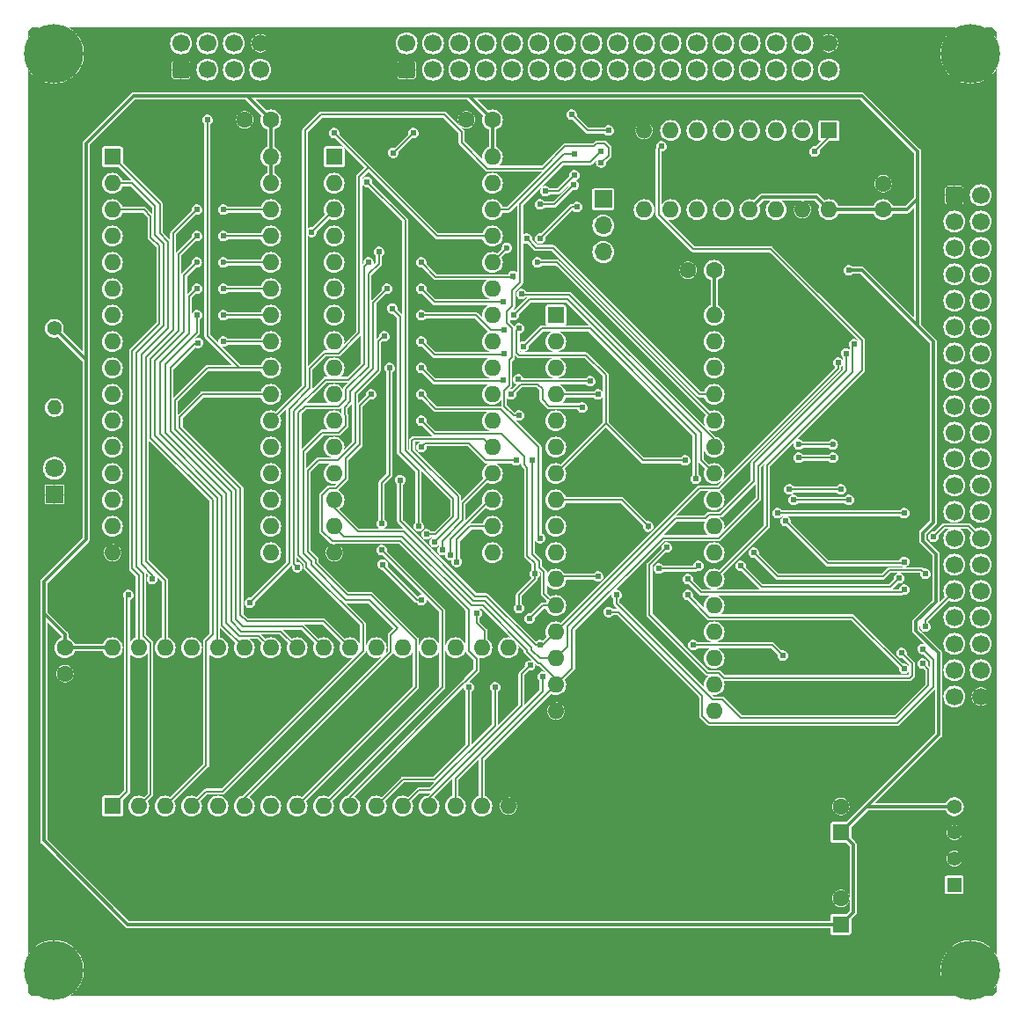
<source format=gbr>
%TF.GenerationSoftware,KiCad,Pcbnew,8.0.4*%
%TF.CreationDate,2024-08-15T14:16:27+02:00*%
%TF.ProjectId,rom_ram_board_v2,726f6d5f-7261-46d5-9f62-6f6172645f76,1.1*%
%TF.SameCoordinates,Original*%
%TF.FileFunction,Copper,L2,Bot*%
%TF.FilePolarity,Positive*%
%FSLAX46Y46*%
G04 Gerber Fmt 4.6, Leading zero omitted, Abs format (unit mm)*
G04 Created by KiCad (PCBNEW 8.0.4) date 2024-08-15 14:16:27*
%MOMM*%
%LPD*%
G01*
G04 APERTURE LIST*
G04 Aperture macros list*
%AMRoundRect*
0 Rectangle with rounded corners*
0 $1 Rounding radius*
0 $2 $3 $4 $5 $6 $7 $8 $9 X,Y pos of 4 corners*
0 Add a 4 corners polygon primitive as box body*
4,1,4,$2,$3,$4,$5,$6,$7,$8,$9,$2,$3,0*
0 Add four circle primitives for the rounded corners*
1,1,$1+$1,$2,$3*
1,1,$1+$1,$4,$5*
1,1,$1+$1,$6,$7*
1,1,$1+$1,$8,$9*
0 Add four rect primitives between the rounded corners*
20,1,$1+$1,$2,$3,$4,$5,0*
20,1,$1+$1,$4,$5,$6,$7,0*
20,1,$1+$1,$6,$7,$8,$9,0*
20,1,$1+$1,$8,$9,$2,$3,0*%
G04 Aperture macros list end*
%TA.AperFunction,ComponentPad*%
%ADD10C,1.700000*%
%TD*%
%TA.AperFunction,ComponentPad*%
%ADD11RoundRect,0.250000X-0.600000X-0.600000X0.600000X-0.600000X0.600000X0.600000X-0.600000X0.600000X0*%
%TD*%
%TA.AperFunction,ComponentPad*%
%ADD12C,5.700000*%
%TD*%
%TA.AperFunction,ComponentPad*%
%ADD13C,1.600000*%
%TD*%
%TA.AperFunction,ComponentPad*%
%ADD14R,1.600000X1.600000*%
%TD*%
%TA.AperFunction,ComponentPad*%
%ADD15O,1.600000X1.600000*%
%TD*%
%TA.AperFunction,ComponentPad*%
%ADD16C,1.400000*%
%TD*%
%TA.AperFunction,ComponentPad*%
%ADD17O,1.400000X1.400000*%
%TD*%
%TA.AperFunction,ComponentPad*%
%ADD18RoundRect,0.250000X0.600000X-0.600000X0.600000X0.600000X-0.600000X0.600000X-0.600000X-0.600000X0*%
%TD*%
%TA.AperFunction,ComponentPad*%
%ADD19R,1.800000X1.800000*%
%TD*%
%TA.AperFunction,ComponentPad*%
%ADD20C,1.800000*%
%TD*%
%TA.AperFunction,ComponentPad*%
%ADD21R,1.700000X1.700000*%
%TD*%
%TA.AperFunction,ComponentPad*%
%ADD22O,1.700000X1.700000*%
%TD*%
%TA.AperFunction,ComponentPad*%
%ADD23R,1.408000X1.408000*%
%TD*%
%TA.AperFunction,ComponentPad*%
%ADD24C,1.408000*%
%TD*%
%TA.AperFunction,ViaPad*%
%ADD25C,0.610000*%
%TD*%
%TA.AperFunction,ViaPad*%
%ADD26C,0.600000*%
%TD*%
%TA.AperFunction,Conductor*%
%ADD27C,0.304800*%
%TD*%
%TA.AperFunction,Conductor*%
%ADD28C,0.152400*%
%TD*%
G04 APERTURE END LIST*
D10*
%TO.P,J1,40,Pin_40*%
%TO.N,/GND*%
X118110000Y-90805000D03*
%TO.P,J1,39,Pin_39*%
%TO.N,/B_A0*%
X115570000Y-90805000D03*
%TO.P,J1,38,Pin_38*%
%TO.N,/B_A6*%
X118110000Y-88265000D03*
%TO.P,J1,37,Pin_37*%
%TO.N,/B_A1*%
X115570000Y-88265000D03*
%TO.P,J1,36,Pin_36*%
%TO.N,/B_A7*%
X118110000Y-85725000D03*
%TO.P,J1,35,Pin_35*%
%TO.N,/B_A2*%
X115570000Y-85725000D03*
%TO.P,J1,34,Pin_34*%
%TO.N,/B_A8*%
X118110000Y-83185000D03*
%TO.P,J1,33,Pin_33*%
%TO.N,/B_A3*%
X115570000Y-83185000D03*
%TO.P,J1,32,Pin_32*%
%TO.N,/B_A9*%
X118110000Y-80645000D03*
%TO.P,J1,31,Pin_31*%
%TO.N,/B_A4*%
X115570000Y-80645000D03*
%TO.P,J1,30,Pin_30*%
%TO.N,/B_A10*%
X118110000Y-78105000D03*
%TO.P,J1,29,Pin_29*%
%TO.N,/B_A5*%
X115570000Y-78105000D03*
%TO.P,J1,28,Pin_28*%
%TO.N,/B_A11*%
X118110000Y-75565000D03*
%TO.P,J1,27,Pin_27*%
%TO.N,/~{INT}*%
X115570000Y-75565000D03*
%TO.P,J1,26,Pin_26*%
%TO.N,/B_A12*%
X118110000Y-73025000D03*
%TO.P,J1,25,Pin_25*%
%TO.N,/~{BUSREQ}*%
X115570000Y-73025000D03*
%TO.P,J1,24,Pin_24*%
%TO.N,/B_A13*%
X118110000Y-70485000D03*
%TO.P,J1,23,Pin_23*%
%TO.N,/~{B_RFSH}*%
X115570000Y-70485000D03*
%TO.P,J1,22,Pin_22*%
%TO.N,/B_A14*%
X118110000Y-67945000D03*
%TO.P,J1,21,Pin_21*%
%TO.N,/~{B_BUSACK}*%
X115570000Y-67945000D03*
%TO.P,J1,20,Pin_20*%
%TO.N,/B_A15*%
X118110000Y-65405000D03*
%TO.P,J1,19,Pin_19*%
%TO.N,/~{B_RD}*%
X115570000Y-65405000D03*
%TO.P,J1,18,Pin_18*%
%TO.N,/B_D0*%
X118110000Y-62865000D03*
%TO.P,J1,17,Pin_17*%
%TO.N,/~{B_WR}*%
X115570000Y-62865000D03*
%TO.P,J1,16,Pin_16*%
%TO.N,/B_D1*%
X118110000Y-60325000D03*
%TO.P,J1,15,Pin_15*%
%TO.N,/~{B_MREQ}*%
X115570000Y-60325000D03*
%TO.P,J1,14,Pin_14*%
%TO.N,/B_D2*%
X118110000Y-57785000D03*
%TO.P,J1,13,Pin_13*%
%TO.N,/~{B_IORQ}*%
X115570000Y-57785000D03*
%TO.P,J1,12,Pin_12*%
%TO.N,/B_D3*%
X118110000Y-55245000D03*
%TO.P,J1,11,Pin_11*%
%TO.N,/~{B_M1}*%
X115570000Y-55245000D03*
%TO.P,J1,10,Pin_10*%
%TO.N,/B_D4*%
X118110000Y-52705000D03*
%TO.P,J1,9,Pin_9*%
%TO.N,/CPU_CLK*%
X115570000Y-52705000D03*
%TO.P,J1,8,Pin_8*%
%TO.N,/B_D5*%
X118110000Y-50165000D03*
%TO.P,J1,7,Pin_7*%
%TO.N,/~{WAIT}*%
X115570000Y-50165000D03*
%TO.P,J1,6,Pin_6*%
%TO.N,/B_D6*%
X118110000Y-47625000D03*
%TO.P,J1,5,Pin_5*%
%TO.N,/BUS_CLK*%
X115570000Y-47625000D03*
%TO.P,J1,4,Pin_4*%
%TO.N,/B_D7*%
X118110000Y-45085000D03*
%TO.P,J1,3,Pin_3*%
%TO.N,/~{RESET}*%
X115570000Y-45085000D03*
%TO.P,J1,2,Pin_2*%
%TO.N,/~{NMI}*%
X118110000Y-42545000D03*
D11*
%TO.P,J1,1,Pin_1*%
%TO.N,/GND*%
X115570000Y-42545000D03*
%TD*%
D12*
%TO.P,H1,1,1*%
%TO.N,/GND*%
X28925000Y-28925000D03*
%TD*%
D13*
%TO.P,C3,1*%
%TO.N,/+5V*%
X71120000Y-35306000D03*
%TO.P,C3,2*%
%TO.N,/GND*%
X68620000Y-35306000D03*
%TD*%
D14*
%TO.P,U5,1,A18*%
%TO.N,/M_A18*%
X77216000Y-54102000D03*
D15*
%TO.P,U5,2,A16*%
%TO.N,/M_A16*%
X77216000Y-56642000D03*
%TO.P,U5,3,A14*%
%TO.N,/M_A14*%
X77216000Y-59182000D03*
%TO.P,U5,4,A12*%
%TO.N,/B_A12*%
X77216000Y-61722000D03*
%TO.P,U5,5,A7*%
%TO.N,/B_A7*%
X77216000Y-64262000D03*
%TO.P,U5,6,A6*%
%TO.N,/B_A6*%
X77216000Y-66802000D03*
%TO.P,U5,7,A5*%
%TO.N,/B_A5*%
X77216000Y-69342000D03*
%TO.P,U5,8,A4*%
%TO.N,/B_A4*%
X77216000Y-71882000D03*
%TO.P,U5,9,A3*%
%TO.N,/B_A3*%
X77216000Y-74422000D03*
%TO.P,U5,10,A2*%
%TO.N,/B_A2*%
X77216000Y-76962000D03*
%TO.P,U5,11,A1*%
%TO.N,/B_A1*%
X77216000Y-79502000D03*
%TO.P,U5,12,A0*%
%TO.N,/B_A0*%
X77216000Y-82042000D03*
%TO.P,U5,13,DQ0*%
%TO.N,/B_D0*%
X77216000Y-84582000D03*
%TO.P,U5,14,DQ1*%
%TO.N,/B_D1*%
X77216000Y-87122000D03*
%TO.P,U5,15,DQ2*%
%TO.N,/B_D2*%
X77216000Y-89662000D03*
%TO.P,U5,16,VSS*%
%TO.N,/GND*%
X77216000Y-92202000D03*
%TO.P,U5,17,DQ3*%
%TO.N,/B_D3*%
X92456000Y-92202000D03*
%TO.P,U5,18,DQ4*%
%TO.N,/B_D4*%
X92456000Y-89662000D03*
%TO.P,U5,19,DQ5*%
%TO.N,/B_D5*%
X92456000Y-87122000D03*
%TO.P,U5,20,DQ6*%
%TO.N,/B_D6*%
X92456000Y-84582000D03*
%TO.P,U5,21,DQ7*%
%TO.N,/B_D7*%
X92456000Y-82042000D03*
%TO.P,U5,22,CE#*%
%TO.N,/~{MEM_CS4}*%
X92456000Y-79502000D03*
%TO.P,U5,23,A10*%
%TO.N,/B_A10*%
X92456000Y-76962000D03*
%TO.P,U5,24,OE#*%
%TO.N,/~{MEMR}*%
X92456000Y-74422000D03*
%TO.P,U5,25,A11*%
%TO.N,/B_A11*%
X92456000Y-71882000D03*
%TO.P,U5,26,A9*%
%TO.N,/B_A9*%
X92456000Y-69342000D03*
%TO.P,U5,27,A8*%
%TO.N,/B_A8*%
X92456000Y-66802000D03*
%TO.P,U5,28,A13*%
%TO.N,/B_A13*%
X92456000Y-64262000D03*
%TO.P,U5,29,WE#*%
%TO.N,/~{MEMW}*%
X92456000Y-61722000D03*
%TO.P,U5,30,A17*%
%TO.N,/M_A17*%
X92456000Y-59182000D03*
%TO.P,U5,31,A15*%
%TO.N,/M_A15*%
X92456000Y-56642000D03*
%TO.P,U5,32,VCC*%
%TO.N,/+5V*%
X92456000Y-54102000D03*
%TD*%
D14*
%TO.P,CP1,1*%
%TO.N,/+5V*%
X104648000Y-112736000D03*
D13*
%TO.P,CP1,2*%
%TO.N,/GND*%
X104648000Y-110236000D03*
%TD*%
D14*
%TO.P,U3,1,A18*%
%TO.N,/M_A18*%
X55880000Y-38862000D03*
D15*
%TO.P,U3,2,A16*%
%TO.N,/M_A16*%
X55880000Y-41402000D03*
%TO.P,U3,3,A14*%
%TO.N,/M_A14*%
X55880000Y-43942000D03*
%TO.P,U3,4,A12*%
%TO.N,/B_A12*%
X55880000Y-46482000D03*
%TO.P,U3,5,A7*%
%TO.N,/B_A7*%
X55880000Y-49022000D03*
%TO.P,U3,6,A6*%
%TO.N,/B_A6*%
X55880000Y-51562000D03*
%TO.P,U3,7,A5*%
%TO.N,/B_A5*%
X55880000Y-54102000D03*
%TO.P,U3,8,A4*%
%TO.N,/B_A4*%
X55880000Y-56642000D03*
%TO.P,U3,9,A3*%
%TO.N,/B_A3*%
X55880000Y-59182000D03*
%TO.P,U3,10,A2*%
%TO.N,/B_A2*%
X55880000Y-61722000D03*
%TO.P,U3,11,A1*%
%TO.N,/B_A1*%
X55880000Y-64262000D03*
%TO.P,U3,12,A0*%
%TO.N,/B_A0*%
X55880000Y-66802000D03*
%TO.P,U3,13,DQ0*%
%TO.N,/B_D0*%
X55880000Y-69342000D03*
%TO.P,U3,14,DQ1*%
%TO.N,/B_D1*%
X55880000Y-71882000D03*
%TO.P,U3,15,DQ2*%
%TO.N,/B_D2*%
X55880000Y-74422000D03*
%TO.P,U3,16,VSS*%
%TO.N,/GND*%
X55880000Y-76962000D03*
%TO.P,U3,17,DQ3*%
%TO.N,/B_D3*%
X71120000Y-76962000D03*
%TO.P,U3,18,DQ4*%
%TO.N,/B_D4*%
X71120000Y-74422000D03*
%TO.P,U3,19,DQ5*%
%TO.N,/B_D5*%
X71120000Y-71882000D03*
%TO.P,U3,20,DQ6*%
%TO.N,/B_D6*%
X71120000Y-69342000D03*
%TO.P,U3,21,DQ7*%
%TO.N,/B_D7*%
X71120000Y-66802000D03*
%TO.P,U3,22,CE#*%
%TO.N,/~{MEM_CS2}*%
X71120000Y-64262000D03*
%TO.P,U3,23,A10*%
%TO.N,/B_A10*%
X71120000Y-61722000D03*
%TO.P,U3,24,OE#*%
%TO.N,/~{MEMR}*%
X71120000Y-59182000D03*
%TO.P,U3,25,A11*%
%TO.N,/B_A11*%
X71120000Y-56642000D03*
%TO.P,U3,26,A9*%
%TO.N,/B_A9*%
X71120000Y-54102000D03*
%TO.P,U3,27,A8*%
%TO.N,/B_A8*%
X71120000Y-51562000D03*
%TO.P,U3,28,A13*%
%TO.N,/B_A13*%
X71120000Y-49022000D03*
%TO.P,U3,29,WE#*%
%TO.N,/~{MEMW}*%
X71120000Y-46482000D03*
%TO.P,U3,30,A17*%
%TO.N,/M_A17*%
X71120000Y-43942000D03*
%TO.P,U3,31,A15*%
%TO.N,/M_A15*%
X71120000Y-41402000D03*
%TO.P,U3,32,VCC*%
%TO.N,/+5V*%
X71120000Y-38862000D03*
%TD*%
D16*
%TO.P,R1,1*%
%TO.N,/+5V*%
X28956000Y-55372000D03*
D17*
%TO.P,R1,2*%
%TO.N,Net-(D1-A)*%
X28956000Y-62992000D03*
%TD*%
D18*
%TO.P,J4,1,Pin_1*%
%TO.N,/GND*%
X41148000Y-30480000D03*
D10*
%TO.P,J4,2,Pin_2*%
%TO.N,unconnected-(J4-Pin_2-Pad2)*%
X41148000Y-27940000D03*
%TO.P,J4,3,Pin_3*%
%TO.N,/~{MEMR}*%
X43688000Y-30480000D03*
%TO.P,J4,4,Pin_4*%
%TO.N,/~{MEMW}*%
X43688000Y-27940000D03*
%TO.P,J4,5,Pin_5*%
%TO.N,/~{IOR}*%
X46228000Y-30480000D03*
%TO.P,J4,6,Pin_6*%
%TO.N,/~{IOW}*%
X46228000Y-27940000D03*
%TO.P,J4,7,Pin_7*%
%TO.N,/~{INTA}*%
X48768000Y-30480000D03*
%TO.P,J4,8,Pin_8*%
%TO.N,/GND*%
X48768000Y-27940000D03*
%TD*%
D12*
%TO.P,H2,1,1*%
%TO.N,/GND*%
X117125000Y-28925000D03*
%TD*%
D19*
%TO.P,D1,1,K*%
%TO.N,/GND*%
X28956000Y-71374000D03*
D20*
%TO.P,D1,2,A*%
%TO.N,Net-(D1-A)*%
X28956000Y-68834000D03*
%TD*%
D21*
%TO.P,J5,1,Pin_1*%
%TO.N,/M_A21*%
X81788000Y-42941000D03*
D22*
%TO.P,J5,2,Pin_2*%
%TO.N,/~{BANK_ENABLE}*%
X81788000Y-45481000D03*
%TO.P,J5,3,Pin_3*%
%TO.N,/~{MA_21}*%
X81788000Y-48021000D03*
%TD*%
D13*
%TO.P,C5,1*%
%TO.N,/+5V*%
X92456000Y-49784000D03*
%TO.P,C5,2*%
%TO.N,/GND*%
X89956000Y-49784000D03*
%TD*%
D23*
%TO.P,J3,1,Pin_1*%
%TO.N,unconnected-(J3-Pin_1-Pad1)*%
X115570000Y-108906000D03*
D24*
%TO.P,J3,2,Pin_2*%
%TO.N,/GND*%
X115570000Y-106406000D03*
%TO.P,J3,3,Pin_3*%
X115570000Y-103906000D03*
%TO.P,J3,4,Pin_4*%
%TO.N,/+5V*%
X115570000Y-101406000D03*
%TD*%
D14*
%TO.P,U1,1,E*%
%TO.N,/~{BANK_ENABLE}*%
X103505000Y-36332000D03*
D15*
%TO.P,U1,2,A0*%
%TO.N,/M_A19*%
X100965000Y-36332000D03*
%TO.P,U1,3,A1*%
%TO.N,/M_A20*%
X98425000Y-36332000D03*
%TO.P,U1,4,O0*%
%TO.N,/~{MEM_CS1}*%
X95885000Y-36332000D03*
%TO.P,U1,5,O1*%
%TO.N,/~{MEM_CS2}*%
X93345000Y-36332000D03*
%TO.P,U1,6,O2*%
%TO.N,/~{MEM_CS3}*%
X90805000Y-36332000D03*
%TO.P,U1,7,O3*%
%TO.N,/~{MEM_CS4}*%
X88265000Y-36332000D03*
%TO.P,U1,8,GND*%
%TO.N,/GND*%
X85725000Y-36332000D03*
%TO.P,U1,9,O3*%
%TO.N,/~{MA_21}*%
X85725000Y-43952000D03*
%TO.P,U1,10,O2*%
%TO.N,unconnected-(U1B-O2-Pad10)*%
X88265000Y-43952000D03*
%TO.P,U1,11,O1*%
%TO.N,unconnected-(U1B-O1-Pad11)*%
X90805000Y-43952000D03*
%TO.P,U1,12,O0*%
%TO.N,unconnected-(U1B-O0-Pad12)*%
X93345000Y-43952000D03*
%TO.P,U1,13,A1*%
%TO.N,/+5V*%
X95885000Y-43952000D03*
%TO.P,U1,14,A0*%
%TO.N,/M_A21*%
X98425000Y-43952000D03*
%TO.P,U1,15,E*%
%TO.N,/GND*%
X100965000Y-43952000D03*
%TO.P,U1,16,VCC*%
%TO.N,/+5V*%
X103505000Y-43952000D03*
%TD*%
D13*
%TO.P,C4,1*%
%TO.N,/+5V*%
X29972000Y-86111000D03*
%TO.P,C4,2*%
%TO.N,/GND*%
X29972000Y-88611000D03*
%TD*%
%TO.P,C1,1*%
%TO.N,/+5V*%
X108712000Y-43952000D03*
%TO.P,C1,2*%
%TO.N,/GND*%
X108712000Y-41452000D03*
%TD*%
%TO.P,C2,1*%
%TO.N,/+5V*%
X49784000Y-35306000D03*
%TO.P,C2,2*%
%TO.N,/GND*%
X47284000Y-35306000D03*
%TD*%
D14*
%TO.P,CP2,1*%
%TO.N,/+5V*%
X104648000Y-103886000D03*
D13*
%TO.P,CP2,2*%
%TO.N,/GND*%
X104648000Y-101386000D03*
%TD*%
D14*
%TO.P,U2,1,A18*%
%TO.N,/M_A18*%
X34544000Y-38862000D03*
D15*
%TO.P,U2,2,A16*%
%TO.N,/M_A16*%
X34544000Y-41402000D03*
%TO.P,U2,3,A15*%
%TO.N,/M_A15*%
X34544000Y-43942000D03*
%TO.P,U2,4,A12*%
%TO.N,/B_A12*%
X34544000Y-46482000D03*
%TO.P,U2,5,A7*%
%TO.N,/B_A7*%
X34544000Y-49022000D03*
%TO.P,U2,6,A6*%
%TO.N,/B_A6*%
X34544000Y-51562000D03*
%TO.P,U2,7,A5*%
%TO.N,/B_A5*%
X34544000Y-54102000D03*
%TO.P,U2,8,A4*%
%TO.N,/B_A4*%
X34544000Y-56642000D03*
%TO.P,U2,9,A3*%
%TO.N,/B_A3*%
X34544000Y-59182000D03*
%TO.P,U2,10,A2*%
%TO.N,/B_A2*%
X34544000Y-61722000D03*
%TO.P,U2,11,A1*%
%TO.N,/B_A1*%
X34544000Y-64262000D03*
%TO.P,U2,12,A0*%
%TO.N,/B_A0*%
X34544000Y-66802000D03*
%TO.P,U2,13,D0*%
%TO.N,/B_D0*%
X34544000Y-69342000D03*
%TO.P,U2,14,D1*%
%TO.N,/B_D1*%
X34544000Y-71882000D03*
%TO.P,U2,15,D2*%
%TO.N,/B_D2*%
X34544000Y-74422000D03*
%TO.P,U2,16,GND*%
%TO.N,/GND*%
X34544000Y-76962000D03*
%TO.P,U2,17,D3*%
%TO.N,/B_D3*%
X49784000Y-76962000D03*
%TO.P,U2,18,D4*%
%TO.N,/B_D4*%
X49784000Y-74422000D03*
%TO.P,U2,19,D5*%
%TO.N,/B_D5*%
X49784000Y-71882000D03*
%TO.P,U2,20,D6*%
%TO.N,/B_D6*%
X49784000Y-69342000D03*
%TO.P,U2,21,D7*%
%TO.N,/B_D7*%
X49784000Y-66802000D03*
%TO.P,U2,22,CE*%
%TO.N,/~{MEM_CS1}*%
X49784000Y-64262000D03*
%TO.P,U2,23,A10*%
%TO.N,/B_A10*%
X49784000Y-61722000D03*
%TO.P,U2,24,OE*%
%TO.N,/~{MEMR}*%
X49784000Y-59182000D03*
%TO.P,U2,25,A11*%
%TO.N,/B_A11*%
X49784000Y-56642000D03*
%TO.P,U2,26,A9*%
%TO.N,/B_A9*%
X49784000Y-54102000D03*
%TO.P,U2,27,A8*%
%TO.N,/B_A8*%
X49784000Y-51562000D03*
%TO.P,U2,28,A13*%
%TO.N,/B_A13*%
X49784000Y-49022000D03*
%TO.P,U2,29,A14*%
%TO.N,/M_A14*%
X49784000Y-46482000D03*
%TO.P,U2,30,A17*%
%TO.N,/M_A17*%
X49784000Y-43942000D03*
%TO.P,U2,31,PGM*%
%TO.N,/+5V*%
X49784000Y-41402000D03*
%TO.P,U2,32,VCC*%
X49784000Y-38862000D03*
%TD*%
D12*
%TO.P,H4,1,1*%
%TO.N,/GND*%
X28925000Y-117125000D03*
%TD*%
D18*
%TO.P,J2,1,Pin_1*%
%TO.N,/GND*%
X62865000Y-30480000D03*
D10*
%TO.P,J2,2,Pin_2*%
%TO.N,/USER15*%
X62865000Y-27940000D03*
%TO.P,J2,3,Pin_3*%
%TO.N,/~{INT7}*%
X65405000Y-30480000D03*
%TO.P,J2,4,Pin_4*%
%TO.N,/USER14*%
X65405000Y-27940000D03*
%TO.P,J2,5,Pin_5*%
%TO.N,/~{INT6}*%
X67945000Y-30480000D03*
%TO.P,J2,6,Pin_6*%
%TO.N,/USER13*%
X67945000Y-27940000D03*
%TO.P,J2,7,Pin_7*%
%TO.N,/~{INT5}*%
X70485000Y-30480000D03*
%TO.P,J2,8,Pin_8*%
%TO.N,/USER12*%
X70485000Y-27940000D03*
%TO.P,J2,9,Pin_9*%
%TO.N,/~{INT4}*%
X73025000Y-30480000D03*
%TO.P,J2,10,Pin_10*%
%TO.N,/USER11*%
X73025000Y-27940000D03*
%TO.P,J2,11,Pin_11*%
%TO.N,/~{INT3}*%
X75565000Y-30480000D03*
%TO.P,J2,12,Pin_12*%
%TO.N,/USER10*%
X75565000Y-27940000D03*
%TO.P,J2,13,Pin_13*%
%TO.N,/~{INT2}*%
X78105000Y-30480000D03*
%TO.P,J2,14,Pin_14*%
%TO.N,/USER9*%
X78105000Y-27940000D03*
%TO.P,J2,15,Pin_15*%
%TO.N,/~{INT1}*%
X80645000Y-30480000D03*
%TO.P,J2,16,Pin_16*%
%TO.N,/USER8*%
X80645000Y-27940000D03*
%TO.P,J2,17,Pin_17*%
%TO.N,/~{INT0}*%
X83185000Y-30480000D03*
%TO.P,J2,18,Pin_18*%
%TO.N,/USER7*%
X83185000Y-27940000D03*
%TO.P,J2,19,Pin_19*%
%TO.N,/M_A21*%
X85725000Y-30480000D03*
%TO.P,J2,20,Pin_20*%
%TO.N,/USER6*%
X85725000Y-27940000D03*
%TO.P,J2,21,Pin_21*%
%TO.N,/M_A20*%
X88265000Y-30480000D03*
%TO.P,J2,22,Pin_22*%
%TO.N,/USER5*%
X88265000Y-27940000D03*
%TO.P,J2,23,Pin_23*%
%TO.N,/M_A19*%
X90805000Y-30480000D03*
%TO.P,J2,24,Pin_24*%
%TO.N,/USER4*%
X90805000Y-27940000D03*
%TO.P,J2,25,Pin_25*%
%TO.N,/M_A18*%
X93345000Y-30480000D03*
%TO.P,J2,26,Pin_26*%
%TO.N,/USER3*%
X93345000Y-27940000D03*
%TO.P,J2,27,Pin_27*%
%TO.N,/M_A17*%
X95885000Y-30480000D03*
%TO.P,J2,28,Pin_28*%
%TO.N,/USER2*%
X95885000Y-27940000D03*
%TO.P,J2,29,Pin_29*%
%TO.N,/M_A16*%
X98425000Y-30480000D03*
%TO.P,J2,30,Pin_30*%
%TO.N,/USER1*%
X98425000Y-27940000D03*
%TO.P,J2,31,Pin_31*%
%TO.N,/M_A15*%
X100965000Y-30480000D03*
%TO.P,J2,32,Pin_32*%
%TO.N,/USER0*%
X100965000Y-27940000D03*
%TO.P,J2,33,Pin_33*%
%TO.N,/M_A14*%
X103505000Y-30480000D03*
%TO.P,J2,34,Pin_34*%
%TO.N,/GND*%
X103505000Y-27940000D03*
%TD*%
D14*
%TO.P,U4,1,A18*%
%TO.N,/M_A18*%
X34544000Y-101351000D03*
D15*
%TO.P,U4,2,A16*%
%TO.N,/M_A16*%
X37084000Y-101351000D03*
%TO.P,U4,3,A14*%
%TO.N,/M_A14*%
X39624000Y-101351000D03*
%TO.P,U4,4,A12*%
%TO.N,/B_A12*%
X42164000Y-101351000D03*
%TO.P,U4,5,A7*%
%TO.N,/B_A7*%
X44704000Y-101351000D03*
%TO.P,U4,6,A6*%
%TO.N,/B_A6*%
X47244000Y-101351000D03*
%TO.P,U4,7,A5*%
%TO.N,/B_A5*%
X49784000Y-101351000D03*
%TO.P,U4,8,A4*%
%TO.N,/B_A4*%
X52324000Y-101351000D03*
%TO.P,U4,9,A3*%
%TO.N,/B_A3*%
X54864000Y-101351000D03*
%TO.P,U4,10,A2*%
%TO.N,/B_A2*%
X57404000Y-101351000D03*
%TO.P,U4,11,A1*%
%TO.N,/B_A1*%
X59944000Y-101351000D03*
%TO.P,U4,12,A0*%
%TO.N,/B_A0*%
X62484000Y-101351000D03*
%TO.P,U4,13,DQ0*%
%TO.N,/B_D0*%
X65024000Y-101351000D03*
%TO.P,U4,14,DQ1*%
%TO.N,/B_D1*%
X67564000Y-101351000D03*
%TO.P,U4,15,DQ2*%
%TO.N,/B_D2*%
X70104000Y-101351000D03*
%TO.P,U4,16,VSS*%
%TO.N,/GND*%
X72644000Y-101351000D03*
%TO.P,U4,17,DQ3*%
%TO.N,/B_D3*%
X72644000Y-86111000D03*
%TO.P,U4,18,DQ4*%
%TO.N,/B_D4*%
X70104000Y-86111000D03*
%TO.P,U4,19,DQ5*%
%TO.N,/B_D5*%
X67564000Y-86111000D03*
%TO.P,U4,20,DQ6*%
%TO.N,/B_D6*%
X65024000Y-86111000D03*
%TO.P,U4,21,DQ7*%
%TO.N,/B_D7*%
X62484000Y-86111000D03*
%TO.P,U4,22,CE#*%
%TO.N,/~{MEM_CS3}*%
X59944000Y-86111000D03*
%TO.P,U4,23,A10*%
%TO.N,/B_A10*%
X57404000Y-86111000D03*
%TO.P,U4,24,OE#*%
%TO.N,/~{MEMR}*%
X54864000Y-86111000D03*
%TO.P,U4,25,A11*%
%TO.N,/B_A11*%
X52324000Y-86111000D03*
%TO.P,U4,26,A9*%
%TO.N,/B_A9*%
X49784000Y-86111000D03*
%TO.P,U4,27,A8*%
%TO.N,/B_A8*%
X47244000Y-86111000D03*
%TO.P,U4,28,A13*%
%TO.N,/B_A13*%
X44704000Y-86111000D03*
%TO.P,U4,29,WE#*%
%TO.N,/~{MEMW}*%
X42164000Y-86111000D03*
%TO.P,U4,30,A17*%
%TO.N,/M_A17*%
X39624000Y-86111000D03*
%TO.P,U4,31,A15*%
%TO.N,/M_A15*%
X37084000Y-86111000D03*
%TO.P,U4,32,VCC*%
%TO.N,/+5V*%
X34544000Y-86111000D03*
%TD*%
D12*
%TO.P,H3,1,1*%
%TO.N,/GND*%
X117125000Y-117125000D03*
%TD*%
D25*
%TO.N,/+5V*%
X105410000Y-49784000D03*
%TO.N,/GND*%
X98552000Y-34290000D03*
X65278000Y-74168000D03*
X75438000Y-84582000D03*
X54102000Y-73660000D03*
X60706000Y-84074000D03*
X80010000Y-80518000D03*
X92964000Y-32258000D03*
X64262000Y-46736000D03*
X101600000Y-34290000D03*
X113284000Y-47752000D03*
X79502000Y-59182000D03*
X78740000Y-70612000D03*
X86106000Y-88392000D03*
X96266000Y-34036000D03*
X70104000Y-89916000D03*
X94234000Y-38100000D03*
X97536000Y-38608000D03*
X100330000Y-69088000D03*
X95758000Y-71628000D03*
X74111500Y-58801000D03*
X57150000Y-65532000D03*
X59690000Y-64262000D03*
X112776000Y-80010000D03*
X67818000Y-67310000D03*
X88900000Y-74803000D03*
X64791270Y-70127915D03*
X94488000Y-70358000D03*
X91948000Y-38100000D03*
X89408000Y-37592000D03*
X74676000Y-89916000D03*
X89408000Y-26670000D03*
X84582000Y-86106000D03*
X67564000Y-56388000D03*
X113284000Y-50038000D03*
X104140000Y-34290000D03*
X78486000Y-37084000D03*
X78740000Y-81280000D03*
X67564000Y-61722000D03*
X90424000Y-72644000D03*
X88138000Y-90678000D03*
X89154000Y-83312000D03*
X68072000Y-83566000D03*
X94742000Y-67564000D03*
X54356000Y-61976000D03*
X72136000Y-78486000D03*
X85598000Y-83312000D03*
X95250000Y-32258000D03*
X57912000Y-57404000D03*
X87884000Y-80264000D03*
X65532000Y-71882000D03*
X78232000Y-51181000D03*
X81280000Y-75946000D03*
X67564000Y-59182000D03*
X113792000Y-52324000D03*
X67818000Y-69342000D03*
X67564000Y-64262000D03*
X54102000Y-71628000D03*
X113792000Y-54864000D03*
X53594000Y-64262000D03*
X98552000Y-41148000D03*
X72898000Y-89916000D03*
X66548000Y-51562000D03*
X83185000Y-83566000D03*
X51562000Y-61468000D03*
X75184000Y-38354000D03*
X52070000Y-58928000D03*
X52070000Y-51562000D03*
X88138000Y-70104000D03*
X58674000Y-82550000D03*
X52070000Y-41402000D03*
X81280000Y-73152000D03*
X78994000Y-54483000D03*
%TO.N,/M_A18*%
X38354000Y-79502000D03*
X36068000Y-81026000D03*
%TO.N,/M_A17*%
X78994000Y-38608000D03*
X45212000Y-43942000D03*
X42672000Y-43942000D03*
%TO.N,/M_A16*%
X76200000Y-42164000D03*
X78994000Y-40640000D03*
%TO.N,/B_D7*%
X65532000Y-75946000D03*
%TO.N,/B_D6*%
X66294000Y-76708000D03*
%TO.N,/B_D5*%
X67056000Y-77216000D03*
%TO.N,/B_D4*%
X69596000Y-82804000D03*
X67691000Y-77851000D03*
%TO.N,/B_D2*%
X105918000Y-56896000D03*
%TO.N,/B_D1*%
X75946000Y-88900000D03*
X105156000Y-57785000D03*
%TO.N,/B_D0*%
X75692000Y-85852000D03*
X74739500Y-87820500D03*
X104394000Y-58674000D03*
X62230000Y-69977000D03*
D26*
%TO.N,/B_A13*%
X42672000Y-49022000D03*
X103886000Y-66548000D03*
X75438000Y-49022000D03*
X45212000Y-49022000D03*
X100584000Y-66548000D03*
X72517000Y-47625000D03*
D25*
%TO.N,/B_A12*%
X81280000Y-61722000D03*
X98552000Y-73152000D03*
X110744000Y-73152000D03*
X60198000Y-48006000D03*
%TO.N,/B_A11*%
X113538000Y-75438000D03*
X42799000Y-56769000D03*
X90678000Y-69850000D03*
X100076000Y-71882000D03*
X105410000Y-71882000D03*
X74094000Y-57127654D03*
X45212000Y-56642000D03*
%TO.N,/B_A10*%
X112776000Y-78994000D03*
X79756000Y-62992000D03*
X72898000Y-61722000D03*
X96266000Y-76962000D03*
%TO.N,/B_A9*%
X104648000Y-70866000D03*
X73152000Y-54102000D03*
X42672000Y-54102000D03*
X99695000Y-70866000D03*
X45212000Y-54102000D03*
%TO.N,/B_A8*%
X45212000Y-51562000D03*
X73914000Y-52070000D03*
X42672000Y-51562000D03*
X100584000Y-67818000D03*
X103886000Y-67818000D03*
%TO.N,/B_A7*%
X52324000Y-78359000D03*
X59182000Y-49022000D03*
X110744000Y-80518000D03*
X73124907Y-50319093D03*
X64262000Y-49022000D03*
X89916000Y-79502000D03*
%TO.N,/B_A6*%
X89916000Y-81026000D03*
X72136000Y-52832000D03*
X60960000Y-51562000D03*
X110744000Y-88138000D03*
X64262000Y-51562000D03*
%TO.N,/B_A5*%
X89662000Y-68072000D03*
X64008000Y-74422000D03*
X64262000Y-54102000D03*
X73660000Y-55372000D03*
X72259818Y-55502182D03*
X61468000Y-53456500D03*
X110744000Y-77845500D03*
X60579000Y-78105000D03*
X64262000Y-81534000D03*
X99314000Y-73914000D03*
%TO.N,/B_A4*%
X87884000Y-76454000D03*
X72263000Y-57785000D03*
X60706000Y-56134000D03*
X110490000Y-86614000D03*
X64262000Y-56642000D03*
X112776000Y-84074000D03*
X86106000Y-74422000D03*
%TO.N,/B_A3*%
X60452000Y-76708000D03*
X64262000Y-59182000D03*
X94996000Y-78232000D03*
X110269960Y-79408960D03*
X72131500Y-60325000D03*
X87122000Y-78486000D03*
X61214000Y-59182000D03*
X60452000Y-74168000D03*
X90932000Y-78232000D03*
%TO.N,/B_A2*%
X64262000Y-61722000D03*
X82296000Y-82677000D03*
X112522000Y-86233000D03*
X59436000Y-61722000D03*
X75692000Y-75565000D03*
%TO.N,/B_A1*%
X73660000Y-82296000D03*
X81280000Y-79248000D03*
X68834000Y-89916000D03*
X83058000Y-81026000D03*
X75184000Y-78994000D03*
X112522000Y-87630000D03*
X64262000Y-64262000D03*
%TO.N,/B_A0*%
X99060000Y-86868000D03*
X64262000Y-66802000D03*
X73406000Y-68072000D03*
X74676000Y-83312000D03*
X71374000Y-89916000D03*
X74930000Y-68072000D03*
X90424000Y-85852000D03*
%TO.N,/M_A15*%
X75692000Y-43434000D03*
X78946054Y-41582769D03*
%TO.N,/M_A14*%
X75692000Y-46736000D03*
X79248000Y-43688000D03*
X42672000Y-46482000D03*
X53715500Y-46101000D03*
X45212000Y-46482000D03*
%TO.N,/~{MEMR}*%
X43688000Y-35306000D03*
X73596500Y-60293932D03*
X80518000Y-60452000D03*
%TO.N,/~{MEMW}*%
X74422000Y-46736000D03*
X55880000Y-36576000D03*
X47752000Y-81788000D03*
%TO.N,/~{BANK_ENABLE}*%
X102108000Y-38354000D03*
%TO.N,/~{MEM_CS4}*%
X87376000Y-37846000D03*
%TO.N,/~{MEM_CS3}*%
X63500000Y-36576000D03*
X78740000Y-34798000D03*
X59055000Y-41275000D03*
X82296000Y-36322000D03*
X61595000Y-38481000D03*
X64770000Y-75184000D03*
%TO.N,/~{MEM_CS2}*%
X73660000Y-63754000D03*
X81534000Y-38354000D03*
%TO.N,/~{MEM_CS1}*%
X81592000Y-39428000D03*
%TD*%
D27*
%TO.N,/+5V*%
X112014000Y-55118000D02*
X113538000Y-56642000D01*
X104648000Y-103886000D02*
X105848000Y-105086000D01*
X49784000Y-35306000D02*
X47498000Y-33020000D01*
X105848000Y-111536000D02*
X104648000Y-112736000D01*
X108712000Y-43952000D02*
X110988000Y-43952000D01*
X32004000Y-37592000D02*
X36576000Y-33020000D01*
X111887000Y-84455000D02*
X114046000Y-86614000D01*
X32004000Y-58420000D02*
X32004000Y-60198000D01*
X111887000Y-83585538D02*
X111887000Y-84455000D01*
X113792000Y-81680538D02*
X111887000Y-83585538D01*
X67564000Y-33020000D02*
X106680000Y-33020000D01*
X105410000Y-49784000D02*
X106680000Y-49784000D01*
X110988000Y-43952000D02*
X112014000Y-42926000D01*
X32004000Y-60198000D02*
X32004000Y-37592000D01*
X113538000Y-56642000D02*
X113538000Y-74041000D01*
X28956000Y-55372000D02*
X32004000Y-58420000D01*
X112522000Y-75819000D02*
X113792000Y-77089000D01*
X49784000Y-38862000D02*
X49784000Y-41402000D01*
X27940000Y-82804000D02*
X27940000Y-79756000D01*
X71120000Y-35306000D02*
X68834000Y-33020000D01*
X49784000Y-35306000D02*
X49784000Y-38862000D01*
X103505000Y-43952000D02*
X102305000Y-42752000D01*
X105848000Y-105086000D02*
X105848000Y-111536000D01*
X113538000Y-74041000D02*
X112522000Y-75057000D01*
X36576000Y-33020000D02*
X45466000Y-33020000D01*
X97085000Y-42752000D02*
X95885000Y-43952000D01*
X104648000Y-112736000D02*
X36028000Y-112736000D01*
X27940000Y-79756000D02*
X32004000Y-75692000D01*
X115570000Y-101406000D02*
X107128000Y-101406000D01*
X114046000Y-94488000D02*
X107128000Y-101406000D01*
X45466000Y-33020000D02*
X67564000Y-33020000D01*
X29972000Y-84836000D02*
X27940000Y-82804000D01*
X47498000Y-33020000D02*
X45466000Y-33020000D01*
X112014000Y-38354000D02*
X112014000Y-42926000D01*
X106680000Y-33020000D02*
X112014000Y-38354000D01*
X114046000Y-86614000D02*
X114046000Y-94488000D01*
X107128000Y-101406000D02*
X104648000Y-103886000D01*
X71120000Y-35306000D02*
X71120000Y-38862000D01*
X29972000Y-86111000D02*
X29972000Y-84836000D01*
X92456000Y-49784000D02*
X92456000Y-54102000D01*
X113792000Y-77089000D02*
X113792000Y-81680538D01*
X36028000Y-112736000D02*
X27940000Y-104648000D01*
X27940000Y-104648000D02*
X27940000Y-82804000D01*
X112522000Y-75057000D02*
X112522000Y-75819000D01*
X32004000Y-75692000D02*
X32004000Y-60198000D01*
X112014000Y-42926000D02*
X112014000Y-55118000D01*
X106680000Y-49784000D02*
X112014000Y-55118000D01*
X108712000Y-43952000D02*
X103505000Y-43952000D01*
X68834000Y-33020000D02*
X67564000Y-33020000D01*
X102305000Y-42752000D02*
X97085000Y-42752000D01*
X29972000Y-86111000D02*
X34544000Y-86111000D01*
D28*
%TO.N,/M_A18*%
X38354000Y-79118208D02*
X37316000Y-78080208D01*
X37316000Y-78080208D02*
X37316000Y-57931208D01*
X39116000Y-46228000D02*
X39116000Y-43434000D01*
X39116000Y-43434000D02*
X34544000Y-38862000D01*
X39936000Y-47048000D02*
X39116000Y-46228000D01*
X37316000Y-57931208D02*
X39936000Y-55311208D01*
X35959000Y-99936000D02*
X34544000Y-101351000D01*
X38354000Y-79502000D02*
X38354000Y-79118208D01*
X39936000Y-55311208D02*
X39936000Y-47048000D01*
X35959000Y-81135000D02*
X35959000Y-99936000D01*
X36068000Y-81026000D02*
X35959000Y-81135000D01*
%TO.N,/M_A17*%
X42672000Y-43942000D02*
X40386000Y-46228000D01*
X45720000Y-43942000D02*
X45212000Y-43942000D01*
X78994000Y-38608000D02*
X77978000Y-38608000D01*
X49784000Y-43942000D02*
X45720000Y-43942000D01*
X72644000Y-43942000D02*
X71120000Y-43942000D01*
X40386000Y-55497604D02*
X37766000Y-58117604D01*
X40386000Y-46228000D02*
X40386000Y-55497604D01*
X37766000Y-77769045D02*
X39624000Y-79627045D01*
X37766000Y-58117604D02*
X37766000Y-77769045D01*
X39624000Y-79627045D02*
X39624000Y-86111000D01*
X77978000Y-38608000D02*
X72644000Y-43942000D01*
%TO.N,/M_A16*%
X36447604Y-41402000D02*
X38666000Y-43620396D01*
X38209000Y-85645009D02*
X38209000Y-100226000D01*
X39486000Y-55124812D02*
X36866000Y-57744812D01*
X77470000Y-42164000D02*
X76200000Y-42164000D01*
X37534000Y-84970009D02*
X38209000Y-85645009D01*
X37534000Y-78934604D02*
X37534000Y-84970009D01*
X38666000Y-43620396D02*
X38666000Y-46414396D01*
X34544000Y-41402000D02*
X36447604Y-41402000D01*
X38666000Y-46414396D02*
X39486000Y-47234396D01*
X38209000Y-100226000D02*
X37084000Y-101351000D01*
X36866000Y-78266604D02*
X37534000Y-78934604D01*
X39486000Y-47234396D02*
X39486000Y-55124812D01*
X36866000Y-57744812D02*
X36866000Y-78266604D01*
X78994000Y-40640000D02*
X77470000Y-42164000D01*
%TO.N,/B_D7*%
X67818000Y-73660000D02*
X65532000Y-75946000D01*
X63373000Y-67119500D02*
X67818000Y-71564500D01*
X70320001Y-66002001D02*
X63537999Y-66002001D01*
X71120000Y-66802000D02*
X70320001Y-66002001D01*
X63373000Y-66167000D02*
X63373000Y-67119500D01*
X63537999Y-66002001D02*
X63373000Y-66167000D01*
X67818000Y-71564500D02*
X67818000Y-73660000D01*
%TO.N,/B_D6*%
X68268000Y-73846396D02*
X68268000Y-72194000D01*
X66294000Y-75820396D02*
X68268000Y-73846396D01*
X66294000Y-76708000D02*
X66294000Y-75820396D01*
X68268000Y-72194000D02*
X71120000Y-69342000D01*
%TO.N,/B_D5*%
X67056000Y-75694792D02*
X70868792Y-71882000D01*
X70868792Y-71882000D02*
X71120000Y-71882000D01*
X67056000Y-77216000D02*
X67056000Y-75694792D01*
%TO.N,/B_D4*%
X67691000Y-75696188D02*
X67691000Y-77851000D01*
X68965188Y-74422000D02*
X67691000Y-75696188D01*
X70358000Y-85857000D02*
X70358000Y-84461396D01*
X70104000Y-86111000D02*
X70358000Y-85857000D01*
X71120000Y-74422000D02*
X68965188Y-74422000D01*
X69596000Y-83699396D02*
X69596000Y-82804000D01*
X70358000Y-84461396D02*
X69596000Y-83699396D01*
%TO.N,/B_D2*%
X56845000Y-75387000D02*
X55880000Y-74422000D01*
X77216000Y-89662000D02*
X70104000Y-96774000D01*
X78791000Y-84279792D02*
X78791000Y-88087000D01*
X75695991Y-87572000D02*
X75505604Y-87572000D01*
X74422000Y-86488396D02*
X74422000Y-86298009D01*
X105791000Y-57023000D02*
X105791000Y-59563000D01*
X77216000Y-89092009D02*
X75695991Y-87572000D01*
X77216000Y-89662000D02*
X77216000Y-89092009D01*
X105791000Y-59563000D02*
X96716000Y-68638000D01*
X87523792Y-75547000D02*
X78791000Y-84279792D01*
X75505604Y-87572000D02*
X74422000Y-86488396D01*
X69099000Y-82053000D02*
X62433000Y-75387000D01*
X74422000Y-86298009D02*
X70176991Y-82053000D01*
X105918000Y-56896000D02*
X105791000Y-57023000D01*
X62433000Y-75387000D02*
X56845000Y-75387000D01*
X78791000Y-88087000D02*
X77216000Y-89662000D01*
X70104000Y-96774000D02*
X70104000Y-101351000D01*
X96716000Y-68638000D02*
X96716000Y-71752991D01*
X92921991Y-75547000D02*
X87523792Y-75547000D01*
X96716000Y-71752991D02*
X92921991Y-75547000D01*
X70176991Y-82053000D02*
X69099000Y-82053000D01*
%TO.N,/B_D1*%
X69285396Y-81603000D02*
X62619396Y-74937000D01*
X105156000Y-57785000D02*
X105156000Y-59436000D01*
X58173000Y-74937000D02*
X55880000Y-72644000D01*
X74872000Y-86302000D02*
X74872000Y-86111613D01*
X93073000Y-73297000D02*
X91990009Y-73297000D01*
X78341000Y-85997000D02*
X77216000Y-87122000D01*
X77216000Y-87122000D02*
X75692000Y-87122000D01*
X74872000Y-86111613D02*
X70363387Y-81603000D01*
X67564000Y-98677604D02*
X67564000Y-101351000D01*
X96266000Y-68326000D02*
X96266000Y-70104000D01*
X91990009Y-73297000D02*
X91627009Y-73660000D01*
X62619396Y-74937000D02*
X58173000Y-74937000D01*
X75946000Y-88900000D02*
X75946000Y-90295604D01*
X91627009Y-73660000D02*
X88774396Y-73660000D01*
X55880000Y-72644000D02*
X55880000Y-71882000D01*
X75946000Y-90295604D02*
X67564000Y-98677604D01*
X96266000Y-70104000D02*
X93073000Y-73297000D01*
X88774396Y-73660000D02*
X78341000Y-84093396D01*
X70363387Y-81603000D02*
X69285396Y-81603000D01*
X75692000Y-87122000D02*
X74872000Y-86302000D01*
X105156000Y-59436000D02*
X96266000Y-68326000D01*
X78341000Y-84093396D02*
X78341000Y-85997000D01*
%TO.N,/B_D0*%
X62230000Y-73911208D02*
X69471792Y-81153000D01*
X74739500Y-87820500D02*
X73914000Y-88646000D01*
X77216000Y-84582000D02*
X75946000Y-85852000D01*
X92921991Y-70757000D02*
X91041000Y-70757000D01*
X75946000Y-85852000D02*
X75692000Y-85852000D01*
X75248783Y-85852000D02*
X75692000Y-85852000D01*
X65024000Y-100581208D02*
X65024000Y-101351000D01*
X104394000Y-59284991D02*
X92921991Y-70757000D01*
X73914000Y-91691208D02*
X65024000Y-100581208D01*
X69471792Y-81153000D02*
X70549783Y-81153000D01*
X91041000Y-70757000D02*
X77216000Y-84582000D01*
X62230000Y-69977000D02*
X62230000Y-73911208D01*
X104394000Y-58674000D02*
X104394000Y-59284991D01*
X73914000Y-88646000D02*
X73914000Y-91691208D01*
X70549783Y-81153000D02*
X75248783Y-85852000D01*
%TO.N,/B_A13*%
X44624000Y-71679188D02*
X44624000Y-86031000D01*
X41460000Y-55697324D02*
X38666000Y-58491324D01*
X75438000Y-49022000D02*
X77343000Y-49022000D01*
X38666000Y-58491324D02*
X38666000Y-65721188D01*
X100584000Y-66548000D02*
X103886000Y-66548000D01*
X41460000Y-50234000D02*
X41460000Y-55697324D01*
X71120000Y-49022000D02*
X72517000Y-47625000D01*
X49784000Y-49022000D02*
X45212000Y-49022000D01*
X92456000Y-64135000D02*
X92456000Y-64262000D01*
X38666000Y-65721188D02*
X44624000Y-71679188D01*
X77343000Y-49022000D02*
X92456000Y-64135000D01*
X42672000Y-49022000D02*
X41460000Y-50234000D01*
X44624000Y-86031000D02*
X44704000Y-86111000D01*
%TO.N,/B_A12*%
X52462000Y-63493188D02*
X52462000Y-77232116D01*
X60198000Y-48006000D02*
X60198000Y-49149000D01*
X43566000Y-99949000D02*
X42164000Y-101351000D01*
X53108188Y-62847000D02*
X52462000Y-63493188D01*
X60198000Y-49149000D02*
X59203000Y-50144000D01*
X45156991Y-99949000D02*
X43566000Y-99949000D01*
X56345991Y-62847000D02*
X53108188Y-62847000D01*
X57005000Y-61233396D02*
X57005000Y-62187991D01*
X98552000Y-73152000D02*
X110744000Y-73152000D01*
X59203000Y-59035396D02*
X57005000Y-61233396D01*
X53203000Y-77973116D02*
X53203000Y-78349000D01*
X58674000Y-86431991D02*
X45156991Y-99949000D01*
X77216000Y-61722000D02*
X81280000Y-61722000D01*
X52462000Y-77232116D02*
X53203000Y-77973116D01*
X53203000Y-78349000D02*
X58674000Y-83820000D01*
X58674000Y-83820000D02*
X58674000Y-86431991D01*
X59203000Y-50144000D02*
X59203000Y-59035396D01*
X57005000Y-62187991D02*
X56345991Y-62847000D01*
%TO.N,/B_A11*%
X42545000Y-56769000D02*
X40132000Y-59182000D01*
X75849654Y-55372000D02*
X80512416Y-55372000D01*
X100076000Y-71882000D02*
X105410000Y-71882000D01*
X40132000Y-59182000D02*
X40132000Y-65278000D01*
X42799000Y-56769000D02*
X42545000Y-56769000D01*
X90736000Y-65595584D02*
X90678000Y-65653584D01*
X46941792Y-84536000D02*
X50749000Y-84536000D01*
X116935000Y-74390000D02*
X118110000Y-75565000D01*
X45974000Y-71120000D02*
X45974000Y-83568208D01*
X90678000Y-65653584D02*
X90678000Y-69850000D01*
X80512416Y-55372000D02*
X90736000Y-65595584D01*
X50749000Y-84536000D02*
X52324000Y-86111000D01*
X114586000Y-74390000D02*
X116935000Y-74390000D01*
X49784000Y-56642000D02*
X45212000Y-56642000D01*
X45974000Y-83568208D02*
X46941792Y-84536000D01*
X74094000Y-57127654D02*
X75849654Y-55372000D01*
X113538000Y-75438000D02*
X114586000Y-74390000D01*
X40132000Y-65278000D02*
X45974000Y-71120000D01*
%TO.N,/B_A10*%
X75946000Y-62230000D02*
X75946000Y-61214000D01*
X75946000Y-61214000D02*
X75488800Y-60756800D01*
X43180000Y-61722000D02*
X49784000Y-61722000D01*
X41032000Y-63870000D02*
X43180000Y-61722000D01*
X98552000Y-79248000D02*
X108712000Y-79248000D01*
X76563000Y-62847000D02*
X75946000Y-62230000D01*
X79611000Y-62847000D02*
X76563000Y-62847000D01*
X79865000Y-62883000D02*
X79865000Y-62847000D01*
X54859000Y-83566000D02*
X47498000Y-83566000D01*
X75488800Y-60756800D02*
X73863200Y-60756800D01*
X73863200Y-60756800D02*
X72898000Y-61722000D01*
X79756000Y-62992000D02*
X79865000Y-62883000D01*
X41032000Y-64905208D02*
X41032000Y-63870000D01*
X46874000Y-70747208D02*
X41032000Y-64905208D01*
X79756000Y-62992000D02*
X79611000Y-62847000D01*
X108712000Y-79248000D02*
X109337000Y-78623000D01*
X109337000Y-78623000D02*
X112405000Y-78623000D01*
X46874000Y-82942000D02*
X46874000Y-70747208D01*
X96266000Y-76962000D02*
X98552000Y-79248000D01*
X57404000Y-86111000D02*
X54859000Y-83566000D01*
X47498000Y-83566000D02*
X46874000Y-82942000D01*
X112405000Y-78623000D02*
X112776000Y-78994000D01*
%TO.N,/B_A9*%
X49784000Y-54102000D02*
X45212000Y-54102000D01*
X73152000Y-54102000D02*
X74676000Y-52578000D01*
X78354812Y-52578000D02*
X91186000Y-65409188D01*
X39624000Y-65406396D02*
X45524000Y-71306396D01*
X45524000Y-71306396D02*
X45524000Y-83754604D01*
X91186000Y-68072000D02*
X92456000Y-69342000D01*
X46755396Y-84986000D02*
X48659000Y-84986000D01*
X74676000Y-52578000D02*
X78354812Y-52578000D01*
X99695000Y-70866000D02*
X104648000Y-70866000D01*
X39624000Y-58806116D02*
X39624000Y-65406396D01*
X45524000Y-83754604D02*
X46755396Y-84986000D01*
X48659000Y-84986000D02*
X49784000Y-86111000D01*
X42672000Y-55758116D02*
X39624000Y-58806116D01*
X91186000Y-65409188D02*
X91186000Y-68072000D01*
X42672000Y-54102000D02*
X42672000Y-55758116D01*
%TO.N,/B_A8*%
X73914000Y-52070000D02*
X73972000Y-52128000D01*
X42672000Y-51562000D02*
X41910000Y-52324000D01*
X92456000Y-66042792D02*
X92456000Y-66802000D01*
X45074000Y-83941000D02*
X47244000Y-86111000D01*
X49784000Y-51562000D02*
X45212000Y-51562000D01*
X78541208Y-52128000D02*
X92456000Y-66042792D01*
X45074000Y-71492792D02*
X45074000Y-83941000D01*
X100584000Y-67818000D02*
X103886000Y-67818000D01*
X39116000Y-65534792D02*
X45074000Y-71492792D01*
X39116000Y-58677720D02*
X39116000Y-65534792D01*
X41910000Y-52324000D02*
X41910000Y-55883720D01*
X41910000Y-55883720D02*
X39116000Y-58677720D01*
X73972000Y-52128000D02*
X78541208Y-52128000D01*
%TO.N,/B_A7*%
X58753000Y-49451000D02*
X59182000Y-49022000D01*
X55011792Y-60307000D02*
X57295000Y-60307000D01*
X52012000Y-78047000D02*
X52012000Y-63306792D01*
X57295000Y-60307000D02*
X58753000Y-58849000D01*
X52012000Y-63306792D02*
X55011792Y-60307000D01*
X73007000Y-50437000D02*
X65677000Y-50437000D01*
X65677000Y-50437000D02*
X64262000Y-49022000D01*
X73152000Y-50346186D02*
X73152000Y-50582000D01*
X110490000Y-80772000D02*
X91186000Y-80772000D01*
X58753000Y-58849000D02*
X58753000Y-49451000D01*
X91186000Y-80772000D02*
X89916000Y-79502000D01*
X110744000Y-80518000D02*
X110490000Y-80772000D01*
X73124907Y-50319093D02*
X73007000Y-50437000D01*
X52324000Y-78359000D02*
X52012000Y-78047000D01*
X73124907Y-50319093D02*
X73152000Y-50346186D01*
%TO.N,/B_A6*%
X61305005Y-84889995D02*
X61976000Y-84219000D01*
X52912000Y-77045720D02*
X52912000Y-67230000D01*
X47244000Y-100584000D02*
X61305005Y-86522995D01*
X59291000Y-81534000D02*
X57024396Y-81534000D01*
X57005000Y-63796009D02*
X56896000Y-63687009D01*
X52912000Y-67230000D02*
X54755000Y-65387000D01*
X56345991Y-65387000D02*
X57005000Y-64727991D01*
X57005000Y-64727991D02*
X57005000Y-63796009D01*
X54755000Y-65387000D02*
X56345991Y-65387000D01*
X105773000Y-83167000D02*
X110744000Y-88138000D01*
X56896000Y-63687009D02*
X56896000Y-62933387D01*
X53658198Y-77791918D02*
X52912000Y-77045720D01*
X57455000Y-61419792D02*
X59653000Y-59221792D01*
X89916000Y-81092991D02*
X91990009Y-83167000D01*
X47244000Y-101351000D02*
X47244000Y-100584000D01*
X53658198Y-78167802D02*
X53658198Y-77791918D01*
X59653000Y-52869000D02*
X60960000Y-51562000D01*
X61305005Y-86522995D02*
X61305005Y-84889995D01*
X72136000Y-52832000D02*
X65532000Y-52832000D01*
X57024396Y-81534000D02*
X53658198Y-78167802D01*
X61976000Y-84219000D02*
X59291000Y-81534000D01*
X91990009Y-83167000D02*
X105773000Y-83167000D01*
X59653000Y-59221792D02*
X59653000Y-52869000D01*
X57455000Y-62374387D02*
X57455000Y-61419792D01*
X56896000Y-62933387D02*
X57455000Y-62374387D01*
X89916000Y-81026000D02*
X89916000Y-81092991D01*
X65532000Y-52832000D02*
X64262000Y-51562000D01*
%TO.N,/B_A5*%
X73464500Y-57716500D02*
X73703302Y-57955302D01*
X72259818Y-55502182D02*
X70929191Y-55502182D01*
X82042000Y-64516000D02*
X77216000Y-69342000D01*
X70929191Y-55502182D02*
X69529009Y-54102000D01*
X85598000Y-68072000D02*
X89662000Y-68072000D01*
X80120293Y-57955302D02*
X82042000Y-59877009D01*
X73703302Y-57955302D02*
X80120293Y-57955302D01*
X61468000Y-53456500D02*
X62230000Y-54218500D01*
X73660000Y-55372000D02*
X73464500Y-55567500D01*
X73464500Y-55567500D02*
X73464500Y-57716500D01*
X69529009Y-54102000D02*
X64262000Y-54102000D01*
X63881000Y-81534000D02*
X64262000Y-81534000D01*
X62230000Y-67312792D02*
X64008000Y-69090792D01*
X82042000Y-64516000D02*
X85598000Y-68072000D01*
X62230000Y-54218500D02*
X62230000Y-67312792D01*
X60579000Y-78232000D02*
X63881000Y-81534000D01*
X64008000Y-69090792D02*
X64008000Y-74422000D01*
X82042000Y-59877009D02*
X82042000Y-64516000D01*
X103378000Y-77978000D02*
X99314000Y-73914000D01*
X110611500Y-77978000D02*
X103378000Y-77978000D01*
X60579000Y-78105000D02*
X60579000Y-78232000D01*
X110744000Y-77845500D02*
X110611500Y-77978000D01*
%TO.N,/B_A4*%
X72136000Y-57912000D02*
X65532000Y-57912000D01*
X111252000Y-89027000D02*
X93411991Y-89027000D01*
X86106000Y-74422000D02*
X83566000Y-71882000D01*
X60103000Y-56599500D02*
X60103000Y-59408188D01*
X59436000Y-81026000D02*
X63754000Y-85344000D01*
X110490000Y-86614000D02*
X111506000Y-87630000D01*
X60103000Y-59408188D02*
X57905000Y-61606188D01*
X93411991Y-89027000D02*
X92921991Y-88537000D01*
X86233000Y-78105000D02*
X87884000Y-76454000D01*
X54356000Y-68072000D02*
X53362000Y-69066000D01*
X63754000Y-85344000D02*
X63754000Y-89921000D01*
X72263000Y-57785000D02*
X72136000Y-57912000D01*
X65532000Y-57912000D02*
X64262000Y-56642000D01*
X86233000Y-82931000D02*
X86233000Y-78105000D01*
X112776000Y-83439000D02*
X115570000Y-80645000D01*
X57905000Y-66367991D02*
X56200991Y-68072000D01*
X91839000Y-88537000D02*
X86233000Y-82931000D01*
X53362000Y-76859324D02*
X54108198Y-77605522D01*
X83566000Y-71882000D02*
X77216000Y-71882000D01*
X111506000Y-88773000D02*
X111252000Y-89027000D01*
X60706000Y-55996500D02*
X60103000Y-56599500D01*
X86106000Y-74422000D02*
X86106000Y-74676000D01*
X54108198Y-77605522D02*
X54108198Y-77981406D01*
X56200991Y-68072000D02*
X54356000Y-68072000D01*
X92921991Y-88537000D02*
X91839000Y-88537000D01*
X57152792Y-81026000D02*
X59436000Y-81026000D01*
X54108198Y-77981406D02*
X57152792Y-81026000D01*
X57905000Y-61606188D02*
X57905000Y-66367991D01*
X112776000Y-84074000D02*
X112776000Y-83439000D01*
X63754000Y-89921000D02*
X52324000Y-101351000D01*
X111506000Y-87630000D02*
X111506000Y-88773000D01*
X53362000Y-69066000D02*
X53362000Y-76859324D01*
%TO.N,/B_A3*%
X87122000Y-78486000D02*
X90678000Y-78486000D01*
X65532000Y-60452000D02*
X64262000Y-59182000D01*
X66294000Y-89921000D02*
X66294000Y-82550000D01*
X90678000Y-78486000D02*
X90932000Y-78232000D01*
X61214000Y-69474116D02*
X60452000Y-70236116D01*
X97028000Y-80264000D02*
X94996000Y-78232000D01*
X109414920Y-80264000D02*
X97028000Y-80264000D01*
X60452000Y-70236116D02*
X60452000Y-74168000D01*
X72004500Y-60452000D02*
X65532000Y-60452000D01*
X72131500Y-60325000D02*
X72004500Y-60452000D01*
X110269960Y-79408960D02*
X109414920Y-80264000D01*
X66294000Y-82550000D02*
X60452000Y-76708000D01*
X54864000Y-101351000D02*
X66294000Y-89921000D01*
X61214000Y-59182000D02*
X61214000Y-69474116D01*
%TO.N,/B_A2*%
X113521000Y-89933000D02*
X113521000Y-87232000D01*
X68834000Y-82424396D02*
X62246604Y-75837000D01*
X75692000Y-75565000D02*
X75565000Y-75438000D01*
X91990009Y-93327000D02*
X110127000Y-93327000D01*
X68834000Y-86431991D02*
X68834000Y-82424396D01*
X65677000Y-63137000D02*
X64262000Y-61722000D01*
X68204000Y-89655045D02*
X68573045Y-89286000D01*
X68580116Y-89286000D02*
X69596000Y-88270116D01*
X57404000Y-100462116D02*
X68204000Y-89662116D01*
X110127000Y-93327000D02*
X113521000Y-89933000D01*
X54755000Y-71416009D02*
X55414009Y-70757000D01*
X91331000Y-90764387D02*
X91331000Y-92667991D01*
X54755000Y-74887991D02*
X54755000Y-71416009D01*
X75565000Y-66807116D02*
X71894884Y-63137000D01*
X57005000Y-69807991D02*
X57005000Y-67904387D01*
X57005000Y-67904387D02*
X58355000Y-66554387D01*
X75565000Y-75438000D02*
X75565000Y-66807116D01*
X62246604Y-75837000D02*
X55704009Y-75837000D01*
X113521000Y-87232000D02*
X112522000Y-86233000D01*
X57404000Y-101351000D02*
X57404000Y-100462116D01*
X68204000Y-89662116D02*
X68204000Y-89655045D01*
X69596000Y-88270116D02*
X69596000Y-87193991D01*
X55414009Y-70757000D02*
X56055991Y-70757000D01*
X68573045Y-89286000D02*
X68580116Y-89286000D01*
X56055991Y-70757000D02*
X57005000Y-69807991D01*
X58355000Y-66554387D02*
X58355000Y-62803000D01*
X83243613Y-82677000D02*
X91331000Y-90764387D01*
X82296000Y-82677000D02*
X83243613Y-82677000D01*
X71894884Y-63137000D02*
X65677000Y-63137000D01*
X91331000Y-92667991D02*
X91990009Y-93327000D01*
X55704009Y-75837000D02*
X54755000Y-74887991D01*
X69596000Y-87193991D02*
X68834000Y-86431991D01*
X58355000Y-62803000D02*
X59436000Y-61722000D01*
%TO.N,/B_A1*%
X72009000Y-65532000D02*
X65532000Y-65532000D01*
X113071000Y-88179000D02*
X113071000Y-89746604D01*
X112522000Y-87630000D02*
X113071000Y-88179000D01*
X83058000Y-81854991D02*
X83058000Y-81026000D01*
X93218000Y-91077000D02*
X92280009Y-91077000D01*
X113071000Y-89746604D02*
X109940604Y-92877000D01*
X65532000Y-98800416D02*
X62494584Y-98800416D01*
X62494584Y-98800416D02*
X59944000Y-101351000D01*
X75184000Y-77978000D02*
X74480000Y-77274000D01*
X74480000Y-77274000D02*
X74480000Y-68779884D01*
X109940604Y-92877000D02*
X95018000Y-92877000D01*
X75184000Y-79502000D02*
X73660000Y-81026000D01*
X74168000Y-67691000D02*
X72009000Y-65532000D01*
X95018000Y-92877000D02*
X93218000Y-91077000D01*
X92280009Y-91077000D02*
X83058000Y-81854991D01*
X77216000Y-79502000D02*
X77470000Y-79248000D01*
X68834000Y-95498416D02*
X65532000Y-98800416D01*
X73660000Y-81026000D02*
X73660000Y-82296000D01*
X75184000Y-78994000D02*
X75184000Y-77978000D01*
X74168000Y-68467884D02*
X74168000Y-67691000D01*
X75184000Y-78994000D02*
X75184000Y-79502000D01*
X68834000Y-89916000D02*
X68834000Y-95498416D01*
X74480000Y-68779884D02*
X74168000Y-68467884D01*
X77470000Y-79248000D02*
X81280000Y-79248000D01*
X65532000Y-65532000D02*
X64262000Y-64262000D01*
%TO.N,/B_A0*%
X75946000Y-82042000D02*
X74676000Y-83312000D01*
X76091000Y-78809495D02*
X76091000Y-80917000D01*
X65146812Y-99822000D02*
X64013000Y-99822000D01*
X74930000Y-68072000D02*
X74930000Y-77087604D01*
X68865001Y-66452001D02*
X64611999Y-66452001D01*
X75634000Y-78352495D02*
X76091000Y-78809495D01*
X70485000Y-68072000D02*
X68865001Y-66452001D01*
X73406000Y-68072000D02*
X70485000Y-68072000D01*
X74930000Y-77087604D02*
X75634000Y-77791604D01*
X64013000Y-99822000D02*
X62484000Y-101351000D01*
X75634000Y-77791604D02*
X75634000Y-78352495D01*
X71374000Y-89916000D02*
X71374000Y-93594812D01*
X71374000Y-93594812D02*
X65146812Y-99822000D01*
X98044000Y-85852000D02*
X99060000Y-86868000D01*
X77216000Y-82042000D02*
X75946000Y-82042000D01*
X90424000Y-85852000D02*
X98044000Y-85852000D01*
X76091000Y-80917000D02*
X77216000Y-82042000D01*
X64611999Y-66452001D02*
X64262000Y-66802000D01*
%TO.N,/M_A15*%
X34544000Y-43942000D02*
X37592000Y-43942000D01*
X37592000Y-43942000D02*
X38216000Y-44566000D01*
X37084000Y-79121000D02*
X37084000Y-86111000D01*
X36416000Y-78453000D02*
X37084000Y-79121000D01*
X78946054Y-41582769D02*
X77094823Y-43434000D01*
X36416000Y-57558416D02*
X36416000Y-78453000D01*
X38216000Y-46600792D02*
X39036000Y-47420792D01*
X39036000Y-47420792D02*
X39036000Y-54938416D01*
X39036000Y-54938416D02*
X36416000Y-57558416D01*
X77094823Y-43434000D02*
X75692000Y-43434000D01*
X38216000Y-44566000D02*
X38216000Y-46600792D01*
%TO.N,/M_A14*%
X44174000Y-84858000D02*
X43579000Y-85453000D01*
X38216000Y-65907584D02*
X44174000Y-71865584D01*
X43579000Y-97396000D02*
X39624000Y-101351000D01*
X40894000Y-48260000D02*
X40894000Y-55626928D01*
X43579000Y-85453000D02*
X43579000Y-97396000D01*
X79248000Y-43688000D02*
X78740000Y-43688000D01*
X53721000Y-46101000D02*
X55880000Y-43942000D01*
X42672000Y-46482000D02*
X40894000Y-48260000D01*
X38216000Y-58304928D02*
X38216000Y-65907584D01*
X78740000Y-43688000D02*
X75692000Y-46736000D01*
X53715500Y-46101000D02*
X53721000Y-46101000D01*
X44174000Y-71865584D02*
X44174000Y-84858000D01*
X49784000Y-46482000D02*
X45212000Y-46482000D01*
X40894000Y-55626928D02*
X38216000Y-58304928D01*
%TO.N,/~{MEMR}*%
X46736000Y-59182000D02*
X49784000Y-59182000D01*
X43688000Y-59182000D02*
X49784000Y-59182000D01*
X73596500Y-60293932D02*
X73754568Y-60452000D01*
X40582000Y-65091604D02*
X40582000Y-62288000D01*
X47128188Y-84086000D02*
X46424000Y-83381812D01*
X46424000Y-83381812D02*
X46424000Y-70933604D01*
X52839000Y-84086000D02*
X47128188Y-84086000D01*
X46424000Y-70933604D02*
X40582000Y-65091604D01*
X40582000Y-62288000D02*
X43688000Y-59182000D01*
X73754568Y-60452000D02*
X80518000Y-60452000D01*
X43688000Y-56134000D02*
X46736000Y-59182000D01*
X43688000Y-35306000D02*
X43688000Y-56134000D01*
X54864000Y-86111000D02*
X52839000Y-84086000D01*
X80518000Y-60416000D02*
X80627000Y-60307000D01*
X80518000Y-60452000D02*
X80518000Y-60416000D01*
%TO.N,/~{MEMW}*%
X65786000Y-46482000D02*
X71120000Y-46482000D01*
X58303000Y-40757000D02*
X59182000Y-39878000D01*
X76962000Y-47625000D02*
X75311000Y-47625000D01*
X59182000Y-39878000D02*
X65786000Y-46482000D01*
X55009000Y-57767000D02*
X56345991Y-57767000D01*
X51562000Y-63120396D02*
X53536000Y-61146396D01*
X58303000Y-55809991D02*
X58303000Y-40757000D01*
X92456000Y-61722000D02*
X91059000Y-61722000D01*
X75311000Y-47625000D02*
X74422000Y-46736000D01*
X47752000Y-81788000D02*
X51562000Y-77978000D01*
X56345991Y-57767000D02*
X58303000Y-55809991D01*
X53536000Y-59240000D02*
X55009000Y-57767000D01*
X51562000Y-77978000D02*
X51562000Y-63120396D01*
X53536000Y-61146396D02*
X53536000Y-59240000D01*
X55880000Y-36576000D02*
X59182000Y-39878000D01*
X91059000Y-61722000D02*
X76962000Y-47625000D01*
%TO.N,/~{BANK_ENABLE}*%
X102108000Y-38354000D02*
X103505000Y-36957000D01*
X103505000Y-36957000D02*
X103505000Y-36332000D01*
%TO.N,/~{MEM_CS4}*%
X97917000Y-47752000D02*
X106680000Y-56515000D01*
X90474009Y-47752000D02*
X97917000Y-47752000D01*
X97536000Y-74422000D02*
X92456000Y-79502000D01*
X106680000Y-56515000D02*
X106680000Y-59436000D01*
X106680000Y-59436000D02*
X97536000Y-68580000D01*
X87122000Y-38100000D02*
X87122000Y-44399991D01*
X97536000Y-68580000D02*
X97536000Y-74422000D01*
X87376000Y-37846000D02*
X87122000Y-38100000D01*
X87122000Y-44399991D02*
X90474009Y-47752000D01*
%TO.N,/~{MEM_CS3}*%
X67368000Y-71750896D02*
X67368000Y-73473604D01*
X61595000Y-38481000D02*
X63500000Y-36576000D01*
X78740000Y-34798000D02*
X80264000Y-36322000D01*
X80264000Y-36322000D02*
X82296000Y-36322000D01*
X67368000Y-73473604D02*
X65657604Y-75184000D01*
X65657604Y-75184000D02*
X64770000Y-75184000D01*
X62738000Y-44958000D02*
X62738000Y-67120896D01*
X59055000Y-41275000D02*
X62738000Y-44958000D01*
X62738000Y-67120896D02*
X67368000Y-71750896D01*
%TO.N,/~{MEM_CS2}*%
X73025000Y-53213000D02*
X73025000Y-51689000D01*
X73025000Y-51689000D02*
X73792000Y-50922000D01*
X72517000Y-54869116D02*
X72517000Y-53721000D01*
X72517000Y-53721000D02*
X73025000Y-53213000D01*
X73660000Y-63754000D02*
X73148280Y-63754000D01*
X77852396Y-39370000D02*
X80518000Y-39370000D01*
X73014500Y-55366616D02*
X72517000Y-54869116D01*
X80518000Y-39370000D02*
X81534000Y-38354000D01*
X73792000Y-50922000D02*
X73792000Y-43430396D01*
X72245000Y-61359000D02*
X72761000Y-60843000D01*
X72245000Y-62850720D02*
X72245000Y-61359000D01*
X73792000Y-43430396D02*
X77852396Y-39370000D01*
X73014500Y-58171384D02*
X73014500Y-55366616D01*
X72761000Y-60843000D02*
X72761000Y-58424884D01*
X72761000Y-58424884D02*
X73014500Y-58171384D01*
X73148280Y-63754000D02*
X72245000Y-62850720D01*
%TO.N,/~{MEM_CS1}*%
X68154009Y-37487000D02*
X70654009Y-39987000D01*
X82296000Y-38724000D02*
X81592000Y-39428000D01*
X78103604Y-37846000D02*
X80899000Y-37846000D01*
X53086000Y-60960000D02*
X53086000Y-36322000D01*
X68154009Y-36431000D02*
X68154009Y-37487000D01*
X75962604Y-39987000D02*
X78103604Y-37846000D01*
X70654009Y-39987000D02*
X75962604Y-39987000D01*
X81915000Y-37592000D02*
X82296000Y-37973000D01*
X66521009Y-34798000D02*
X68154009Y-36431000D01*
X82296000Y-37973000D02*
X82296000Y-38724000D01*
X80899000Y-37846000D02*
X81153000Y-37592000D01*
X81153000Y-37592000D02*
X81915000Y-37592000D01*
X54610000Y-34798000D02*
X66521009Y-34798000D01*
X53086000Y-36322000D02*
X54610000Y-34798000D01*
X49784000Y-64262000D02*
X53086000Y-60960000D01*
%TD*%
%TA.AperFunction,Conductor*%
%TO.N,/GND*%
G36*
X27814840Y-118277582D02*
G01*
X26908266Y-119184157D01*
X26908266Y-119184160D01*
X26945268Y-119223380D01*
X27202271Y-119439031D01*
X27459635Y-119608303D01*
X27465653Y-119617169D01*
X27463639Y-119627693D01*
X27454773Y-119633711D01*
X27451942Y-119634000D01*
X26821798Y-119634000D01*
X26811899Y-119629899D01*
X26420101Y-119238101D01*
X26416000Y-119228202D01*
X26416000Y-118591533D01*
X26420101Y-118581634D01*
X26430000Y-118577533D01*
X26439899Y-118581634D01*
X26442124Y-118584533D01*
X26514711Y-118710259D01*
X26514712Y-118710262D01*
X26715054Y-118979366D01*
X26715063Y-118979377D01*
X26867072Y-119140498D01*
X26867075Y-119140498D01*
X27772415Y-118235157D01*
X27814840Y-118277582D01*
G37*
%TD.AperFunction*%
%TA.AperFunction,Conductor*%
G36*
X47355925Y-33377001D02*
G01*
X48863522Y-34884598D01*
X48867623Y-34894497D01*
X48865970Y-34901096D01*
X48855184Y-34921275D01*
X48797977Y-35109861D01*
X48797976Y-35109865D01*
X48778659Y-35306000D01*
X48797976Y-35502134D01*
X48797977Y-35502138D01*
X48835575Y-35626080D01*
X48855186Y-35690727D01*
X48948090Y-35864538D01*
X49073117Y-36016883D01*
X49225462Y-36141910D01*
X49399273Y-36234814D01*
X49399275Y-36234814D01*
X49399278Y-36234816D01*
X49421163Y-36241454D01*
X49429447Y-36248251D01*
X49431100Y-36254851D01*
X49431100Y-37913148D01*
X49426999Y-37923047D01*
X49421164Y-37926545D01*
X49399274Y-37933185D01*
X49399272Y-37933186D01*
X49225463Y-38026089D01*
X49073117Y-38151117D01*
X48948089Y-38303463D01*
X48908985Y-38376622D01*
X48862217Y-38464120D01*
X48855184Y-38477277D01*
X48797977Y-38665861D01*
X48797976Y-38665865D01*
X48778659Y-38862000D01*
X48797976Y-39058134D01*
X48797977Y-39058138D01*
X48855184Y-39246722D01*
X48855186Y-39246727D01*
X48948090Y-39420538D01*
X49073117Y-39572883D01*
X49225462Y-39697910D01*
X49399273Y-39790814D01*
X49399275Y-39790814D01*
X49399278Y-39790816D01*
X49421163Y-39797454D01*
X49429447Y-39804251D01*
X49431100Y-39810851D01*
X49431100Y-40453148D01*
X49426999Y-40463047D01*
X49421164Y-40466545D01*
X49399274Y-40473185D01*
X49399272Y-40473186D01*
X49225463Y-40566089D01*
X49073117Y-40691117D01*
X48948089Y-40843463D01*
X48855184Y-41017277D01*
X48797977Y-41205861D01*
X48797976Y-41205865D01*
X48778659Y-41402000D01*
X48797976Y-41598134D01*
X48797977Y-41598138D01*
X48854365Y-41784021D01*
X48855186Y-41786727D01*
X48948090Y-41960538D01*
X49073117Y-42112883D01*
X49225462Y-42237910D01*
X49399273Y-42330814D01*
X49587868Y-42388024D01*
X49784000Y-42407341D01*
X49980132Y-42388024D01*
X50168727Y-42330814D01*
X50342538Y-42237910D01*
X50494883Y-42112883D01*
X50619910Y-41960538D01*
X50712814Y-41786727D01*
X50770024Y-41598132D01*
X50789341Y-41402000D01*
X50770024Y-41205868D01*
X50712814Y-41017273D01*
X50619910Y-40843462D01*
X50494883Y-40691117D01*
X50342538Y-40566090D01*
X50168727Y-40473186D01*
X50168725Y-40473185D01*
X50146836Y-40466545D01*
X50138553Y-40459747D01*
X50136900Y-40453148D01*
X50136900Y-39810851D01*
X50141001Y-39800952D01*
X50146837Y-39797454D01*
X50168721Y-39790816D01*
X50168721Y-39790815D01*
X50168727Y-39790814D01*
X50342538Y-39697910D01*
X50494883Y-39572883D01*
X50619910Y-39420538D01*
X50712814Y-39246727D01*
X50770024Y-39058132D01*
X50789341Y-38862000D01*
X50770024Y-38665868D01*
X50763291Y-38643674D01*
X50721520Y-38505974D01*
X50712814Y-38477273D01*
X50619910Y-38303462D01*
X50494883Y-38151117D01*
X50342538Y-38026090D01*
X50168727Y-37933186D01*
X50168725Y-37933185D01*
X50146836Y-37926545D01*
X50138553Y-37919747D01*
X50136900Y-37913148D01*
X50136900Y-36254851D01*
X50141001Y-36244952D01*
X50146837Y-36241454D01*
X50168721Y-36234816D01*
X50168721Y-36234815D01*
X50168727Y-36234814D01*
X50342538Y-36141910D01*
X50494883Y-36016883D01*
X50619910Y-35864538D01*
X50712814Y-35690727D01*
X50770024Y-35502132D01*
X50789341Y-35306000D01*
X50770024Y-35109868D01*
X50712814Y-34921273D01*
X50619910Y-34747462D01*
X50494883Y-34595117D01*
X50342538Y-34470090D01*
X50168727Y-34377186D01*
X50168724Y-34377185D01*
X50168722Y-34377184D01*
X49980138Y-34319977D01*
X49980134Y-34319976D01*
X49784000Y-34300659D01*
X49587865Y-34319976D01*
X49587861Y-34319977D01*
X49399275Y-34377184D01*
X49379096Y-34387970D01*
X49368433Y-34389020D01*
X49362598Y-34385522D01*
X48373875Y-33396799D01*
X48369774Y-33386900D01*
X48373875Y-33377001D01*
X48383774Y-33372900D01*
X67517540Y-33372900D01*
X68682026Y-33372900D01*
X68691925Y-33377001D01*
X70199522Y-34884598D01*
X70203623Y-34894497D01*
X70201970Y-34901096D01*
X70191184Y-34921275D01*
X70133977Y-35109861D01*
X70133976Y-35109865D01*
X70114659Y-35306000D01*
X70133976Y-35502134D01*
X70133977Y-35502138D01*
X70171575Y-35626080D01*
X70191186Y-35690727D01*
X70284090Y-35864538D01*
X70409117Y-36016883D01*
X70561462Y-36141910D01*
X70735273Y-36234814D01*
X70735275Y-36234814D01*
X70735278Y-36234816D01*
X70757163Y-36241454D01*
X70765447Y-36248251D01*
X70767100Y-36254851D01*
X70767100Y-37913148D01*
X70762999Y-37923047D01*
X70757164Y-37926545D01*
X70735274Y-37933185D01*
X70735272Y-37933186D01*
X70561463Y-38026089D01*
X70409117Y-38151117D01*
X70284089Y-38303463D01*
X70244985Y-38376622D01*
X70198217Y-38464120D01*
X70191184Y-38477277D01*
X70133977Y-38665861D01*
X70133976Y-38665865D01*
X70114659Y-38862000D01*
X70132055Y-39038630D01*
X70128944Y-39048884D01*
X70119494Y-39053935D01*
X70109240Y-39050824D01*
X70108223Y-39049901D01*
X68434810Y-37376488D01*
X68430709Y-37366589D01*
X68430709Y-36394575D01*
X68430709Y-36394572D01*
X68414822Y-36335277D01*
X68411853Y-36324197D01*
X68389552Y-36285571D01*
X68375426Y-36261105D01*
X68375417Y-36261094D01*
X68110437Y-35996114D01*
X68106336Y-35986215D01*
X68110437Y-35976316D01*
X68120336Y-35972215D01*
X68128565Y-35974889D01*
X68202711Y-36028759D01*
X68362102Y-36099724D01*
X68362109Y-36099726D01*
X68532758Y-36135999D01*
X68532764Y-36136000D01*
X68707236Y-36136000D01*
X68707241Y-36135999D01*
X68877890Y-36099726D01*
X68877897Y-36099724D01*
X69037288Y-36028759D01*
X69178435Y-35926210D01*
X69187602Y-35916028D01*
X68881629Y-35610056D01*
X68924055Y-35567630D01*
X69227804Y-35871379D01*
X69295183Y-35796549D01*
X69295185Y-35796546D01*
X69382416Y-35645456D01*
X69382419Y-35645450D01*
X69436335Y-35479515D01*
X69436336Y-35479513D01*
X69454572Y-35306003D01*
X69454572Y-35305996D01*
X69436336Y-35132486D01*
X69436335Y-35132484D01*
X69382419Y-34966549D01*
X69382416Y-34966543D01*
X69295185Y-34815453D01*
X69295183Y-34815450D01*
X69227804Y-34740620D01*
X68924055Y-35044369D01*
X68881629Y-35001943D01*
X69187602Y-34695970D01*
X69178439Y-34685794D01*
X69178435Y-34685790D01*
X69037288Y-34583240D01*
X68877897Y-34512275D01*
X68877890Y-34512273D01*
X68707241Y-34476000D01*
X68532758Y-34476000D01*
X68362109Y-34512273D01*
X68362102Y-34512275D01*
X68202711Y-34583240D01*
X68061564Y-34685790D01*
X68061560Y-34685794D01*
X68052396Y-34695970D01*
X68052396Y-34695971D01*
X68358369Y-35001944D01*
X68315943Y-35044370D01*
X68012194Y-34740620D01*
X67944817Y-34815450D01*
X67944814Y-34815453D01*
X67857583Y-34966543D01*
X67857580Y-34966549D01*
X67803664Y-35132484D01*
X67803663Y-35132486D01*
X67785428Y-35305996D01*
X67785428Y-35306003D01*
X67803663Y-35479513D01*
X67803664Y-35479515D01*
X67857580Y-35645450D01*
X67857583Y-35645456D01*
X67938016Y-35784771D01*
X67939415Y-35795395D01*
X67932892Y-35803895D01*
X67922268Y-35805294D01*
X67915993Y-35801670D01*
X66690914Y-34576591D01*
X66690903Y-34576582D01*
X66627816Y-34540158D01*
X66627814Y-34540157D01*
X66627812Y-34540156D01*
X66557437Y-34521300D01*
X54573572Y-34521300D01*
X54573571Y-34521300D01*
X54503201Y-34540155D01*
X54503193Y-34540158D01*
X54473544Y-34557277D01*
X54440103Y-34576583D01*
X54440100Y-34576585D01*
X52864591Y-36152094D01*
X52864582Y-36152105D01*
X52828155Y-36215198D01*
X52828154Y-36215199D01*
X52822900Y-36234814D01*
X52809300Y-36285571D01*
X52809300Y-60839588D01*
X52805199Y-60849487D01*
X50275627Y-63379058D01*
X50265728Y-63383159D01*
X50259129Y-63381506D01*
X50168724Y-63333184D01*
X49980138Y-63275977D01*
X49980134Y-63275976D01*
X49784000Y-63256659D01*
X49587865Y-63275976D01*
X49587861Y-63275977D01*
X49399277Y-63333184D01*
X49399273Y-63333185D01*
X49399273Y-63333186D01*
X49389670Y-63338319D01*
X49225463Y-63426089D01*
X49073117Y-63551117D01*
X48948089Y-63703463D01*
X48918092Y-63759584D01*
X48855844Y-63876043D01*
X48855184Y-63877277D01*
X48797977Y-64065861D01*
X48797976Y-64065865D01*
X48778659Y-64262000D01*
X48797976Y-64458134D01*
X48797977Y-64458138D01*
X48822234Y-64538101D01*
X48855186Y-64646727D01*
X48948090Y-64820538D01*
X49073117Y-64972883D01*
X49225462Y-65097910D01*
X49399273Y-65190814D01*
X49587868Y-65248024D01*
X49784000Y-65267341D01*
X49980132Y-65248024D01*
X50168727Y-65190814D01*
X50342538Y-65097910D01*
X50494883Y-64972883D01*
X50619910Y-64820538D01*
X50712814Y-64646727D01*
X50770024Y-64458132D01*
X50789341Y-64262000D01*
X50770024Y-64065868D01*
X50712814Y-63877273D01*
X50664491Y-63786869D01*
X50663442Y-63776207D01*
X50666938Y-63770373D01*
X51261402Y-63175910D01*
X51271300Y-63171811D01*
X51281200Y-63175912D01*
X51285300Y-63185811D01*
X51285300Y-77857588D01*
X51281199Y-77867487D01*
X47862638Y-81286047D01*
X47852739Y-81290148D01*
X47848796Y-81289581D01*
X47844303Y-81288261D01*
X47824683Y-81282500D01*
X47824680Y-81282500D01*
X47679320Y-81282500D01*
X47679316Y-81282500D01*
X47539848Y-81323452D01*
X47417564Y-81402040D01*
X47417561Y-81402043D01*
X47322372Y-81511898D01*
X47261988Y-81644121D01*
X47261987Y-81644123D01*
X47241302Y-81787996D01*
X47241302Y-81788003D01*
X47261987Y-81931876D01*
X47261988Y-81931878D01*
X47322372Y-82064101D01*
X47322373Y-82064102D01*
X47322374Y-82064104D01*
X47417564Y-82173960D01*
X47510887Y-82233935D01*
X47539848Y-82252547D01*
X47679316Y-82293499D01*
X47679317Y-82293499D01*
X47679320Y-82293500D01*
X47679323Y-82293500D01*
X47824677Y-82293500D01*
X47824680Y-82293500D01*
X47964152Y-82252547D01*
X48086436Y-82173960D01*
X48181626Y-82064104D01*
X48242011Y-81931880D01*
X48243725Y-81919959D01*
X48262698Y-81788003D01*
X48262698Y-81787997D01*
X48250129Y-81700583D01*
X48248687Y-81690557D01*
X48251336Y-81680175D01*
X48252638Y-81678673D01*
X51749804Y-78181507D01*
X51759702Y-78177407D01*
X51769601Y-78181508D01*
X51771826Y-78184407D01*
X51790582Y-78216894D01*
X51790591Y-78216905D01*
X51823352Y-78249666D01*
X51827453Y-78259565D01*
X51827311Y-78261557D01*
X51820212Y-78310936D01*
X51813662Y-78356500D01*
X51813302Y-78359003D01*
X51833987Y-78502876D01*
X51833988Y-78502878D01*
X51894372Y-78635101D01*
X51894373Y-78635102D01*
X51894374Y-78635104D01*
X51989564Y-78744960D01*
X52056480Y-78787964D01*
X52111848Y-78823547D01*
X52251316Y-78864499D01*
X52251317Y-78864499D01*
X52251320Y-78864500D01*
X52251323Y-78864500D01*
X52396677Y-78864500D01*
X52396680Y-78864500D01*
X52536152Y-78823547D01*
X52658436Y-78744960D01*
X52753626Y-78635104D01*
X52814011Y-78502880D01*
X52814724Y-78497921D01*
X52834698Y-78359003D01*
X52834698Y-78358996D01*
X52814012Y-78215123D01*
X52814011Y-78215121D01*
X52806839Y-78199417D01*
X52753626Y-78082896D01*
X52658436Y-77973040D01*
X52543330Y-77899066D01*
X52536151Y-77894452D01*
X52396683Y-77853500D01*
X52396680Y-77853500D01*
X52302700Y-77853500D01*
X52292801Y-77849399D01*
X52288700Y-77839500D01*
X52288700Y-77483927D01*
X52292801Y-77474028D01*
X52302700Y-77469927D01*
X52312599Y-77474028D01*
X52922199Y-78083628D01*
X52926300Y-78093527D01*
X52926300Y-78385428D01*
X52945155Y-78455799D01*
X52945158Y-78455807D01*
X52981582Y-78518894D01*
X52981591Y-78518905D01*
X58393199Y-83930512D01*
X58397300Y-83940411D01*
X58397300Y-85844472D01*
X58393199Y-85854371D01*
X58383300Y-85858472D01*
X58373401Y-85854371D01*
X58369903Y-85848536D01*
X58332815Y-85726277D01*
X58332814Y-85726273D01*
X58239910Y-85552462D01*
X58114883Y-85400117D01*
X57962538Y-85275090D01*
X57788727Y-85182186D01*
X57788724Y-85182185D01*
X57788722Y-85182184D01*
X57600138Y-85124977D01*
X57600134Y-85124976D01*
X57404000Y-85105659D01*
X57207865Y-85124976D01*
X57207861Y-85124977D01*
X57019275Y-85182184D01*
X56928869Y-85230506D01*
X56918206Y-85231556D01*
X56912371Y-85228058D01*
X55028905Y-83344591D01*
X55028894Y-83344582D01*
X54965807Y-83308158D01*
X54965805Y-83308157D01*
X54965803Y-83308156D01*
X54895428Y-83289300D01*
X47618411Y-83289300D01*
X47608512Y-83285199D01*
X47154801Y-82831488D01*
X47150700Y-82821589D01*
X47150700Y-76962000D01*
X48778659Y-76962000D01*
X48797976Y-77158134D01*
X48797977Y-77158138D01*
X48851550Y-77334741D01*
X48855186Y-77346727D01*
X48948090Y-77520538D01*
X49073117Y-77672883D01*
X49225462Y-77797910D01*
X49399273Y-77890814D01*
X49587868Y-77948024D01*
X49784000Y-77967341D01*
X49980132Y-77948024D01*
X50168727Y-77890814D01*
X50342538Y-77797910D01*
X50494883Y-77672883D01*
X50619910Y-77520538D01*
X50712814Y-77346727D01*
X50770024Y-77158132D01*
X50789341Y-76962000D01*
X50770024Y-76765868D01*
X50712814Y-76577273D01*
X50619910Y-76403462D01*
X50494883Y-76251117D01*
X50342538Y-76126090D01*
X50168727Y-76033186D01*
X50168724Y-76033185D01*
X50168722Y-76033184D01*
X49980138Y-75975977D01*
X49980134Y-75975976D01*
X49784000Y-75956659D01*
X49587865Y-75975976D01*
X49587861Y-75975977D01*
X49399277Y-76033184D01*
X49225463Y-76126089D01*
X49073117Y-76251117D01*
X48948089Y-76403463D01*
X48899022Y-76495262D01*
X48855844Y-76576043D01*
X48855184Y-76577277D01*
X48797977Y-76765861D01*
X48797976Y-76765865D01*
X48778659Y-76962000D01*
X47150700Y-76962000D01*
X47150700Y-74422000D01*
X48778659Y-74422000D01*
X48797976Y-74618134D01*
X48797977Y-74618138D01*
X48855184Y-74806722D01*
X48855186Y-74806727D01*
X48948090Y-74980538D01*
X49073117Y-75132883D01*
X49225462Y-75257910D01*
X49399273Y-75350814D01*
X49587868Y-75408024D01*
X49784000Y-75427341D01*
X49980132Y-75408024D01*
X50168727Y-75350814D01*
X50342538Y-75257910D01*
X50494883Y-75132883D01*
X50619910Y-74980538D01*
X50712814Y-74806727D01*
X50770024Y-74618132D01*
X50789341Y-74422000D01*
X50770024Y-74225868D01*
X50712814Y-74037273D01*
X50619910Y-73863462D01*
X50494883Y-73711117D01*
X50342538Y-73586090D01*
X50168727Y-73493186D01*
X50168724Y-73493185D01*
X50168722Y-73493184D01*
X49980138Y-73435977D01*
X49980134Y-73435976D01*
X49784000Y-73416659D01*
X49587865Y-73435976D01*
X49587861Y-73435977D01*
X49399277Y-73493184D01*
X49225463Y-73586089D01*
X49073117Y-73711117D01*
X48948089Y-73863463D01*
X48879764Y-73991290D01*
X48855844Y-74036043D01*
X48855184Y-74037277D01*
X48797977Y-74225861D01*
X48797976Y-74225865D01*
X48778659Y-74422000D01*
X47150700Y-74422000D01*
X47150700Y-71882000D01*
X48778659Y-71882000D01*
X48797976Y-72078134D01*
X48797977Y-72078138D01*
X48855184Y-72266722D01*
X48855186Y-72266727D01*
X48948090Y-72440538D01*
X49073117Y-72592883D01*
X49225462Y-72717910D01*
X49399273Y-72810814D01*
X49587868Y-72868024D01*
X49784000Y-72887341D01*
X49980132Y-72868024D01*
X50168727Y-72810814D01*
X50342538Y-72717910D01*
X50494883Y-72592883D01*
X50619910Y-72440538D01*
X50712814Y-72266727D01*
X50770024Y-72078132D01*
X50789341Y-71882000D01*
X50770024Y-71685868D01*
X50762354Y-71660585D01*
X50722157Y-71528072D01*
X50712814Y-71497273D01*
X50619910Y-71323462D01*
X50494883Y-71171117D01*
X50342538Y-71046090D01*
X50168727Y-70953186D01*
X50168724Y-70953185D01*
X50168722Y-70953184D01*
X49980138Y-70895977D01*
X49980134Y-70895976D01*
X49784000Y-70876659D01*
X49587865Y-70895976D01*
X49587861Y-70895977D01*
X49399277Y-70953184D01*
X49225463Y-71046089D01*
X49073117Y-71171117D01*
X48948089Y-71323463D01*
X48897851Y-71417452D01*
X48855844Y-71496043D01*
X48855184Y-71497277D01*
X48797977Y-71685861D01*
X48797976Y-71685865D01*
X48778659Y-71882000D01*
X47150700Y-71882000D01*
X47150700Y-70710783D01*
X47150700Y-70710780D01*
X47146767Y-70696102D01*
X47145383Y-70690936D01*
X47131845Y-70640407D01*
X47131844Y-70640406D01*
X47131844Y-70640405D01*
X47095415Y-70577310D01*
X47095412Y-70577307D01*
X47095408Y-70577302D01*
X45860106Y-69342000D01*
X48778659Y-69342000D01*
X48797976Y-69538134D01*
X48797977Y-69538138D01*
X48851926Y-69715981D01*
X48855186Y-69726727D01*
X48948090Y-69900538D01*
X49073117Y-70052883D01*
X49225462Y-70177910D01*
X49399273Y-70270814D01*
X49518750Y-70307057D01*
X49568052Y-70322013D01*
X49587868Y-70328024D01*
X49784000Y-70347341D01*
X49980132Y-70328024D01*
X50168727Y-70270814D01*
X50342538Y-70177910D01*
X50494883Y-70052883D01*
X50619910Y-69900538D01*
X50712814Y-69726727D01*
X50770024Y-69538132D01*
X50789341Y-69342000D01*
X50770024Y-69145868D01*
X50712814Y-68957273D01*
X50619910Y-68783462D01*
X50494883Y-68631117D01*
X50342538Y-68506090D01*
X50168727Y-68413186D01*
X50168724Y-68413185D01*
X50168722Y-68413184D01*
X49980138Y-68355977D01*
X49980134Y-68355976D01*
X49784000Y-68336659D01*
X49587865Y-68355976D01*
X49587861Y-68355977D01*
X49399277Y-68413184D01*
X49225463Y-68506089D01*
X49073117Y-68631117D01*
X48948089Y-68783463D01*
X48855184Y-68957277D01*
X48797977Y-69145861D01*
X48797976Y-69145865D01*
X48778659Y-69342000D01*
X45860106Y-69342000D01*
X43320106Y-66802000D01*
X48778659Y-66802000D01*
X48797976Y-66998134D01*
X48797977Y-66998138D01*
X48855184Y-67186722D01*
X48855186Y-67186727D01*
X48948090Y-67360538D01*
X49073117Y-67512883D01*
X49225462Y-67637910D01*
X49399273Y-67730814D01*
X49587868Y-67788024D01*
X49784000Y-67807341D01*
X49980132Y-67788024D01*
X50168727Y-67730814D01*
X50342538Y-67637910D01*
X50494883Y-67512883D01*
X50619910Y-67360538D01*
X50712814Y-67186727D01*
X50770024Y-66998132D01*
X50789341Y-66802000D01*
X50770024Y-66605868D01*
X50765456Y-66590811D01*
X50725952Y-66460582D01*
X50712814Y-66417273D01*
X50619910Y-66243462D01*
X50494883Y-66091117D01*
X50342538Y-65966090D01*
X50168727Y-65873186D01*
X50168724Y-65873185D01*
X50168722Y-65873184D01*
X49980138Y-65815977D01*
X49980134Y-65815976D01*
X49784000Y-65796659D01*
X49587865Y-65815976D01*
X49587861Y-65815977D01*
X49399277Y-65873184D01*
X49225463Y-65966089D01*
X49073117Y-66091117D01*
X48948089Y-66243463D01*
X48916480Y-66302600D01*
X48855844Y-66416043D01*
X48855184Y-66417277D01*
X48797977Y-66605861D01*
X48797976Y-66605865D01*
X48778659Y-66802000D01*
X43320106Y-66802000D01*
X41312801Y-64794695D01*
X41308700Y-64784796D01*
X41308700Y-63990411D01*
X41312801Y-63980512D01*
X43290512Y-62002801D01*
X43300411Y-61998700D01*
X48812033Y-61998700D01*
X48821932Y-62002801D01*
X48825430Y-62008636D01*
X48850566Y-62091500D01*
X48855186Y-62106727D01*
X48948090Y-62280538D01*
X49073117Y-62432883D01*
X49225462Y-62557910D01*
X49399273Y-62650814D01*
X49587868Y-62708024D01*
X49784000Y-62727341D01*
X49980132Y-62708024D01*
X50168727Y-62650814D01*
X50342538Y-62557910D01*
X50494883Y-62432883D01*
X50619910Y-62280538D01*
X50712814Y-62106727D01*
X50770024Y-61918132D01*
X50789341Y-61722000D01*
X50770024Y-61525868D01*
X50762354Y-61500585D01*
X50719799Y-61360299D01*
X50712814Y-61337273D01*
X50619910Y-61163462D01*
X50494883Y-61011117D01*
X50342538Y-60886090D01*
X50168727Y-60793186D01*
X50168724Y-60793185D01*
X50168722Y-60793184D01*
X49980138Y-60735977D01*
X49980134Y-60735976D01*
X49784000Y-60716659D01*
X49587865Y-60735976D01*
X49587861Y-60735977D01*
X49399277Y-60793184D01*
X49225463Y-60886089D01*
X49073117Y-61011117D01*
X48948089Y-61163463D01*
X48914705Y-61225921D01*
X48855844Y-61336043D01*
X48855184Y-61337277D01*
X48825430Y-61435364D01*
X48818633Y-61443647D01*
X48812033Y-61445300D01*
X43143571Y-61445300D01*
X43073200Y-61464155D01*
X43073192Y-61464158D01*
X43010105Y-61500582D01*
X43010094Y-61500591D01*
X40882599Y-63628087D01*
X40872700Y-63632188D01*
X40862801Y-63628087D01*
X40858700Y-63618188D01*
X40858700Y-62408411D01*
X40862801Y-62398512D01*
X43798512Y-59462801D01*
X43808411Y-59458700D01*
X46699572Y-59458700D01*
X46772428Y-59458700D01*
X48812033Y-59458700D01*
X48821932Y-59462801D01*
X48825430Y-59468636D01*
X48852263Y-59557094D01*
X48855186Y-59566727D01*
X48948090Y-59740538D01*
X49073117Y-59892883D01*
X49225462Y-60017910D01*
X49399273Y-60110814D01*
X49518750Y-60147057D01*
X49584874Y-60167116D01*
X49587868Y-60168024D01*
X49784000Y-60187341D01*
X49980132Y-60168024D01*
X50168727Y-60110814D01*
X50342538Y-60017910D01*
X50494883Y-59892883D01*
X50619910Y-59740538D01*
X50712814Y-59566727D01*
X50770024Y-59378132D01*
X50789341Y-59182000D01*
X50770024Y-58985868D01*
X50762354Y-58960585D01*
X50719799Y-58820299D01*
X50712814Y-58797273D01*
X50619910Y-58623462D01*
X50494883Y-58471117D01*
X50342538Y-58346090D01*
X50168727Y-58253186D01*
X50168724Y-58253185D01*
X50168722Y-58253184D01*
X49980138Y-58195977D01*
X49980134Y-58195976D01*
X49784000Y-58176659D01*
X49587865Y-58195976D01*
X49587861Y-58195977D01*
X49399277Y-58253184D01*
X49399273Y-58253185D01*
X49399273Y-58253186D01*
X49395900Y-58254989D01*
X49225463Y-58346089D01*
X49073117Y-58471117D01*
X48948089Y-58623463D01*
X48897851Y-58717452D01*
X48855844Y-58796043D01*
X48855184Y-58797277D01*
X48825430Y-58895364D01*
X48818633Y-58903647D01*
X48812033Y-58905300D01*
X46856411Y-58905300D01*
X46846512Y-58901199D01*
X45112265Y-57166952D01*
X45108164Y-57157053D01*
X45112265Y-57147154D01*
X45122164Y-57143053D01*
X45126103Y-57143619D01*
X45139320Y-57147500D01*
X45139323Y-57147500D01*
X45284677Y-57147500D01*
X45284680Y-57147500D01*
X45424152Y-57106547D01*
X45546436Y-57027960D01*
X45636923Y-56923531D01*
X45646505Y-56918736D01*
X45647504Y-56918700D01*
X48812033Y-56918700D01*
X48821932Y-56922801D01*
X48825430Y-56928636D01*
X48855186Y-57026727D01*
X48948090Y-57200538D01*
X49073117Y-57352883D01*
X49225462Y-57477910D01*
X49399273Y-57570814D01*
X49469773Y-57592200D01*
X49584874Y-57627116D01*
X49587868Y-57628024D01*
X49784000Y-57647341D01*
X49980132Y-57628024D01*
X50168727Y-57570814D01*
X50342538Y-57477910D01*
X50494883Y-57352883D01*
X50619910Y-57200538D01*
X50712814Y-57026727D01*
X50770024Y-56838132D01*
X50789341Y-56642000D01*
X50770024Y-56445868D01*
X50712814Y-56257273D01*
X50619910Y-56083462D01*
X50494883Y-55931117D01*
X50342538Y-55806090D01*
X50168727Y-55713186D01*
X50168724Y-55713185D01*
X50168722Y-55713184D01*
X49980138Y-55655977D01*
X49980134Y-55655976D01*
X49784000Y-55636659D01*
X49587865Y-55655976D01*
X49587861Y-55655977D01*
X49399277Y-55713184D01*
X49399273Y-55713185D01*
X49399273Y-55713186D01*
X49366054Y-55730942D01*
X49225463Y-55806089D01*
X49073117Y-55931117D01*
X48948089Y-56083463D01*
X48897851Y-56177452D01*
X48855844Y-56256043D01*
X48855184Y-56257277D01*
X48825430Y-56355364D01*
X48818633Y-56363647D01*
X48812033Y-56365300D01*
X45647504Y-56365300D01*
X45637605Y-56361199D01*
X45636923Y-56360468D01*
X45587905Y-56303898D01*
X45546436Y-56256040D01*
X45467848Y-56205534D01*
X45424151Y-56177452D01*
X45284683Y-56136500D01*
X45284680Y-56136500D01*
X45139320Y-56136500D01*
X45139316Y-56136500D01*
X44999848Y-56177452D01*
X44877564Y-56256040D01*
X44877561Y-56256043D01*
X44782372Y-56365898D01*
X44721988Y-56498121D01*
X44721987Y-56498123D01*
X44701301Y-56641996D01*
X44714457Y-56733496D01*
X44711807Y-56743878D01*
X44702591Y-56749346D01*
X44692209Y-56746696D01*
X44690700Y-56745387D01*
X43968801Y-56023488D01*
X43964700Y-56013589D01*
X43964700Y-54101996D01*
X44701302Y-54101996D01*
X44701302Y-54102003D01*
X44721987Y-54245876D01*
X44721988Y-54245878D01*
X44782372Y-54378101D01*
X44782373Y-54378102D01*
X44782374Y-54378104D01*
X44877564Y-54487960D01*
X44999848Y-54566547D01*
X45139316Y-54607499D01*
X45139317Y-54607499D01*
X45139320Y-54607500D01*
X45139323Y-54607500D01*
X45284677Y-54607500D01*
X45284680Y-54607500D01*
X45424152Y-54566547D01*
X45546436Y-54487960D01*
X45636923Y-54383531D01*
X45646505Y-54378736D01*
X45647504Y-54378700D01*
X48812033Y-54378700D01*
X48821932Y-54382801D01*
X48825430Y-54388636D01*
X48854339Y-54483937D01*
X48855186Y-54486727D01*
X48948090Y-54660538D01*
X49073117Y-54812883D01*
X49225462Y-54937910D01*
X49399273Y-55030814D01*
X49587868Y-55088024D01*
X49784000Y-55107341D01*
X49980132Y-55088024D01*
X50168727Y-55030814D01*
X50342538Y-54937910D01*
X50494883Y-54812883D01*
X50619910Y-54660538D01*
X50712814Y-54486727D01*
X50770024Y-54298132D01*
X50789341Y-54102000D01*
X50770024Y-53905868D01*
X50767085Y-53896181D01*
X50719799Y-53740299D01*
X50712814Y-53717273D01*
X50619910Y-53543462D01*
X50494883Y-53391117D01*
X50342538Y-53266090D01*
X50168727Y-53173186D01*
X50168724Y-53173185D01*
X50168722Y-53173184D01*
X49980138Y-53115977D01*
X49980134Y-53115976D01*
X49784000Y-53096659D01*
X49587865Y-53115976D01*
X49587861Y-53115977D01*
X49399277Y-53173184D01*
X49225463Y-53266089D01*
X49073117Y-53391117D01*
X48948089Y-53543463D01*
X48914705Y-53605921D01*
X48855844Y-53716043D01*
X48855184Y-53717277D01*
X48825430Y-53815364D01*
X48818633Y-53823647D01*
X48812033Y-53825300D01*
X45647504Y-53825300D01*
X45637605Y-53821199D01*
X45636923Y-53820468D01*
X45632500Y-53815364D01*
X45546436Y-53716040D01*
X45467848Y-53665534D01*
X45424151Y-53637452D01*
X45284683Y-53596500D01*
X45284680Y-53596500D01*
X45139320Y-53596500D01*
X45139316Y-53596500D01*
X44999848Y-53637452D01*
X44877564Y-53716040D01*
X44877561Y-53716043D01*
X44782372Y-53825898D01*
X44721988Y-53958121D01*
X44721987Y-53958123D01*
X44701302Y-54101996D01*
X43964700Y-54101996D01*
X43964700Y-51561996D01*
X44701302Y-51561996D01*
X44701302Y-51562003D01*
X44721987Y-51705876D01*
X44721988Y-51705878D01*
X44782372Y-51838101D01*
X44782373Y-51838102D01*
X44782374Y-51838104D01*
X44877564Y-51947960D01*
X44999848Y-52026547D01*
X45139316Y-52067499D01*
X45139317Y-52067499D01*
X45139320Y-52067500D01*
X45139323Y-52067500D01*
X45284677Y-52067500D01*
X45284680Y-52067500D01*
X45424152Y-52026547D01*
X45546436Y-51947960D01*
X45636923Y-51843531D01*
X45646505Y-51838736D01*
X45647504Y-51838700D01*
X48812033Y-51838700D01*
X48821932Y-51842801D01*
X48825430Y-51848636D01*
X48848935Y-51926123D01*
X48855186Y-51946727D01*
X48948090Y-52120538D01*
X49073117Y-52272883D01*
X49225462Y-52397910D01*
X49399273Y-52490814D01*
X49518750Y-52527057D01*
X49543440Y-52534547D01*
X49587868Y-52548024D01*
X49784000Y-52567341D01*
X49980132Y-52548024D01*
X50168727Y-52490814D01*
X50342538Y-52397910D01*
X50494883Y-52272883D01*
X50619910Y-52120538D01*
X50712814Y-51946727D01*
X50770024Y-51758132D01*
X50789341Y-51562000D01*
X50770024Y-51365868D01*
X50712814Y-51177273D01*
X50619910Y-51003462D01*
X50494883Y-50851117D01*
X50342538Y-50726090D01*
X50168727Y-50633186D01*
X50168724Y-50633185D01*
X50168722Y-50633184D01*
X49980138Y-50575977D01*
X49980134Y-50575976D01*
X49784000Y-50556659D01*
X49587865Y-50575976D01*
X49587861Y-50575977D01*
X49399277Y-50633184D01*
X49225463Y-50726089D01*
X49073117Y-50851117D01*
X48948089Y-51003463D01*
X48900822Y-51091894D01*
X48855844Y-51176043D01*
X48855184Y-51177277D01*
X48825430Y-51275364D01*
X48818633Y-51283647D01*
X48812033Y-51285300D01*
X45647504Y-51285300D01*
X45637605Y-51281199D01*
X45636923Y-51280468D01*
X45632500Y-51275364D01*
X45546436Y-51176040D01*
X45467848Y-51125534D01*
X45424151Y-51097452D01*
X45284683Y-51056500D01*
X45284680Y-51056500D01*
X45139320Y-51056500D01*
X45139316Y-51056500D01*
X44999848Y-51097452D01*
X44877564Y-51176040D01*
X44877561Y-51176043D01*
X44782372Y-51285898D01*
X44721988Y-51418121D01*
X44721987Y-51418123D01*
X44701302Y-51561996D01*
X43964700Y-51561996D01*
X43964700Y-49022000D01*
X44706353Y-49022000D01*
X44726835Y-49164458D01*
X44786621Y-49295370D01*
X44786622Y-49295371D01*
X44786623Y-49295373D01*
X44880872Y-49404143D01*
X45001947Y-49481953D01*
X45140039Y-49522500D01*
X45140040Y-49522500D01*
X45283960Y-49522500D01*
X45283961Y-49522500D01*
X45422053Y-49481953D01*
X45543128Y-49404143D01*
X45630307Y-49303531D01*
X45639889Y-49298736D01*
X45640888Y-49298700D01*
X48812033Y-49298700D01*
X48821932Y-49302801D01*
X48825430Y-49308636D01*
X48854401Y-49404142D01*
X48855186Y-49406727D01*
X48948090Y-49580538D01*
X49073117Y-49732883D01*
X49225462Y-49857910D01*
X49399273Y-49950814D01*
X49587868Y-50008024D01*
X49784000Y-50027341D01*
X49980132Y-50008024D01*
X50168727Y-49950814D01*
X50342538Y-49857910D01*
X50494883Y-49732883D01*
X50619910Y-49580538D01*
X50712814Y-49406727D01*
X50770024Y-49218132D01*
X50789341Y-49022000D01*
X50770024Y-48825868D01*
X50762354Y-48800585D01*
X50719799Y-48660299D01*
X50712814Y-48637273D01*
X50619910Y-48463462D01*
X50494883Y-48311117D01*
X50342538Y-48186090D01*
X50168727Y-48093186D01*
X50168724Y-48093185D01*
X50168722Y-48093184D01*
X49980138Y-48035977D01*
X49980134Y-48035976D01*
X49784000Y-48016659D01*
X49587865Y-48035976D01*
X49587861Y-48035977D01*
X49399277Y-48093184D01*
X49225463Y-48186089D01*
X49073117Y-48311117D01*
X48948089Y-48463463D01*
X48917068Y-48521500D01*
X48855844Y-48636043D01*
X48855184Y-48637277D01*
X48825430Y-48735364D01*
X48818633Y-48743647D01*
X48812033Y-48745300D01*
X45640888Y-48745300D01*
X45630989Y-48741199D01*
X45630307Y-48740468D01*
X45578416Y-48680582D01*
X45543128Y-48639857D01*
X45465317Y-48589851D01*
X45422052Y-48562046D01*
X45314173Y-48530371D01*
X45283961Y-48521500D01*
X45140039Y-48521500D01*
X45109827Y-48530371D01*
X45001947Y-48562046D01*
X44880872Y-48639857D01*
X44880869Y-48639860D01*
X44786621Y-48748629D01*
X44726835Y-48879541D01*
X44706353Y-49022000D01*
X43964700Y-49022000D01*
X43964700Y-46481996D01*
X44701302Y-46481996D01*
X44701302Y-46482003D01*
X44721987Y-46625876D01*
X44721988Y-46625878D01*
X44782372Y-46758101D01*
X44782373Y-46758102D01*
X44782374Y-46758104D01*
X44877564Y-46867960D01*
X44999848Y-46946547D01*
X45139316Y-46987499D01*
X45139317Y-46987499D01*
X45139320Y-46987500D01*
X45139323Y-46987500D01*
X45284677Y-46987500D01*
X45284680Y-46987500D01*
X45424152Y-46946547D01*
X45546436Y-46867960D01*
X45636923Y-46763531D01*
X45646505Y-46758736D01*
X45647504Y-46758700D01*
X48812033Y-46758700D01*
X48821932Y-46762801D01*
X48825430Y-46768636D01*
X48848695Y-46845332D01*
X48855186Y-46866727D01*
X48948090Y-47040538D01*
X49073117Y-47192883D01*
X49225462Y-47317910D01*
X49399273Y-47410814D01*
X49587868Y-47468024D01*
X49784000Y-47487341D01*
X49980132Y-47468024D01*
X50168727Y-47410814D01*
X50342538Y-47317910D01*
X50494883Y-47192883D01*
X50619910Y-47040538D01*
X50712814Y-46866727D01*
X50770024Y-46678132D01*
X50789341Y-46482000D01*
X50770024Y-46285868D01*
X50712814Y-46097273D01*
X50619910Y-45923462D01*
X50494883Y-45771117D01*
X50342538Y-45646090D01*
X50168727Y-45553186D01*
X50168724Y-45553185D01*
X50168722Y-45553184D01*
X49980138Y-45495977D01*
X49980134Y-45495976D01*
X49784000Y-45476659D01*
X49587865Y-45495976D01*
X49587861Y-45495977D01*
X49399277Y-45553184D01*
X49225463Y-45646089D01*
X49073117Y-45771117D01*
X48948089Y-45923463D01*
X48909065Y-45996473D01*
X48855844Y-46096043D01*
X48855184Y-46097277D01*
X48825430Y-46195364D01*
X48818633Y-46203647D01*
X48812033Y-46205300D01*
X45647504Y-46205300D01*
X45637605Y-46201199D01*
X45636923Y-46200468D01*
X45629214Y-46191571D01*
X45546436Y-46096040D01*
X45467848Y-46045534D01*
X45424151Y-46017452D01*
X45284683Y-45976500D01*
X45284680Y-45976500D01*
X45139320Y-45976500D01*
X45139316Y-45976500D01*
X44999848Y-46017452D01*
X44877564Y-46096040D01*
X44877561Y-46096043D01*
X44782372Y-46205898D01*
X44721988Y-46338121D01*
X44721987Y-46338123D01*
X44701302Y-46481996D01*
X43964700Y-46481996D01*
X43964700Y-43941996D01*
X44701302Y-43941996D01*
X44701302Y-43942003D01*
X44721987Y-44085876D01*
X44721988Y-44085878D01*
X44782372Y-44218101D01*
X44782373Y-44218102D01*
X44782374Y-44218104D01*
X44877564Y-44327960D01*
X44999848Y-44406547D01*
X45139316Y-44447499D01*
X45139317Y-44447499D01*
X45139320Y-44447500D01*
X45139323Y-44447500D01*
X45284677Y-44447500D01*
X45284680Y-44447500D01*
X45424152Y-44406547D01*
X45546436Y-44327960D01*
X45636923Y-44223531D01*
X45646505Y-44218736D01*
X45647504Y-44218700D01*
X45683572Y-44218700D01*
X48812033Y-44218700D01*
X48821932Y-44222801D01*
X48825430Y-44228636D01*
X48854583Y-44324741D01*
X48855186Y-44326727D01*
X48948090Y-44500538D01*
X49073117Y-44652883D01*
X49225462Y-44777910D01*
X49399273Y-44870814D01*
X49432242Y-44880815D01*
X49566608Y-44921575D01*
X49587868Y-44928024D01*
X49784000Y-44947341D01*
X49980132Y-44928024D01*
X50168727Y-44870814D01*
X50342538Y-44777910D01*
X50494883Y-44652883D01*
X50619910Y-44500538D01*
X50712814Y-44326727D01*
X50770024Y-44138132D01*
X50789341Y-43942000D01*
X50770024Y-43745868D01*
X50762354Y-43720585D01*
X50719799Y-43580299D01*
X50712814Y-43557273D01*
X50619910Y-43383462D01*
X50494883Y-43231117D01*
X50342538Y-43106090D01*
X50168727Y-43013186D01*
X50168724Y-43013185D01*
X50168722Y-43013184D01*
X49980138Y-42955977D01*
X49980134Y-42955976D01*
X49784000Y-42936659D01*
X49587865Y-42955976D01*
X49587861Y-42955977D01*
X49399277Y-43013184D01*
X49225463Y-43106089D01*
X49073117Y-43231117D01*
X48948089Y-43383463D01*
X48897851Y-43477452D01*
X48855844Y-43556043D01*
X48855184Y-43557277D01*
X48825430Y-43655364D01*
X48818633Y-43663647D01*
X48812033Y-43665300D01*
X45647504Y-43665300D01*
X45637605Y-43661199D01*
X45636923Y-43660468D01*
X45595396Y-43612543D01*
X45546436Y-43556040D01*
X45452718Y-43495811D01*
X45424151Y-43477452D01*
X45284683Y-43436500D01*
X45284680Y-43436500D01*
X45139320Y-43436500D01*
X45139316Y-43436500D01*
X44999848Y-43477452D01*
X44877564Y-43556040D01*
X44877561Y-43556043D01*
X44782372Y-43665898D01*
X44721988Y-43798121D01*
X44721987Y-43798123D01*
X44701302Y-43941996D01*
X43964700Y-43941996D01*
X43964700Y-35736709D01*
X43968801Y-35726810D01*
X43971131Y-35724931D01*
X44022436Y-35691960D01*
X44117626Y-35582104D01*
X44178011Y-35449880D01*
X44184725Y-35403184D01*
X44198698Y-35306003D01*
X44198698Y-35305996D01*
X46449428Y-35305996D01*
X46449428Y-35306003D01*
X46467663Y-35479513D01*
X46467664Y-35479515D01*
X46521580Y-35645450D01*
X46521583Y-35645456D01*
X46608814Y-35796546D01*
X46608816Y-35796549D01*
X46676194Y-35871378D01*
X46979943Y-35567629D01*
X47022369Y-35610055D01*
X46716396Y-35916028D01*
X46725560Y-35926205D01*
X46725564Y-35926209D01*
X46866711Y-36028759D01*
X47026102Y-36099724D01*
X47026109Y-36099726D01*
X47196758Y-36135999D01*
X47196764Y-36136000D01*
X47371236Y-36136000D01*
X47371241Y-36135999D01*
X47541890Y-36099726D01*
X47541897Y-36099724D01*
X47701288Y-36028759D01*
X47842435Y-35926210D01*
X47851603Y-35916028D01*
X47545630Y-35610055D01*
X47588055Y-35567630D01*
X47891804Y-35871379D01*
X47959183Y-35796549D01*
X47959185Y-35796546D01*
X48046416Y-35645456D01*
X48046419Y-35645450D01*
X48100335Y-35479515D01*
X48100336Y-35479513D01*
X48118572Y-35306003D01*
X48118572Y-35305996D01*
X48100336Y-35132486D01*
X48100335Y-35132484D01*
X48046419Y-34966549D01*
X48046416Y-34966543D01*
X47959185Y-34815453D01*
X47959183Y-34815450D01*
X47891804Y-34740620D01*
X47588055Y-35044369D01*
X47545629Y-35001943D01*
X47851602Y-34695970D01*
X47842439Y-34685794D01*
X47842435Y-34685790D01*
X47701288Y-34583240D01*
X47541897Y-34512275D01*
X47541890Y-34512273D01*
X47371241Y-34476000D01*
X47196758Y-34476000D01*
X47026109Y-34512273D01*
X47026102Y-34512275D01*
X46866711Y-34583240D01*
X46725564Y-34685790D01*
X46725560Y-34685794D01*
X46716396Y-34695970D01*
X46716396Y-34695971D01*
X47022369Y-35001944D01*
X46979944Y-35044369D01*
X46676194Y-34740619D01*
X46608817Y-34815450D01*
X46608814Y-34815453D01*
X46521583Y-34966543D01*
X46521580Y-34966549D01*
X46467664Y-35132484D01*
X46467663Y-35132486D01*
X46449428Y-35305996D01*
X44198698Y-35305996D01*
X44178012Y-35162123D01*
X44178011Y-35162121D01*
X44164477Y-35132486D01*
X44117626Y-35029896D01*
X44022436Y-34920040D01*
X43943848Y-34869534D01*
X43900151Y-34841452D01*
X43760683Y-34800500D01*
X43760680Y-34800500D01*
X43615320Y-34800500D01*
X43615316Y-34800500D01*
X43475848Y-34841452D01*
X43353564Y-34920040D01*
X43353561Y-34920043D01*
X43258372Y-35029898D01*
X43197988Y-35162121D01*
X43197987Y-35162123D01*
X43177302Y-35305996D01*
X43177302Y-35306003D01*
X43197987Y-35449876D01*
X43197988Y-35449878D01*
X43258372Y-35582101D01*
X43258373Y-35582102D01*
X43258374Y-35582104D01*
X43353564Y-35691960D01*
X43404869Y-35724931D01*
X43410980Y-35733733D01*
X43411300Y-35736709D01*
X43411300Y-56170428D01*
X43430155Y-56240799D01*
X43430158Y-56240807D01*
X43466582Y-56303894D01*
X43466591Y-56303905D01*
X46044088Y-58881401D01*
X46048189Y-58891300D01*
X46044088Y-58901199D01*
X46034189Y-58905300D01*
X43651571Y-58905300D01*
X43581201Y-58924155D01*
X43581193Y-58924158D01*
X43536255Y-58950104D01*
X43528780Y-58954420D01*
X43525917Y-58956072D01*
X43518100Y-58960585D01*
X40432599Y-62046087D01*
X40422700Y-62050188D01*
X40412801Y-62046087D01*
X40408700Y-62036188D01*
X40408700Y-59302410D01*
X40412800Y-59292512D01*
X42508812Y-57196499D01*
X42518710Y-57192399D01*
X42526276Y-57194620D01*
X42586848Y-57233547D01*
X42726316Y-57274499D01*
X42726317Y-57274499D01*
X42726320Y-57274500D01*
X42726323Y-57274500D01*
X42871677Y-57274500D01*
X42871680Y-57274500D01*
X43011152Y-57233547D01*
X43133436Y-57154960D01*
X43228626Y-57045104D01*
X43289011Y-56912880D01*
X43289811Y-56907316D01*
X43309698Y-56769003D01*
X43309698Y-56768996D01*
X43289012Y-56625123D01*
X43289011Y-56625121D01*
X43279704Y-56604742D01*
X43228626Y-56492896D01*
X43133436Y-56383040D01*
X43054848Y-56332534D01*
X43011151Y-56304452D01*
X42871683Y-56263500D01*
X42871680Y-56263500D01*
X42726320Y-56263500D01*
X42726316Y-56263500D01*
X42586848Y-56304452D01*
X42500860Y-56359714D01*
X42490315Y-56361616D01*
X42481513Y-56355505D01*
X42479611Y-56344960D01*
X42483390Y-56338038D01*
X42893415Y-55928014D01*
X42929844Y-55864919D01*
X42948700Y-55794544D01*
X42948700Y-55721688D01*
X42948700Y-54532709D01*
X42952801Y-54522810D01*
X42955131Y-54520931D01*
X42970808Y-54510856D01*
X43006436Y-54487960D01*
X43101626Y-54378104D01*
X43162011Y-54245880D01*
X43162551Y-54242124D01*
X43182698Y-54102003D01*
X43182698Y-54101996D01*
X43162012Y-53958123D01*
X43162011Y-53958121D01*
X43161071Y-53956063D01*
X43101626Y-53825896D01*
X43006436Y-53716040D01*
X42927848Y-53665534D01*
X42884151Y-53637452D01*
X42744683Y-53596500D01*
X42744680Y-53596500D01*
X42599320Y-53596500D01*
X42599316Y-53596500D01*
X42459848Y-53637452D01*
X42337564Y-53716040D01*
X42337561Y-53716043D01*
X42242372Y-53825898D01*
X42213435Y-53889262D01*
X42205592Y-53896563D01*
X42194884Y-53896181D01*
X42187583Y-53888338D01*
X42186700Y-53883446D01*
X42186700Y-52444411D01*
X42190799Y-52434513D01*
X42561360Y-52063951D01*
X42571259Y-52059851D01*
X42575201Y-52060417D01*
X42599320Y-52067500D01*
X42599323Y-52067500D01*
X42744677Y-52067500D01*
X42744680Y-52067500D01*
X42884152Y-52026547D01*
X43006436Y-51947960D01*
X43101626Y-51838104D01*
X43162011Y-51705880D01*
X43165151Y-51684043D01*
X43182698Y-51562003D01*
X43182698Y-51561996D01*
X43162012Y-51418123D01*
X43162011Y-51418121D01*
X43101627Y-51285898D01*
X43101626Y-51285897D01*
X43101626Y-51285896D01*
X43006436Y-51176040D01*
X42927848Y-51125534D01*
X42884151Y-51097452D01*
X42744683Y-51056500D01*
X42744680Y-51056500D01*
X42599320Y-51056500D01*
X42599316Y-51056500D01*
X42459848Y-51097452D01*
X42337564Y-51176040D01*
X42337561Y-51176043D01*
X42242372Y-51285898D01*
X42181988Y-51418121D01*
X42181987Y-51418123D01*
X42161301Y-51561996D01*
X42175311Y-51659441D01*
X42172660Y-51669823D01*
X42171353Y-51671332D01*
X41760600Y-52082086D01*
X41750700Y-52086187D01*
X41740801Y-52082087D01*
X41736700Y-52072187D01*
X41736700Y-50354411D01*
X41740799Y-50344513D01*
X42565388Y-49519923D01*
X42575287Y-49515823D01*
X42579231Y-49516390D01*
X42600035Y-49522499D01*
X42600036Y-49522499D01*
X42600039Y-49522500D01*
X42600042Y-49522500D01*
X42743960Y-49522500D01*
X42743961Y-49522500D01*
X42882053Y-49481953D01*
X43003128Y-49404143D01*
X43097377Y-49295373D01*
X43157165Y-49164457D01*
X43177647Y-49022000D01*
X43157165Y-48879543D01*
X43104469Y-48764156D01*
X43097378Y-48748629D01*
X43097377Y-48748628D01*
X43097377Y-48748627D01*
X43003128Y-48639857D01*
X42925317Y-48589851D01*
X42882052Y-48562046D01*
X42774173Y-48530371D01*
X42743961Y-48521500D01*
X42600039Y-48521500D01*
X42569827Y-48530371D01*
X42461947Y-48562046D01*
X42340872Y-48639857D01*
X42340869Y-48639860D01*
X42246621Y-48748629D01*
X42186835Y-48879541D01*
X42166353Y-49022000D01*
X42179727Y-49115025D01*
X42177076Y-49125407D01*
X42175769Y-49126916D01*
X41238588Y-50064098D01*
X41238582Y-50064105D01*
X41202155Y-50127198D01*
X41202154Y-50127199D01*
X41198223Y-50141874D01*
X41191700Y-50150375D01*
X41181077Y-50151774D01*
X41172576Y-50145251D01*
X41170700Y-50138251D01*
X41170700Y-48380410D01*
X41174800Y-48370512D01*
X42561360Y-46983951D01*
X42571258Y-46979851D01*
X42575202Y-46980418D01*
X42599316Y-46987499D01*
X42599317Y-46987499D01*
X42599320Y-46987500D01*
X42599323Y-46987500D01*
X42744677Y-46987500D01*
X42744680Y-46987500D01*
X42884152Y-46946547D01*
X43006436Y-46867960D01*
X43101626Y-46758104D01*
X43162011Y-46625880D01*
X43162012Y-46625876D01*
X43182698Y-46482003D01*
X43182698Y-46481996D01*
X43162012Y-46338123D01*
X43162011Y-46338121D01*
X43131564Y-46271452D01*
X43101626Y-46205896D01*
X43006436Y-46096040D01*
X42927848Y-46045534D01*
X42884151Y-46017452D01*
X42744683Y-45976500D01*
X42744680Y-45976500D01*
X42599320Y-45976500D01*
X42599316Y-45976500D01*
X42459848Y-46017452D01*
X42337564Y-46096040D01*
X42337561Y-46096043D01*
X42242372Y-46205898D01*
X42181988Y-46338121D01*
X42181987Y-46338123D01*
X42161301Y-46481996D01*
X42175311Y-46579442D01*
X42172660Y-46589824D01*
X42171352Y-46591333D01*
X40686599Y-48076087D01*
X40676700Y-48080188D01*
X40666801Y-48076087D01*
X40662700Y-48066188D01*
X40662700Y-46348410D01*
X40666800Y-46338512D01*
X42561360Y-44443951D01*
X42571258Y-44439851D01*
X42575202Y-44440418D01*
X42599316Y-44447499D01*
X42599317Y-44447499D01*
X42599320Y-44447500D01*
X42599323Y-44447500D01*
X42744677Y-44447500D01*
X42744680Y-44447500D01*
X42884152Y-44406547D01*
X43006436Y-44327960D01*
X43101626Y-44218104D01*
X43162011Y-44085880D01*
X43163725Y-44073959D01*
X43182698Y-43942003D01*
X43182698Y-43941996D01*
X43162012Y-43798123D01*
X43162011Y-43798121D01*
X43142713Y-43755865D01*
X43101626Y-43665896D01*
X43006436Y-43556040D01*
X42912718Y-43495811D01*
X42884151Y-43477452D01*
X42744683Y-43436500D01*
X42744680Y-43436500D01*
X42599320Y-43436500D01*
X42599316Y-43436500D01*
X42459848Y-43477452D01*
X42337564Y-43556040D01*
X42337561Y-43556043D01*
X42242372Y-43665898D01*
X42181988Y-43798121D01*
X42181987Y-43798123D01*
X42161301Y-43941996D01*
X42175311Y-44039442D01*
X42172660Y-44049824D01*
X42171352Y-44051333D01*
X40164591Y-46058094D01*
X40164582Y-46058105D01*
X40128155Y-46121198D01*
X40128154Y-46121199D01*
X40122962Y-46140583D01*
X40109300Y-46191571D01*
X40109300Y-46796189D01*
X40105199Y-46806088D01*
X40095300Y-46810189D01*
X40085401Y-46806088D01*
X39396801Y-46117488D01*
X39392700Y-46107589D01*
X39392700Y-43397575D01*
X39392700Y-43397572D01*
X39373844Y-43327198D01*
X39361595Y-43305982D01*
X39337417Y-43264104D01*
X39314430Y-43241117D01*
X39285898Y-43212585D01*
X35548601Y-39475288D01*
X35544500Y-39465389D01*
X35544500Y-38042252D01*
X35539368Y-38016452D01*
X35532867Y-37983769D01*
X35532865Y-37983767D01*
X35532865Y-37983765D01*
X35488552Y-37917447D01*
X35422234Y-37873134D01*
X35422231Y-37873133D01*
X35363748Y-37861500D01*
X33724252Y-37861500D01*
X33665768Y-37873133D01*
X33665765Y-37873134D01*
X33599447Y-37917447D01*
X33555134Y-37983765D01*
X33555133Y-37983768D01*
X33543500Y-38042252D01*
X33543500Y-39681747D01*
X33555133Y-39740231D01*
X33555134Y-39740234D01*
X33599447Y-39806552D01*
X33665765Y-39850865D01*
X33665767Y-39850865D01*
X33665769Y-39850867D01*
X33724252Y-39862500D01*
X35147389Y-39862500D01*
X35157288Y-39866601D01*
X36392088Y-41101401D01*
X36396189Y-41111300D01*
X36392088Y-41121199D01*
X36382189Y-41125300D01*
X35515967Y-41125300D01*
X35506068Y-41121199D01*
X35502570Y-41115364D01*
X35472815Y-41017277D01*
X35472814Y-41017273D01*
X35379910Y-40843462D01*
X35254883Y-40691117D01*
X35102538Y-40566090D01*
X34928727Y-40473186D01*
X34928724Y-40473185D01*
X34928722Y-40473184D01*
X34740138Y-40415977D01*
X34740134Y-40415976D01*
X34544000Y-40396659D01*
X34347865Y-40415976D01*
X34347861Y-40415977D01*
X34159277Y-40473184D01*
X33985463Y-40566089D01*
X33833117Y-40691117D01*
X33708089Y-40843463D01*
X33615184Y-41017277D01*
X33557977Y-41205861D01*
X33557976Y-41205865D01*
X33538659Y-41402000D01*
X33557976Y-41598134D01*
X33557977Y-41598138D01*
X33614365Y-41784021D01*
X33615186Y-41786727D01*
X33708090Y-41960538D01*
X33833117Y-42112883D01*
X33985462Y-42237910D01*
X34159273Y-42330814D01*
X34347868Y-42388024D01*
X34544000Y-42407341D01*
X34740132Y-42388024D01*
X34928727Y-42330814D01*
X35102538Y-42237910D01*
X35254883Y-42112883D01*
X35379910Y-41960538D01*
X35472814Y-41786727D01*
X35502570Y-41688636D01*
X35509367Y-41680353D01*
X35515967Y-41678700D01*
X36327193Y-41678700D01*
X36337092Y-41682801D01*
X38385199Y-43730908D01*
X38389300Y-43740807D01*
X38389300Y-44314188D01*
X38385199Y-44324087D01*
X38375300Y-44328188D01*
X38365401Y-44324087D01*
X37761905Y-43720591D01*
X37761894Y-43720582D01*
X37698807Y-43684158D01*
X37698805Y-43684157D01*
X37698803Y-43684156D01*
X37628428Y-43665300D01*
X35515967Y-43665300D01*
X35506068Y-43661199D01*
X35502570Y-43655364D01*
X35479799Y-43580299D01*
X35472814Y-43557273D01*
X35379910Y-43383462D01*
X35254883Y-43231117D01*
X35102538Y-43106090D01*
X34928727Y-43013186D01*
X34928724Y-43013185D01*
X34928722Y-43013184D01*
X34740138Y-42955977D01*
X34740134Y-42955976D01*
X34544000Y-42936659D01*
X34347865Y-42955976D01*
X34347861Y-42955977D01*
X34159277Y-43013184D01*
X33985463Y-43106089D01*
X33833117Y-43231117D01*
X33708089Y-43383463D01*
X33657851Y-43477452D01*
X33615844Y-43556043D01*
X33615184Y-43557277D01*
X33557977Y-43745861D01*
X33557976Y-43745865D01*
X33538659Y-43942000D01*
X33557976Y-44138134D01*
X33557977Y-44138138D01*
X33615184Y-44326722D01*
X33615186Y-44326727D01*
X33708090Y-44500538D01*
X33833117Y-44652883D01*
X33985462Y-44777910D01*
X34159273Y-44870814D01*
X34192242Y-44880815D01*
X34326608Y-44921575D01*
X34347868Y-44928024D01*
X34544000Y-44947341D01*
X34740132Y-44928024D01*
X34928727Y-44870814D01*
X35102538Y-44777910D01*
X35254883Y-44652883D01*
X35379910Y-44500538D01*
X35472814Y-44326727D01*
X35502570Y-44228636D01*
X35509367Y-44220353D01*
X35515967Y-44218700D01*
X37471589Y-44218700D01*
X37481488Y-44222801D01*
X37935199Y-44676512D01*
X37939300Y-44686411D01*
X37939300Y-46637220D01*
X37958155Y-46707591D01*
X37958158Y-46707599D01*
X37994582Y-46770686D01*
X37994584Y-46770688D01*
X37994585Y-46770690D01*
X38755199Y-47531304D01*
X38759300Y-47541203D01*
X38759300Y-54818004D01*
X38755199Y-54827903D01*
X36194591Y-57388510D01*
X36194582Y-57388521D01*
X36158158Y-57451608D01*
X36158155Y-57451616D01*
X36151110Y-57477910D01*
X36139300Y-57521987D01*
X36139300Y-78489428D01*
X36158155Y-78559799D01*
X36158158Y-78559807D01*
X36194582Y-78622894D01*
X36194584Y-78622896D01*
X36194585Y-78622898D01*
X36803199Y-79231512D01*
X36807300Y-79241411D01*
X36807300Y-85139033D01*
X36803199Y-85148932D01*
X36797364Y-85152430D01*
X36699277Y-85182184D01*
X36525463Y-85275089D01*
X36503781Y-85292883D01*
X36373117Y-85400117D01*
X36273540Y-85521452D01*
X36260522Y-85537314D01*
X36251072Y-85542365D01*
X36240818Y-85539254D01*
X36235767Y-85529804D01*
X36235700Y-85528432D01*
X36235700Y-81514079D01*
X36239801Y-81504180D01*
X36245754Y-81500646D01*
X36280152Y-81490547D01*
X36402436Y-81411960D01*
X36497626Y-81302104D01*
X36558011Y-81169880D01*
X36558319Y-81167738D01*
X36578698Y-81026003D01*
X36578698Y-81025996D01*
X36558012Y-80882123D01*
X36558011Y-80882121D01*
X36543769Y-80850936D01*
X36497626Y-80749896D01*
X36402436Y-80640040D01*
X36323848Y-80589534D01*
X36280151Y-80561452D01*
X36140683Y-80520500D01*
X36140680Y-80520500D01*
X35995320Y-80520500D01*
X35995316Y-80520500D01*
X35855848Y-80561452D01*
X35733564Y-80640040D01*
X35733561Y-80640043D01*
X35638372Y-80749898D01*
X35577988Y-80882121D01*
X35577987Y-80882123D01*
X35557302Y-81025996D01*
X35557302Y-81026003D01*
X35577987Y-81169876D01*
X35577988Y-81169878D01*
X35638373Y-81302103D01*
X35638374Y-81302104D01*
X35678880Y-81348850D01*
X35682300Y-81358018D01*
X35682300Y-99815589D01*
X35678199Y-99825488D01*
X35157288Y-100346399D01*
X35147389Y-100350500D01*
X33724252Y-100350500D01*
X33665768Y-100362133D01*
X33665765Y-100362134D01*
X33599447Y-100406447D01*
X33555134Y-100472765D01*
X33555133Y-100472768D01*
X33551950Y-100488769D01*
X33543500Y-100531252D01*
X33543500Y-102170748D01*
X33545286Y-102179726D01*
X33555133Y-102229231D01*
X33555134Y-102229234D01*
X33599447Y-102295552D01*
X33665765Y-102339865D01*
X33665767Y-102339865D01*
X33665769Y-102339867D01*
X33724252Y-102351500D01*
X35363748Y-102351500D01*
X35422231Y-102339867D01*
X35488552Y-102295552D01*
X35532867Y-102229231D01*
X35544500Y-102170748D01*
X35544500Y-100747611D01*
X35548601Y-100737712D01*
X36180415Y-100105898D01*
X36216844Y-100042803D01*
X36235700Y-99972428D01*
X36235700Y-99899572D01*
X36235700Y-86693567D01*
X36239801Y-86683668D01*
X36249700Y-86679567D01*
X36259599Y-86683668D01*
X36260518Y-86684682D01*
X36298874Y-86731418D01*
X36373114Y-86821880D01*
X36373115Y-86821881D01*
X36373117Y-86821883D01*
X36525462Y-86946910D01*
X36699273Y-87039814D01*
X36818750Y-87076057D01*
X36877124Y-87093765D01*
X36887868Y-87097024D01*
X37084000Y-87116341D01*
X37280132Y-87097024D01*
X37468727Y-87039814D01*
X37642538Y-86946910D01*
X37794883Y-86821883D01*
X37907478Y-86684685D01*
X37916928Y-86679634D01*
X37927181Y-86682745D01*
X37932233Y-86692195D01*
X37932300Y-86693567D01*
X37932300Y-100105587D01*
X37928199Y-100115486D01*
X37928199Y-100115487D01*
X37575626Y-100468059D01*
X37565727Y-100472159D01*
X37559127Y-100470506D01*
X37551675Y-100466523D01*
X37468727Y-100422186D01*
X37468724Y-100422185D01*
X37468722Y-100422184D01*
X37280138Y-100364977D01*
X37280134Y-100364976D01*
X37084000Y-100345659D01*
X36887865Y-100364976D01*
X36887861Y-100364977D01*
X36699277Y-100422184D01*
X36525463Y-100515089D01*
X36373117Y-100640117D01*
X36248089Y-100792463D01*
X36155184Y-100966277D01*
X36097977Y-101154861D01*
X36097976Y-101154865D01*
X36078659Y-101351000D01*
X36097976Y-101547134D01*
X36097977Y-101547138D01*
X36151550Y-101723741D01*
X36155186Y-101735727D01*
X36248090Y-101909538D01*
X36373117Y-102061883D01*
X36525462Y-102186910D01*
X36699273Y-102279814D01*
X36887868Y-102337024D01*
X37084000Y-102356341D01*
X37280132Y-102337024D01*
X37468727Y-102279814D01*
X37642538Y-102186910D01*
X37794883Y-102061883D01*
X37919910Y-101909538D01*
X38012814Y-101735727D01*
X38070024Y-101547132D01*
X38089341Y-101351000D01*
X38070024Y-101154868D01*
X38012814Y-100966273D01*
X37964491Y-100875869D01*
X37963442Y-100865207D01*
X37966938Y-100859373D01*
X38430415Y-100395898D01*
X38432418Y-100392430D01*
X38448268Y-100364976D01*
X38449312Y-100363167D01*
X38466844Y-100332802D01*
X38485700Y-100262428D01*
X38485700Y-85608581D01*
X38480009Y-85587341D01*
X38476943Y-85575898D01*
X38466845Y-85538208D01*
X38466844Y-85538207D01*
X38466844Y-85538206D01*
X38430415Y-85475111D01*
X38430412Y-85475108D01*
X38430408Y-85475103D01*
X37814801Y-84859496D01*
X37810700Y-84849597D01*
X37810700Y-79000019D01*
X37814801Y-78990120D01*
X37824700Y-78986019D01*
X37834599Y-78990120D01*
X37982936Y-79138457D01*
X37987037Y-79148356D01*
X37983618Y-79157524D01*
X37924372Y-79225898D01*
X37863988Y-79358121D01*
X37863987Y-79358123D01*
X37843302Y-79501996D01*
X37843302Y-79502003D01*
X37863987Y-79645876D01*
X37863988Y-79645878D01*
X37924372Y-79778101D01*
X37924373Y-79778102D01*
X37924374Y-79778104D01*
X38019564Y-79887960D01*
X38141848Y-79966547D01*
X38281316Y-80007499D01*
X38281317Y-80007499D01*
X38281320Y-80007500D01*
X38281323Y-80007500D01*
X38426677Y-80007500D01*
X38426680Y-80007500D01*
X38566152Y-79966547D01*
X38688436Y-79887960D01*
X38783626Y-79778104D01*
X38844011Y-79645880D01*
X38845725Y-79633959D01*
X38864698Y-79502003D01*
X38864698Y-79501996D01*
X38844012Y-79358123D01*
X38844011Y-79358121D01*
X38783627Y-79225898D01*
X38783626Y-79225897D01*
X38783626Y-79225896D01*
X38729328Y-79163233D01*
X38725946Y-79153067D01*
X38730742Y-79143485D01*
X38740909Y-79140102D01*
X38749809Y-79144167D01*
X39343199Y-79737557D01*
X39347300Y-79747456D01*
X39347300Y-85139033D01*
X39343199Y-85148932D01*
X39337364Y-85152430D01*
X39239277Y-85182184D01*
X39065463Y-85275089D01*
X38913117Y-85400117D01*
X38788089Y-85552463D01*
X38744419Y-85634164D01*
X38695867Y-85725000D01*
X38695184Y-85726277D01*
X38637977Y-85914861D01*
X38637976Y-85914865D01*
X38618659Y-86111000D01*
X38637976Y-86307134D01*
X38637977Y-86307138D01*
X38695184Y-86495722D01*
X38695186Y-86495727D01*
X38788090Y-86669538D01*
X38913117Y-86821883D01*
X39065462Y-86946910D01*
X39239273Y-87039814D01*
X39358750Y-87076057D01*
X39417124Y-87093765D01*
X39427868Y-87097024D01*
X39624000Y-87116341D01*
X39820132Y-87097024D01*
X40008727Y-87039814D01*
X40182538Y-86946910D01*
X40334883Y-86821883D01*
X40459910Y-86669538D01*
X40552814Y-86495727D01*
X40610024Y-86307132D01*
X40629341Y-86111000D01*
X41158659Y-86111000D01*
X41177976Y-86307134D01*
X41177977Y-86307138D01*
X41235184Y-86495722D01*
X41235186Y-86495727D01*
X41328090Y-86669538D01*
X41453117Y-86821883D01*
X41605462Y-86946910D01*
X41779273Y-87039814D01*
X41898750Y-87076057D01*
X41957124Y-87093765D01*
X41967868Y-87097024D01*
X42164000Y-87116341D01*
X42360132Y-87097024D01*
X42548727Y-87039814D01*
X42722538Y-86946910D01*
X42874883Y-86821883D01*
X42999910Y-86669538D01*
X43092814Y-86495727D01*
X43150024Y-86307132D01*
X43169341Y-86111000D01*
X43150024Y-85914868D01*
X43092814Y-85726273D01*
X42999910Y-85552462D01*
X42874883Y-85400117D01*
X42722538Y-85275090D01*
X42548727Y-85182186D01*
X42548724Y-85182185D01*
X42548722Y-85182184D01*
X42360138Y-85124977D01*
X42360134Y-85124976D01*
X42164000Y-85105659D01*
X41967865Y-85124976D01*
X41967861Y-85124977D01*
X41779277Y-85182184D01*
X41605463Y-85275089D01*
X41453117Y-85400117D01*
X41328089Y-85552463D01*
X41284419Y-85634164D01*
X41235867Y-85725000D01*
X41235184Y-85726277D01*
X41177977Y-85914861D01*
X41177976Y-85914865D01*
X41158659Y-86111000D01*
X40629341Y-86111000D01*
X40610024Y-85914868D01*
X40552814Y-85726273D01*
X40459910Y-85552462D01*
X40334883Y-85400117D01*
X40182538Y-85275090D01*
X40008727Y-85182186D01*
X40008724Y-85182185D01*
X40008722Y-85182184D01*
X39910636Y-85152430D01*
X39902353Y-85145633D01*
X39900700Y-85139033D01*
X39900700Y-79590620D01*
X39900700Y-79590617D01*
X39886954Y-79539314D01*
X39883890Y-79527878D01*
X39881845Y-79520244D01*
X39881844Y-79520243D01*
X39881844Y-79520242D01*
X39852494Y-79469408D01*
X39845417Y-79457150D01*
X39845408Y-79457139D01*
X38046801Y-77658532D01*
X38042700Y-77648633D01*
X38042700Y-66159395D01*
X38046801Y-66149496D01*
X38056700Y-66145395D01*
X38066599Y-66149496D01*
X43893199Y-71976096D01*
X43897300Y-71985995D01*
X43897300Y-84737588D01*
X43893199Y-84747487D01*
X43357591Y-85283094D01*
X43357582Y-85283105D01*
X43321158Y-85346192D01*
X43321156Y-85346198D01*
X43311984Y-85380429D01*
X43302300Y-85416571D01*
X43302300Y-97275588D01*
X43298199Y-97285487D01*
X40115627Y-100468058D01*
X40105728Y-100472159D01*
X40099129Y-100470506D01*
X40008724Y-100422184D01*
X39820138Y-100364977D01*
X39820134Y-100364976D01*
X39624000Y-100345659D01*
X39427865Y-100364976D01*
X39427861Y-100364977D01*
X39239277Y-100422184D01*
X39065463Y-100515089D01*
X38913117Y-100640117D01*
X38788089Y-100792463D01*
X38695184Y-100966277D01*
X38637977Y-101154861D01*
X38637976Y-101154865D01*
X38618659Y-101351000D01*
X38637976Y-101547134D01*
X38637977Y-101547138D01*
X38691550Y-101723741D01*
X38695186Y-101735727D01*
X38788090Y-101909538D01*
X38913117Y-102061883D01*
X39065462Y-102186910D01*
X39239273Y-102279814D01*
X39427868Y-102337024D01*
X39624000Y-102356341D01*
X39820132Y-102337024D01*
X40008727Y-102279814D01*
X40182538Y-102186910D01*
X40334883Y-102061883D01*
X40459910Y-101909538D01*
X40552814Y-101735727D01*
X40610024Y-101547132D01*
X40629341Y-101351000D01*
X40610024Y-101154868D01*
X40552814Y-100966273D01*
X40504491Y-100875869D01*
X40503442Y-100865206D01*
X40506938Y-100859373D01*
X43800415Y-97565898D01*
X43836844Y-97502803D01*
X43855700Y-97432428D01*
X43855700Y-97359572D01*
X43855700Y-86693567D01*
X43859801Y-86683668D01*
X43869700Y-86679567D01*
X43879599Y-86683668D01*
X43880518Y-86684682D01*
X43918874Y-86731418D01*
X43993114Y-86821880D01*
X43993115Y-86821881D01*
X43993117Y-86821883D01*
X44145462Y-86946910D01*
X44319273Y-87039814D01*
X44438750Y-87076057D01*
X44497124Y-87093765D01*
X44507868Y-87097024D01*
X44704000Y-87116341D01*
X44900132Y-87097024D01*
X45088727Y-87039814D01*
X45262538Y-86946910D01*
X45414883Y-86821883D01*
X45539910Y-86669538D01*
X45632814Y-86495727D01*
X45690024Y-86307132D01*
X45709341Y-86111000D01*
X45690024Y-85914868D01*
X45632814Y-85726273D01*
X45539910Y-85552462D01*
X45414883Y-85400117D01*
X45262538Y-85275090D01*
X45088727Y-85182186D01*
X45088724Y-85182185D01*
X45088722Y-85182184D01*
X44910636Y-85128162D01*
X44902353Y-85121365D01*
X44900700Y-85114765D01*
X44900700Y-84192811D01*
X44904801Y-84182912D01*
X44914700Y-84178811D01*
X44924599Y-84182912D01*
X46361058Y-85619371D01*
X46365159Y-85629270D01*
X46363506Y-85635869D01*
X46315184Y-85726275D01*
X46257977Y-85914861D01*
X46257976Y-85914865D01*
X46238659Y-86111000D01*
X46257976Y-86307134D01*
X46257977Y-86307138D01*
X46315184Y-86495722D01*
X46315186Y-86495727D01*
X46408090Y-86669538D01*
X46533117Y-86821883D01*
X46685462Y-86946910D01*
X46859273Y-87039814D01*
X46978750Y-87076057D01*
X47037124Y-87093765D01*
X47047868Y-87097024D01*
X47244000Y-87116341D01*
X47440132Y-87097024D01*
X47628727Y-87039814D01*
X47802538Y-86946910D01*
X47954883Y-86821883D01*
X48079910Y-86669538D01*
X48172814Y-86495727D01*
X48230024Y-86307132D01*
X48249341Y-86111000D01*
X48230024Y-85914868D01*
X48172814Y-85726273D01*
X48079910Y-85552462D01*
X47954883Y-85400117D01*
X47817685Y-85287521D01*
X47812635Y-85278072D01*
X47815746Y-85267818D01*
X47825196Y-85262767D01*
X47826568Y-85262700D01*
X48538589Y-85262700D01*
X48548488Y-85266801D01*
X48901058Y-85619371D01*
X48905159Y-85629270D01*
X48903506Y-85635869D01*
X48855184Y-85726275D01*
X48797977Y-85914861D01*
X48797976Y-85914865D01*
X48778659Y-86111000D01*
X48797976Y-86307134D01*
X48797977Y-86307138D01*
X48855184Y-86495722D01*
X48855186Y-86495727D01*
X48948090Y-86669538D01*
X49073117Y-86821883D01*
X49225462Y-86946910D01*
X49399273Y-87039814D01*
X49518750Y-87076057D01*
X49577124Y-87093765D01*
X49587868Y-87097024D01*
X49784000Y-87116341D01*
X49980132Y-87097024D01*
X50168727Y-87039814D01*
X50342538Y-86946910D01*
X50494883Y-86821883D01*
X50619910Y-86669538D01*
X50712814Y-86495727D01*
X50770024Y-86307132D01*
X50789341Y-86111000D01*
X50770024Y-85914868D01*
X50712814Y-85726273D01*
X50619910Y-85552462D01*
X50494883Y-85400117D01*
X50342538Y-85275090D01*
X50168727Y-85182186D01*
X50168724Y-85182185D01*
X50168722Y-85182184D01*
X49980138Y-85124977D01*
X49980134Y-85124976D01*
X49784000Y-85105659D01*
X49587865Y-85124976D01*
X49587861Y-85124977D01*
X49399275Y-85182184D01*
X49308869Y-85230506D01*
X49298206Y-85231556D01*
X49292371Y-85228058D01*
X48900912Y-84836599D01*
X48896811Y-84826700D01*
X48900912Y-84816801D01*
X48910811Y-84812700D01*
X50628589Y-84812700D01*
X50638488Y-84816801D01*
X51441058Y-85619371D01*
X51445159Y-85629270D01*
X51443506Y-85635869D01*
X51395184Y-85726275D01*
X51337977Y-85914861D01*
X51337976Y-85914865D01*
X51318659Y-86111000D01*
X51337976Y-86307134D01*
X51337977Y-86307138D01*
X51395184Y-86495722D01*
X51395186Y-86495727D01*
X51488090Y-86669538D01*
X51613117Y-86821883D01*
X51765462Y-86946910D01*
X51939273Y-87039814D01*
X52058750Y-87076057D01*
X52117124Y-87093765D01*
X52127868Y-87097024D01*
X52324000Y-87116341D01*
X52520132Y-87097024D01*
X52708727Y-87039814D01*
X52882538Y-86946910D01*
X53034883Y-86821883D01*
X53159910Y-86669538D01*
X53252814Y-86495727D01*
X53310024Y-86307132D01*
X53329341Y-86111000D01*
X53310024Y-85914868D01*
X53252814Y-85726273D01*
X53159910Y-85552462D01*
X53034883Y-85400117D01*
X52882538Y-85275090D01*
X52708727Y-85182186D01*
X52708724Y-85182185D01*
X52708722Y-85182184D01*
X52520138Y-85124977D01*
X52520134Y-85124976D01*
X52324000Y-85105659D01*
X52127865Y-85124976D01*
X52127861Y-85124977D01*
X51939275Y-85182184D01*
X51848869Y-85230506D01*
X51838206Y-85231556D01*
X51832371Y-85228058D01*
X50990912Y-84386599D01*
X50986811Y-84376700D01*
X50990912Y-84366801D01*
X51000811Y-84362700D01*
X52718589Y-84362700D01*
X52728488Y-84366801D01*
X53981058Y-85619371D01*
X53985159Y-85629270D01*
X53983506Y-85635869D01*
X53935184Y-85726275D01*
X53877977Y-85914861D01*
X53877976Y-85914865D01*
X53858659Y-86111000D01*
X53877976Y-86307134D01*
X53877977Y-86307138D01*
X53935184Y-86495722D01*
X53935186Y-86495727D01*
X54028090Y-86669538D01*
X54153117Y-86821883D01*
X54305462Y-86946910D01*
X54479273Y-87039814D01*
X54598750Y-87076057D01*
X54657124Y-87093765D01*
X54667868Y-87097024D01*
X54864000Y-87116341D01*
X55060132Y-87097024D01*
X55248727Y-87039814D01*
X55422538Y-86946910D01*
X55574883Y-86821883D01*
X55699910Y-86669538D01*
X55792814Y-86495727D01*
X55850024Y-86307132D01*
X55869341Y-86111000D01*
X55850024Y-85914868D01*
X55792814Y-85726273D01*
X55699910Y-85552462D01*
X55574883Y-85400117D01*
X55422538Y-85275090D01*
X55248727Y-85182186D01*
X55248724Y-85182185D01*
X55248722Y-85182184D01*
X55060138Y-85124977D01*
X55060134Y-85124976D01*
X54864000Y-85105659D01*
X54667865Y-85124976D01*
X54667861Y-85124977D01*
X54479275Y-85182184D01*
X54388869Y-85230506D01*
X54378206Y-85231556D01*
X54372371Y-85228058D01*
X53010913Y-83866599D01*
X53006812Y-83856700D01*
X53010913Y-83846801D01*
X53020812Y-83842700D01*
X54738589Y-83842700D01*
X54748488Y-83846801D01*
X56521058Y-85619371D01*
X56525159Y-85629270D01*
X56523506Y-85635869D01*
X56475184Y-85726275D01*
X56417977Y-85914861D01*
X56417976Y-85914865D01*
X56398659Y-86111000D01*
X56417976Y-86307134D01*
X56417977Y-86307138D01*
X56475184Y-86495722D01*
X56475186Y-86495727D01*
X56568090Y-86669538D01*
X56693117Y-86821883D01*
X56845462Y-86946910D01*
X57019273Y-87039814D01*
X57138750Y-87076057D01*
X57197124Y-87093765D01*
X57207868Y-87097024D01*
X57404000Y-87116341D01*
X57580631Y-87098944D01*
X57590882Y-87102055D01*
X57595934Y-87111505D01*
X57592823Y-87121758D01*
X57591900Y-87122776D01*
X45046479Y-99668199D01*
X45036580Y-99672300D01*
X43529571Y-99672300D01*
X43459201Y-99691155D01*
X43459193Y-99691158D01*
X43417557Y-99715198D01*
X43403954Y-99723051D01*
X43396101Y-99727585D01*
X42655626Y-100468059D01*
X42645727Y-100472159D01*
X42639127Y-100470506D01*
X42631675Y-100466523D01*
X42548727Y-100422186D01*
X42548724Y-100422185D01*
X42548722Y-100422184D01*
X42360138Y-100364977D01*
X42360134Y-100364976D01*
X42164000Y-100345659D01*
X41967865Y-100364976D01*
X41967861Y-100364977D01*
X41779277Y-100422184D01*
X41605463Y-100515089D01*
X41453117Y-100640117D01*
X41328089Y-100792463D01*
X41235184Y-100966277D01*
X41177977Y-101154861D01*
X41177976Y-101154865D01*
X41158659Y-101351000D01*
X41177976Y-101547134D01*
X41177977Y-101547138D01*
X41231550Y-101723741D01*
X41235186Y-101735727D01*
X41328090Y-101909538D01*
X41453117Y-102061883D01*
X41605462Y-102186910D01*
X41779273Y-102279814D01*
X41967868Y-102337024D01*
X42164000Y-102356341D01*
X42360132Y-102337024D01*
X42548727Y-102279814D01*
X42722538Y-102186910D01*
X42874883Y-102061883D01*
X42999910Y-101909538D01*
X43092814Y-101735727D01*
X43150024Y-101547132D01*
X43169341Y-101351000D01*
X43698659Y-101351000D01*
X43717976Y-101547134D01*
X43717977Y-101547138D01*
X43771550Y-101723741D01*
X43775186Y-101735727D01*
X43868090Y-101909538D01*
X43993117Y-102061883D01*
X44145462Y-102186910D01*
X44319273Y-102279814D01*
X44507868Y-102337024D01*
X44704000Y-102356341D01*
X44900132Y-102337024D01*
X45088727Y-102279814D01*
X45262538Y-102186910D01*
X45414883Y-102061883D01*
X45539910Y-101909538D01*
X45632814Y-101735727D01*
X45690024Y-101547132D01*
X45709341Y-101351000D01*
X45690024Y-101154868D01*
X45632814Y-100966273D01*
X45539910Y-100792462D01*
X45414883Y-100640117D01*
X45262538Y-100515090D01*
X45088727Y-100422186D01*
X45088724Y-100422185D01*
X45088722Y-100422184D01*
X44900138Y-100364977D01*
X44900134Y-100364976D01*
X44704000Y-100345659D01*
X44507865Y-100364976D01*
X44507861Y-100364977D01*
X44319277Y-100422184D01*
X44145463Y-100515089D01*
X43993117Y-100640117D01*
X43868089Y-100792463D01*
X43775184Y-100966277D01*
X43717977Y-101154861D01*
X43717976Y-101154865D01*
X43698659Y-101351000D01*
X43169341Y-101351000D01*
X43150024Y-101154868D01*
X43092814Y-100966273D01*
X43044491Y-100875869D01*
X43043442Y-100865207D01*
X43046938Y-100859373D01*
X43676513Y-100229800D01*
X43686412Y-100225700D01*
X45193416Y-100225700D01*
X45193419Y-100225700D01*
X45263794Y-100206844D01*
X45326889Y-100170415D01*
X58895415Y-86601889D01*
X58931844Y-86538793D01*
X58950700Y-86468419D01*
X58950700Y-86377527D01*
X58954801Y-86367628D01*
X58964700Y-86363527D01*
X58974599Y-86367628D01*
X58978097Y-86373463D01*
X59009743Y-86477787D01*
X59015186Y-86495727D01*
X59108090Y-86669538D01*
X59233117Y-86821883D01*
X59385462Y-86946910D01*
X59559273Y-87039814D01*
X59678750Y-87076057D01*
X59737124Y-87093765D01*
X59747868Y-87097024D01*
X59944000Y-87116341D01*
X60140132Y-87097024D01*
X60328727Y-87039814D01*
X60391889Y-87006052D01*
X60402551Y-87005003D01*
X60410834Y-87011800D01*
X60411884Y-87022464D01*
X60408386Y-87028299D01*
X47077857Y-100358828D01*
X47069331Y-100362861D01*
X47066234Y-100363167D01*
X47047864Y-100364976D01*
X47047861Y-100364977D01*
X46859277Y-100422184D01*
X46685463Y-100515089D01*
X46533117Y-100640117D01*
X46408089Y-100792463D01*
X46315184Y-100966277D01*
X46257977Y-101154861D01*
X46257976Y-101154865D01*
X46238659Y-101351000D01*
X46257976Y-101547134D01*
X46257977Y-101547138D01*
X46311550Y-101723741D01*
X46315186Y-101735727D01*
X46408090Y-101909538D01*
X46533117Y-102061883D01*
X46685462Y-102186910D01*
X46859273Y-102279814D01*
X47047868Y-102337024D01*
X47244000Y-102356341D01*
X47440132Y-102337024D01*
X47628727Y-102279814D01*
X47802538Y-102186910D01*
X47954883Y-102061883D01*
X48079910Y-101909538D01*
X48172814Y-101735727D01*
X48230024Y-101547132D01*
X48249341Y-101351000D01*
X48778659Y-101351000D01*
X48797976Y-101547134D01*
X48797977Y-101547138D01*
X48851550Y-101723741D01*
X48855186Y-101735727D01*
X48948090Y-101909538D01*
X49073117Y-102061883D01*
X49225462Y-102186910D01*
X49399273Y-102279814D01*
X49587868Y-102337024D01*
X49784000Y-102356341D01*
X49980132Y-102337024D01*
X50168727Y-102279814D01*
X50342538Y-102186910D01*
X50494883Y-102061883D01*
X50619910Y-101909538D01*
X50712814Y-101735727D01*
X50770024Y-101547132D01*
X50789341Y-101351000D01*
X50770024Y-101154868D01*
X50712814Y-100966273D01*
X50619910Y-100792462D01*
X50494883Y-100640117D01*
X50342538Y-100515090D01*
X50168727Y-100422186D01*
X50168724Y-100422185D01*
X50168722Y-100422184D01*
X49980138Y-100364977D01*
X49980134Y-100364976D01*
X49784000Y-100345659D01*
X49587865Y-100364976D01*
X49587861Y-100364977D01*
X49399277Y-100422184D01*
X49225463Y-100515089D01*
X49073117Y-100640117D01*
X48948089Y-100792463D01*
X48855184Y-100966277D01*
X48797977Y-101154861D01*
X48797976Y-101154865D01*
X48778659Y-101351000D01*
X48249341Y-101351000D01*
X48230024Y-101154868D01*
X48172814Y-100966273D01*
X48079910Y-100792462D01*
X47954883Y-100640117D01*
X47802538Y-100515090D01*
X47799396Y-100513410D01*
X47755115Y-100489741D01*
X47748318Y-100481458D01*
X47749368Y-100470794D01*
X47751813Y-100467498D01*
X61526420Y-86692893D01*
X61562849Y-86629798D01*
X61575050Y-86584260D01*
X61581571Y-86575762D01*
X61592194Y-86574363D01*
X61600695Y-86580886D01*
X61600918Y-86581286D01*
X61635974Y-86646871D01*
X61648090Y-86669538D01*
X61773117Y-86821883D01*
X61925462Y-86946910D01*
X62099273Y-87039814D01*
X62218750Y-87076057D01*
X62277124Y-87093765D01*
X62287868Y-87097024D01*
X62484000Y-87116341D01*
X62680132Y-87097024D01*
X62868727Y-87039814D01*
X63042538Y-86946910D01*
X63194883Y-86821883D01*
X63319910Y-86669538D01*
X63412814Y-86495727D01*
X63440805Y-86403453D01*
X63449903Y-86373463D01*
X63456700Y-86365180D01*
X63467364Y-86364130D01*
X63475647Y-86370927D01*
X63477300Y-86377527D01*
X63477300Y-89800588D01*
X63473199Y-89810487D01*
X52815627Y-100468058D01*
X52805728Y-100472159D01*
X52799129Y-100470506D01*
X52708724Y-100422184D01*
X52520138Y-100364977D01*
X52520134Y-100364976D01*
X52324000Y-100345659D01*
X52127865Y-100364976D01*
X52127861Y-100364977D01*
X51939277Y-100422184D01*
X51765463Y-100515089D01*
X51613117Y-100640117D01*
X51488089Y-100792463D01*
X51395184Y-100966277D01*
X51337977Y-101154861D01*
X51337976Y-101154865D01*
X51318659Y-101351000D01*
X51337976Y-101547134D01*
X51337977Y-101547138D01*
X51391550Y-101723741D01*
X51395186Y-101735727D01*
X51488090Y-101909538D01*
X51613117Y-102061883D01*
X51765462Y-102186910D01*
X51939273Y-102279814D01*
X52127868Y-102337024D01*
X52324000Y-102356341D01*
X52520132Y-102337024D01*
X52708727Y-102279814D01*
X52882538Y-102186910D01*
X53034883Y-102061883D01*
X53159910Y-101909538D01*
X53252814Y-101735727D01*
X53310024Y-101547132D01*
X53329341Y-101351000D01*
X53310024Y-101154868D01*
X53252814Y-100966273D01*
X53204491Y-100875869D01*
X53203442Y-100865206D01*
X53206938Y-100859373D01*
X63975415Y-90090898D01*
X64011844Y-90027803D01*
X64030700Y-89957428D01*
X64030700Y-89884572D01*
X64030700Y-86377527D01*
X64034801Y-86367628D01*
X64044700Y-86363527D01*
X64054599Y-86367628D01*
X64058097Y-86373463D01*
X64089743Y-86477787D01*
X64095186Y-86495727D01*
X64188090Y-86669538D01*
X64313117Y-86821883D01*
X64465462Y-86946910D01*
X64639273Y-87039814D01*
X64758750Y-87076057D01*
X64817124Y-87093765D01*
X64827868Y-87097024D01*
X65024000Y-87116341D01*
X65220132Y-87097024D01*
X65408727Y-87039814D01*
X65582538Y-86946910D01*
X65734883Y-86821883D01*
X65859910Y-86669538D01*
X65952814Y-86495727D01*
X65980805Y-86403453D01*
X65989903Y-86373463D01*
X65996700Y-86365180D01*
X66007364Y-86364130D01*
X66015647Y-86370927D01*
X66017300Y-86377527D01*
X66017300Y-89800588D01*
X66013199Y-89810487D01*
X55355627Y-100468058D01*
X55345728Y-100472159D01*
X55339129Y-100470506D01*
X55248724Y-100422184D01*
X55060138Y-100364977D01*
X55060134Y-100364976D01*
X54864000Y-100345659D01*
X54667865Y-100364976D01*
X54667861Y-100364977D01*
X54479277Y-100422184D01*
X54305463Y-100515089D01*
X54153117Y-100640117D01*
X54028089Y-100792463D01*
X53935184Y-100966277D01*
X53877977Y-101154861D01*
X53877976Y-101154865D01*
X53858659Y-101351000D01*
X53877976Y-101547134D01*
X53877977Y-101547138D01*
X53931550Y-101723741D01*
X53935186Y-101735727D01*
X54028090Y-101909538D01*
X54153117Y-102061883D01*
X54305462Y-102186910D01*
X54479273Y-102279814D01*
X54667868Y-102337024D01*
X54864000Y-102356341D01*
X55060132Y-102337024D01*
X55248727Y-102279814D01*
X55422538Y-102186910D01*
X55574883Y-102061883D01*
X55699910Y-101909538D01*
X55792814Y-101735727D01*
X55850024Y-101547132D01*
X55869341Y-101351000D01*
X55850024Y-101154868D01*
X55792814Y-100966273D01*
X55744491Y-100875869D01*
X55743442Y-100865206D01*
X55746938Y-100859373D01*
X66515415Y-90090898D01*
X66551844Y-90027803D01*
X66570700Y-89957428D01*
X66570700Y-89884572D01*
X66570700Y-86377527D01*
X66574801Y-86367628D01*
X66584700Y-86363527D01*
X66594599Y-86367628D01*
X66598097Y-86373463D01*
X66629743Y-86477787D01*
X66635186Y-86495727D01*
X66728090Y-86669538D01*
X66853117Y-86821883D01*
X67005462Y-86946910D01*
X67179273Y-87039814D01*
X67298750Y-87076057D01*
X67357124Y-87093765D01*
X67367868Y-87097024D01*
X67564000Y-87116341D01*
X67760132Y-87097024D01*
X67948727Y-87039814D01*
X68122538Y-86946910D01*
X68274883Y-86821883D01*
X68399910Y-86669538D01*
X68492814Y-86495727D01*
X68520805Y-86403453D01*
X68529903Y-86373463D01*
X68536700Y-86365180D01*
X68547364Y-86364130D01*
X68555647Y-86370927D01*
X68557300Y-86377527D01*
X68557300Y-86468419D01*
X68576155Y-86538790D01*
X68576158Y-86538798D01*
X68612582Y-86601885D01*
X68612584Y-86601887D01*
X68612585Y-86601889D01*
X69315199Y-87304503D01*
X69319300Y-87314402D01*
X69319300Y-88149703D01*
X69315199Y-88159602D01*
X69315199Y-88159603D01*
X68421177Y-89053624D01*
X68418279Y-89055848D01*
X68403148Y-89064584D01*
X68403139Y-89064591D01*
X67982591Y-89485139D01*
X67982584Y-89485148D01*
X67973844Y-89500284D01*
X67971619Y-89503182D01*
X57182591Y-100292210D01*
X57182582Y-100292221D01*
X57146155Y-100355312D01*
X57146156Y-100355312D01*
X57146156Y-100355314D01*
X57139891Y-100378692D01*
X57133368Y-100387193D01*
X57130432Y-100388465D01*
X57019274Y-100422185D01*
X57019272Y-100422186D01*
X56845463Y-100515089D01*
X56693117Y-100640117D01*
X56568089Y-100792463D01*
X56475184Y-100966277D01*
X56417977Y-101154861D01*
X56417976Y-101154865D01*
X56398659Y-101351000D01*
X56417976Y-101547134D01*
X56417977Y-101547138D01*
X56471550Y-101723741D01*
X56475186Y-101735727D01*
X56568090Y-101909538D01*
X56693117Y-102061883D01*
X56845462Y-102186910D01*
X57019273Y-102279814D01*
X57207868Y-102337024D01*
X57404000Y-102356341D01*
X57600132Y-102337024D01*
X57788727Y-102279814D01*
X57962538Y-102186910D01*
X58114883Y-102061883D01*
X58239910Y-101909538D01*
X58332814Y-101735727D01*
X58390024Y-101547132D01*
X58409341Y-101351000D01*
X58390024Y-101154868D01*
X58332814Y-100966273D01*
X58239910Y-100792462D01*
X58114883Y-100640117D01*
X57962538Y-100515090D01*
X57835685Y-100447285D01*
X57828889Y-100439003D01*
X57829939Y-100428339D01*
X57832384Y-100425043D01*
X68305805Y-89951622D01*
X68315703Y-89947522D01*
X68325602Y-89951623D01*
X68329560Y-89959530D01*
X68343987Y-90059876D01*
X68343988Y-90059878D01*
X68404372Y-90192101D01*
X68404373Y-90192102D01*
X68404374Y-90192104D01*
X68499564Y-90301960D01*
X68550869Y-90334931D01*
X68556980Y-90343733D01*
X68557300Y-90346709D01*
X68557300Y-95378005D01*
X68553199Y-95387904D01*
X65421488Y-98519615D01*
X65411589Y-98523716D01*
X62458155Y-98523716D01*
X62387785Y-98542571D01*
X62387777Y-98542574D01*
X62338889Y-98570801D01*
X62332885Y-98574267D01*
X62324685Y-98579001D01*
X62324684Y-98579001D01*
X60435627Y-100468058D01*
X60425728Y-100472159D01*
X60419129Y-100470506D01*
X60328724Y-100422184D01*
X60140138Y-100364977D01*
X60140134Y-100364976D01*
X59944000Y-100345659D01*
X59747865Y-100364976D01*
X59747861Y-100364977D01*
X59559277Y-100422184D01*
X59385463Y-100515089D01*
X59233117Y-100640117D01*
X59108089Y-100792463D01*
X59015184Y-100966277D01*
X58957977Y-101154861D01*
X58957976Y-101154865D01*
X58938659Y-101351000D01*
X58957976Y-101547134D01*
X58957977Y-101547138D01*
X59011550Y-101723741D01*
X59015186Y-101735727D01*
X59108090Y-101909538D01*
X59233117Y-102061883D01*
X59385462Y-102186910D01*
X59559273Y-102279814D01*
X59747868Y-102337024D01*
X59944000Y-102356341D01*
X60140132Y-102337024D01*
X60328727Y-102279814D01*
X60502538Y-102186910D01*
X60654883Y-102061883D01*
X60779910Y-101909538D01*
X60872814Y-101735727D01*
X60930024Y-101547132D01*
X60949341Y-101351000D01*
X60930024Y-101154868D01*
X60872814Y-100966273D01*
X60824491Y-100875869D01*
X60823442Y-100865206D01*
X60826937Y-100859375D01*
X62605097Y-99081215D01*
X62614995Y-99077116D01*
X65466585Y-99077116D01*
X65476484Y-99081217D01*
X65480585Y-99091116D01*
X65476484Y-99101015D01*
X65036300Y-99541199D01*
X65026401Y-99545300D01*
X63976571Y-99545300D01*
X63906201Y-99564155D01*
X63906193Y-99564158D01*
X63843104Y-99600582D01*
X62975626Y-100468059D01*
X62965727Y-100472159D01*
X62959127Y-100470506D01*
X62951675Y-100466523D01*
X62868727Y-100422186D01*
X62868724Y-100422185D01*
X62868722Y-100422184D01*
X62680138Y-100364977D01*
X62680134Y-100364976D01*
X62484000Y-100345659D01*
X62287865Y-100364976D01*
X62287861Y-100364977D01*
X62099277Y-100422184D01*
X61925463Y-100515089D01*
X61773117Y-100640117D01*
X61648089Y-100792463D01*
X61555184Y-100966277D01*
X61497977Y-101154861D01*
X61497976Y-101154865D01*
X61478659Y-101351000D01*
X61497976Y-101547134D01*
X61497977Y-101547138D01*
X61551550Y-101723741D01*
X61555186Y-101735727D01*
X61648090Y-101909538D01*
X61773117Y-102061883D01*
X61925462Y-102186910D01*
X62099273Y-102279814D01*
X62287868Y-102337024D01*
X62484000Y-102356341D01*
X62680132Y-102337024D01*
X62868727Y-102279814D01*
X63042538Y-102186910D01*
X63194883Y-102061883D01*
X63319910Y-101909538D01*
X63412814Y-101735727D01*
X63470024Y-101547132D01*
X63489341Y-101351000D01*
X63470024Y-101154868D01*
X63412814Y-100966273D01*
X63364491Y-100875869D01*
X63363442Y-100865207D01*
X63366938Y-100859373D01*
X64123513Y-100102800D01*
X64133412Y-100098700D01*
X65081396Y-100098700D01*
X65091295Y-100102801D01*
X65095396Y-100112700D01*
X65091295Y-100122599D01*
X65091295Y-100122600D01*
X64854759Y-100359134D01*
X64846233Y-100363167D01*
X64827865Y-100364976D01*
X64827861Y-100364977D01*
X64639277Y-100422184D01*
X64465463Y-100515089D01*
X64313117Y-100640117D01*
X64188089Y-100792463D01*
X64095184Y-100966277D01*
X64037977Y-101154861D01*
X64037976Y-101154865D01*
X64018659Y-101351000D01*
X64037976Y-101547134D01*
X64037977Y-101547138D01*
X64091550Y-101723741D01*
X64095186Y-101735727D01*
X64188090Y-101909538D01*
X64313117Y-102061883D01*
X64465462Y-102186910D01*
X64639273Y-102279814D01*
X64827868Y-102337024D01*
X65024000Y-102356341D01*
X65220132Y-102337024D01*
X65408727Y-102279814D01*
X65582538Y-102186910D01*
X65734883Y-102061883D01*
X65859910Y-101909538D01*
X65952814Y-101735727D01*
X66010024Y-101547132D01*
X66029341Y-101351000D01*
X66010024Y-101154868D01*
X65952814Y-100966273D01*
X65859910Y-100792462D01*
X65734883Y-100640117D01*
X65582538Y-100515090D01*
X65533294Y-100488768D01*
X65526498Y-100480486D01*
X65527548Y-100469822D01*
X65529993Y-100466526D01*
X67263402Y-98733118D01*
X67273300Y-98729018D01*
X67283199Y-98733119D01*
X67287300Y-98743018D01*
X67287300Y-100379033D01*
X67283199Y-100388932D01*
X67277364Y-100392430D01*
X67179277Y-100422184D01*
X67005463Y-100515089D01*
X66853117Y-100640117D01*
X66728089Y-100792463D01*
X66635184Y-100966277D01*
X66577977Y-101154861D01*
X66577976Y-101154865D01*
X66558659Y-101351000D01*
X66577976Y-101547134D01*
X66577977Y-101547138D01*
X66631550Y-101723741D01*
X66635186Y-101735727D01*
X66728090Y-101909538D01*
X66853117Y-102061883D01*
X67005462Y-102186910D01*
X67179273Y-102279814D01*
X67367868Y-102337024D01*
X67564000Y-102356341D01*
X67760132Y-102337024D01*
X67948727Y-102279814D01*
X68122538Y-102186910D01*
X68274883Y-102061883D01*
X68399910Y-101909538D01*
X68492814Y-101735727D01*
X68550024Y-101547132D01*
X68569341Y-101351000D01*
X68550024Y-101154868D01*
X68492814Y-100966273D01*
X68399910Y-100792462D01*
X68274883Y-100640117D01*
X68122538Y-100515090D01*
X67948727Y-100422186D01*
X67948724Y-100422185D01*
X67948722Y-100422184D01*
X67850636Y-100392430D01*
X67842353Y-100385633D01*
X67840700Y-100379033D01*
X67840700Y-98798015D01*
X67844801Y-98788116D01*
X69803401Y-96829516D01*
X69813300Y-96825415D01*
X69823199Y-96829516D01*
X69827300Y-96839415D01*
X69827300Y-100379033D01*
X69823199Y-100388932D01*
X69817364Y-100392430D01*
X69719277Y-100422184D01*
X69545463Y-100515089D01*
X69393117Y-100640117D01*
X69268089Y-100792463D01*
X69175184Y-100966277D01*
X69117977Y-101154861D01*
X69117976Y-101154865D01*
X69098659Y-101351000D01*
X69117976Y-101547134D01*
X69117977Y-101547138D01*
X69171550Y-101723741D01*
X69175186Y-101735727D01*
X69268090Y-101909538D01*
X69393117Y-102061883D01*
X69545462Y-102186910D01*
X69719273Y-102279814D01*
X69907868Y-102337024D01*
X70104000Y-102356341D01*
X70300132Y-102337024D01*
X70488727Y-102279814D01*
X70662538Y-102186910D01*
X70814883Y-102061883D01*
X70939910Y-101909538D01*
X71032814Y-101735727D01*
X71090024Y-101547132D01*
X71109341Y-101351000D01*
X71106386Y-101320999D01*
X71812580Y-101320999D01*
X71812581Y-101321000D01*
X72244000Y-101321000D01*
X72244000Y-101381000D01*
X71812581Y-101381000D01*
X71827663Y-101524513D01*
X71827664Y-101524515D01*
X71881580Y-101690450D01*
X71881583Y-101690456D01*
X71968814Y-101841546D01*
X71968816Y-101841549D01*
X72085564Y-101971210D01*
X72226711Y-102073759D01*
X72386102Y-102144724D01*
X72386109Y-102144726D01*
X72556758Y-102180999D01*
X72556764Y-102181000D01*
X72614000Y-102181000D01*
X72614000Y-101751000D01*
X72674000Y-101751000D01*
X72674000Y-102181000D01*
X72731236Y-102181000D01*
X72731241Y-102180999D01*
X72901890Y-102144726D01*
X72901897Y-102144724D01*
X73061288Y-102073759D01*
X73202435Y-101971210D01*
X73319183Y-101841549D01*
X73319185Y-101841546D01*
X73406416Y-101690456D01*
X73406419Y-101690450D01*
X73460335Y-101524515D01*
X73460336Y-101524513D01*
X73474894Y-101385996D01*
X103813428Y-101385996D01*
X103813428Y-101386003D01*
X103831663Y-101559513D01*
X103831664Y-101559515D01*
X103885580Y-101725450D01*
X103885583Y-101725456D01*
X103972814Y-101876546D01*
X103972816Y-101876549D01*
X104040194Y-101951378D01*
X104343943Y-101647629D01*
X104386369Y-101690055D01*
X104080396Y-101996028D01*
X104089560Y-102006205D01*
X104089564Y-102006209D01*
X104230711Y-102108759D01*
X104390102Y-102179724D01*
X104390109Y-102179726D01*
X104560758Y-102215999D01*
X104560764Y-102216000D01*
X104735236Y-102216000D01*
X104735241Y-102215999D01*
X104905890Y-102179726D01*
X104905897Y-102179724D01*
X105065288Y-102108759D01*
X105206435Y-102006210D01*
X105215603Y-101996028D01*
X104909630Y-101690055D01*
X104952055Y-101647630D01*
X105255804Y-101951379D01*
X105323183Y-101876549D01*
X105323185Y-101876546D01*
X105410416Y-101725456D01*
X105410419Y-101725450D01*
X105464335Y-101559515D01*
X105464336Y-101559513D01*
X105482572Y-101386003D01*
X105482572Y-101385996D01*
X105464336Y-101212486D01*
X105464335Y-101212484D01*
X105410419Y-101046549D01*
X105410416Y-101046543D01*
X105323185Y-100895453D01*
X105323183Y-100895450D01*
X105255804Y-100820620D01*
X104952055Y-101124369D01*
X104909629Y-101081943D01*
X105215602Y-100775970D01*
X105206439Y-100765794D01*
X105206435Y-100765790D01*
X105065288Y-100663240D01*
X104905897Y-100592275D01*
X104905890Y-100592273D01*
X104735241Y-100556000D01*
X104560758Y-100556000D01*
X104390109Y-100592273D01*
X104390102Y-100592275D01*
X104230711Y-100663240D01*
X104089564Y-100765790D01*
X104089560Y-100765794D01*
X104080396Y-100775970D01*
X104080396Y-100775971D01*
X104386369Y-101081944D01*
X104343944Y-101124369D01*
X104040194Y-100820619D01*
X103972817Y-100895450D01*
X103972814Y-100895453D01*
X103885583Y-101046543D01*
X103885580Y-101046549D01*
X103831664Y-101212484D01*
X103831663Y-101212486D01*
X103813428Y-101385996D01*
X73474894Y-101385996D01*
X73475419Y-101381000D01*
X73044000Y-101381000D01*
X73044000Y-101321000D01*
X73475419Y-101321000D01*
X73475419Y-101320999D01*
X73460336Y-101177486D01*
X73460335Y-101177484D01*
X73406419Y-101011549D01*
X73406416Y-101011543D01*
X73319185Y-100860453D01*
X73319183Y-100860450D01*
X73202435Y-100730789D01*
X73061288Y-100628240D01*
X72901897Y-100557275D01*
X72901890Y-100557273D01*
X72731241Y-100521000D01*
X72674000Y-100521000D01*
X72674000Y-100951000D01*
X72614000Y-100951000D01*
X72614000Y-100521000D01*
X72556758Y-100521000D01*
X72386109Y-100557273D01*
X72386102Y-100557275D01*
X72226711Y-100628240D01*
X72085564Y-100730789D01*
X71968816Y-100860450D01*
X71968814Y-100860453D01*
X71881583Y-101011543D01*
X71881580Y-101011549D01*
X71827664Y-101177484D01*
X71827663Y-101177486D01*
X71812580Y-101320999D01*
X71106386Y-101320999D01*
X71090024Y-101154868D01*
X71032814Y-100966273D01*
X70939910Y-100792462D01*
X70814883Y-100640117D01*
X70662538Y-100515090D01*
X70488727Y-100422186D01*
X70488724Y-100422185D01*
X70488722Y-100422184D01*
X70390636Y-100392430D01*
X70382353Y-100385633D01*
X70380700Y-100379033D01*
X70380700Y-96894410D01*
X70384800Y-96884512D01*
X75097312Y-92171999D01*
X76384580Y-92171999D01*
X76384581Y-92172000D01*
X76816000Y-92172000D01*
X76816000Y-92232000D01*
X76384581Y-92232000D01*
X76399663Y-92375513D01*
X76399664Y-92375515D01*
X76453580Y-92541450D01*
X76453583Y-92541456D01*
X76540814Y-92692546D01*
X76540816Y-92692549D01*
X76657564Y-92822210D01*
X76798711Y-92924759D01*
X76958102Y-92995724D01*
X76958109Y-92995726D01*
X77128758Y-93031999D01*
X77128764Y-93032000D01*
X77186000Y-93032000D01*
X77186000Y-92602000D01*
X77246000Y-92602000D01*
X77246000Y-93032000D01*
X77303236Y-93032000D01*
X77303241Y-93031999D01*
X77473890Y-92995726D01*
X77473897Y-92995724D01*
X77633288Y-92924759D01*
X77774435Y-92822210D01*
X77891183Y-92692549D01*
X77891185Y-92692546D01*
X77978416Y-92541456D01*
X77978419Y-92541450D01*
X78032335Y-92375515D01*
X78032336Y-92375513D01*
X78047419Y-92232000D01*
X77616000Y-92232000D01*
X77616000Y-92172000D01*
X78047419Y-92172000D01*
X78047419Y-92171999D01*
X78032336Y-92028486D01*
X78032335Y-92028484D01*
X77978419Y-91862549D01*
X77978416Y-91862543D01*
X77891185Y-91711453D01*
X77891183Y-91711450D01*
X77774435Y-91581789D01*
X77633288Y-91479240D01*
X77473897Y-91408275D01*
X77473890Y-91408273D01*
X77303241Y-91372000D01*
X77246000Y-91372000D01*
X77246000Y-91802000D01*
X77186000Y-91802000D01*
X77186000Y-91372000D01*
X77128758Y-91372000D01*
X76958109Y-91408273D01*
X76958102Y-91408275D01*
X76798711Y-91479240D01*
X76657564Y-91581789D01*
X76540816Y-91711450D01*
X76540814Y-91711453D01*
X76453583Y-91862543D01*
X76453580Y-91862549D01*
X76399664Y-92028484D01*
X76399663Y-92028486D01*
X76384580Y-92171999D01*
X75097312Y-92171999D01*
X76724372Y-90544939D01*
X76734270Y-90540839D01*
X76740869Y-90542491D01*
X76831273Y-90590814D01*
X77019868Y-90648024D01*
X77216000Y-90667341D01*
X77412132Y-90648024D01*
X77600727Y-90590814D01*
X77774538Y-90497910D01*
X77926883Y-90372883D01*
X78051910Y-90220538D01*
X78144814Y-90046727D01*
X78202024Y-89858132D01*
X78221341Y-89662000D01*
X78202024Y-89465868D01*
X78144814Y-89277273D01*
X78096491Y-89186869D01*
X78095442Y-89176207D01*
X78098938Y-89170373D01*
X79012415Y-88256898D01*
X79025815Y-88233688D01*
X79048844Y-88193802D01*
X79067700Y-88123428D01*
X79067700Y-84400202D01*
X79071800Y-84390304D01*
X82536232Y-80925871D01*
X82546130Y-80921771D01*
X82556029Y-80925872D01*
X82560130Y-80935771D01*
X82559988Y-80937763D01*
X82547301Y-81026003D01*
X82567987Y-81169876D01*
X82567988Y-81169878D01*
X82628372Y-81302101D01*
X82628373Y-81302102D01*
X82628374Y-81302104D01*
X82723564Y-81411960D01*
X82771091Y-81442503D01*
X82774869Y-81444931D01*
X82780980Y-81453733D01*
X82781300Y-81456709D01*
X82781300Y-81891419D01*
X82800155Y-81961790D01*
X82800158Y-81961798D01*
X82836582Y-82024885D01*
X82836584Y-82024887D01*
X82836585Y-82024889D01*
X83188097Y-82376401D01*
X83192198Y-82386300D01*
X83188098Y-82396199D01*
X83178198Y-82400300D01*
X82731504Y-82400300D01*
X82721605Y-82396199D01*
X82720923Y-82395468D01*
X82707601Y-82380094D01*
X82630436Y-82291040D01*
X82548119Y-82238138D01*
X82508151Y-82212452D01*
X82368683Y-82171500D01*
X82368680Y-82171500D01*
X82223320Y-82171500D01*
X82223316Y-82171500D01*
X82083848Y-82212452D01*
X81961564Y-82291040D01*
X81961561Y-82291043D01*
X81866372Y-82400898D01*
X81805988Y-82533121D01*
X81805987Y-82533123D01*
X81785302Y-82676996D01*
X81785302Y-82677003D01*
X81805987Y-82820876D01*
X81805988Y-82820878D01*
X81866372Y-82953101D01*
X81866373Y-82953102D01*
X81866374Y-82953104D01*
X81961564Y-83062960D01*
X82020608Y-83100905D01*
X82083848Y-83141547D01*
X82223316Y-83182499D01*
X82223317Y-83182499D01*
X82223320Y-83182500D01*
X82223323Y-83182500D01*
X82368677Y-83182500D01*
X82368680Y-83182500D01*
X82508152Y-83141547D01*
X82630436Y-83062960D01*
X82720923Y-82958531D01*
X82730505Y-82953736D01*
X82731504Y-82953700D01*
X83123202Y-82953700D01*
X83133101Y-82957801D01*
X91050199Y-90874899D01*
X91054300Y-90884798D01*
X91054300Y-92704419D01*
X91073155Y-92774790D01*
X91073158Y-92774798D01*
X91109582Y-92837885D01*
X91109584Y-92837887D01*
X91109585Y-92837889D01*
X91768594Y-93496898D01*
X91801093Y-93529397D01*
X91820113Y-93548417D01*
X91845710Y-93563195D01*
X91883207Y-93584844D01*
X91953581Y-93603700D01*
X91953584Y-93603700D01*
X110163425Y-93603700D01*
X110163428Y-93603700D01*
X110233803Y-93584844D01*
X110296898Y-93548415D01*
X113669201Y-90176112D01*
X113679100Y-90172011D01*
X113688999Y-90176112D01*
X113693100Y-90186011D01*
X113693100Y-94336026D01*
X113688999Y-94345925D01*
X105153525Y-102881399D01*
X105143626Y-102885500D01*
X103828252Y-102885500D01*
X103769768Y-102897133D01*
X103769765Y-102897134D01*
X103703447Y-102941447D01*
X103659134Y-103007765D01*
X103659133Y-103007768D01*
X103647500Y-103066252D01*
X103647500Y-104705747D01*
X103659133Y-104764231D01*
X103659134Y-104764234D01*
X103703447Y-104830552D01*
X103769765Y-104874865D01*
X103769767Y-104874865D01*
X103769769Y-104874867D01*
X103828252Y-104886500D01*
X105143626Y-104886500D01*
X105153525Y-104890601D01*
X105490999Y-105228075D01*
X105495100Y-105237974D01*
X105495100Y-110088054D01*
X105490999Y-110097953D01*
X105481100Y-110102054D01*
X105471201Y-110097953D01*
X105467177Y-110089517D01*
X105464336Y-110062486D01*
X105464335Y-110062484D01*
X105410419Y-109896549D01*
X105410416Y-109896543D01*
X105323185Y-109745453D01*
X105323183Y-109745450D01*
X105255804Y-109670620D01*
X104952055Y-109974369D01*
X104909629Y-109931943D01*
X105215602Y-109625970D01*
X105206439Y-109615794D01*
X105206435Y-109615790D01*
X105065288Y-109513240D01*
X104905897Y-109442275D01*
X104905890Y-109442273D01*
X104735241Y-109406000D01*
X104560758Y-109406000D01*
X104390109Y-109442273D01*
X104390102Y-109442275D01*
X104230711Y-109513240D01*
X104089564Y-109615790D01*
X104089560Y-109615794D01*
X104080396Y-109625970D01*
X104080396Y-109625971D01*
X104386369Y-109931944D01*
X104343944Y-109974369D01*
X104040194Y-109670619D01*
X103972817Y-109745450D01*
X103972814Y-109745453D01*
X103885583Y-109896543D01*
X103885580Y-109896549D01*
X103831664Y-110062484D01*
X103831663Y-110062486D01*
X103813428Y-110235996D01*
X103813428Y-110236003D01*
X103831663Y-110409513D01*
X103831664Y-110409515D01*
X103885580Y-110575450D01*
X103885583Y-110575456D01*
X103972814Y-110726546D01*
X103972816Y-110726549D01*
X104040194Y-110801378D01*
X104343943Y-110497629D01*
X104386369Y-110540055D01*
X104080396Y-110846028D01*
X104089560Y-110856205D01*
X104089564Y-110856209D01*
X104230711Y-110958759D01*
X104390102Y-111029724D01*
X104390109Y-111029726D01*
X104560758Y-111065999D01*
X104560764Y-111066000D01*
X104735236Y-111066000D01*
X104735241Y-111065999D01*
X104905890Y-111029726D01*
X104905897Y-111029724D01*
X105065288Y-110958759D01*
X105206435Y-110856210D01*
X105215603Y-110846028D01*
X104909630Y-110540055D01*
X104952055Y-110497630D01*
X105255804Y-110801379D01*
X105323183Y-110726549D01*
X105323185Y-110726546D01*
X105410416Y-110575456D01*
X105410419Y-110575450D01*
X105464335Y-110409515D01*
X105464336Y-110409513D01*
X105467177Y-110382482D01*
X105472289Y-110373065D01*
X105482563Y-110370022D01*
X105491980Y-110375134D01*
X105495100Y-110383945D01*
X105495100Y-111384026D01*
X105490999Y-111393925D01*
X105153525Y-111731399D01*
X105143626Y-111735500D01*
X103828252Y-111735500D01*
X103769768Y-111747133D01*
X103769765Y-111747134D01*
X103703447Y-111791447D01*
X103659134Y-111857765D01*
X103659133Y-111857768D01*
X103647500Y-111916252D01*
X103647500Y-112369100D01*
X103643399Y-112378999D01*
X103633500Y-112383100D01*
X36179974Y-112383100D01*
X36170075Y-112378999D01*
X28297001Y-104505925D01*
X28292900Y-104496026D01*
X28292900Y-88610996D01*
X29137428Y-88610996D01*
X29137428Y-88611003D01*
X29155663Y-88784513D01*
X29155664Y-88784515D01*
X29209580Y-88950450D01*
X29209583Y-88950456D01*
X29296814Y-89101546D01*
X29296816Y-89101549D01*
X29364194Y-89176378D01*
X29667943Y-88872629D01*
X29710369Y-88915055D01*
X29404396Y-89221028D01*
X29413560Y-89231205D01*
X29413564Y-89231209D01*
X29554711Y-89333759D01*
X29714102Y-89404724D01*
X29714109Y-89404726D01*
X29884758Y-89440999D01*
X29884764Y-89441000D01*
X30059236Y-89441000D01*
X30059241Y-89440999D01*
X30229890Y-89404726D01*
X30229897Y-89404724D01*
X30389288Y-89333759D01*
X30530435Y-89231210D01*
X30539603Y-89221028D01*
X30233630Y-88915055D01*
X30276055Y-88872630D01*
X30579804Y-89176379D01*
X30647183Y-89101549D01*
X30647185Y-89101546D01*
X30734416Y-88950456D01*
X30734419Y-88950450D01*
X30788335Y-88784515D01*
X30788336Y-88784513D01*
X30806572Y-88611003D01*
X30806572Y-88610996D01*
X30788336Y-88437486D01*
X30788335Y-88437484D01*
X30734419Y-88271549D01*
X30734416Y-88271543D01*
X30647185Y-88120453D01*
X30647183Y-88120450D01*
X30579804Y-88045620D01*
X30276055Y-88349369D01*
X30233629Y-88306943D01*
X30539602Y-88000970D01*
X30530439Y-87990794D01*
X30530435Y-87990790D01*
X30389288Y-87888240D01*
X30229897Y-87817275D01*
X30229890Y-87817273D01*
X30059241Y-87781000D01*
X29884758Y-87781000D01*
X29714109Y-87817273D01*
X29714102Y-87817275D01*
X29554711Y-87888240D01*
X29413564Y-87990790D01*
X29413560Y-87990794D01*
X29404396Y-88000970D01*
X29404396Y-88000971D01*
X29710369Y-88306944D01*
X29667944Y-88349369D01*
X29364194Y-88045619D01*
X29296817Y-88120450D01*
X29296814Y-88120453D01*
X29209583Y-88271543D01*
X29209580Y-88271549D01*
X29155664Y-88437484D01*
X29155663Y-88437486D01*
X29137428Y-88610996D01*
X28292900Y-88610996D01*
X28292900Y-83689774D01*
X28297001Y-83679875D01*
X28306900Y-83675774D01*
X28316799Y-83679875D01*
X29614999Y-84978075D01*
X29619100Y-84987974D01*
X29619100Y-85162148D01*
X29614999Y-85172047D01*
X29609164Y-85175545D01*
X29587274Y-85182185D01*
X29587272Y-85182186D01*
X29413463Y-85275089D01*
X29261117Y-85400117D01*
X29136089Y-85552463D01*
X29092419Y-85634164D01*
X29043867Y-85725000D01*
X29043184Y-85726277D01*
X28985977Y-85914861D01*
X28985976Y-85914865D01*
X28966659Y-86111000D01*
X28985976Y-86307134D01*
X28985977Y-86307138D01*
X29043184Y-86495722D01*
X29043186Y-86495727D01*
X29136090Y-86669538D01*
X29261117Y-86821883D01*
X29413462Y-86946910D01*
X29587273Y-87039814D01*
X29706750Y-87076057D01*
X29765124Y-87093765D01*
X29775868Y-87097024D01*
X29972000Y-87116341D01*
X30168132Y-87097024D01*
X30356727Y-87039814D01*
X30530538Y-86946910D01*
X30682883Y-86821883D01*
X30807910Y-86669538D01*
X30900814Y-86495727D01*
X30907455Y-86473836D01*
X30914253Y-86465553D01*
X30920852Y-86463900D01*
X33595148Y-86463900D01*
X33605047Y-86468001D01*
X33608545Y-86473836D01*
X33615186Y-86495727D01*
X33708090Y-86669538D01*
X33833117Y-86821883D01*
X33985462Y-86946910D01*
X34159273Y-87039814D01*
X34278750Y-87076057D01*
X34337124Y-87093765D01*
X34347868Y-87097024D01*
X34544000Y-87116341D01*
X34740132Y-87097024D01*
X34928727Y-87039814D01*
X35102538Y-86946910D01*
X35254883Y-86821883D01*
X35379910Y-86669538D01*
X35472814Y-86495727D01*
X35530024Y-86307132D01*
X35549341Y-86111000D01*
X35530024Y-85914868D01*
X35472814Y-85726273D01*
X35379910Y-85552462D01*
X35254883Y-85400117D01*
X35102538Y-85275090D01*
X34928727Y-85182186D01*
X34928724Y-85182185D01*
X34928722Y-85182184D01*
X34740138Y-85124977D01*
X34740134Y-85124976D01*
X34544000Y-85105659D01*
X34347865Y-85124976D01*
X34347861Y-85124977D01*
X34159277Y-85182184D01*
X33985463Y-85275089D01*
X33833117Y-85400117D01*
X33708089Y-85552463D01*
X33615186Y-85726272D01*
X33615185Y-85726274D01*
X33608545Y-85748164D01*
X33601747Y-85756447D01*
X33595148Y-85758100D01*
X30920852Y-85758100D01*
X30910953Y-85753999D01*
X30907455Y-85748164D01*
X30904789Y-85739375D01*
X30900814Y-85726273D01*
X30807910Y-85552462D01*
X30682883Y-85400117D01*
X30530538Y-85275090D01*
X30356727Y-85182186D01*
X30356725Y-85182185D01*
X30334836Y-85175545D01*
X30326553Y-85168747D01*
X30324900Y-85162148D01*
X30324900Y-84789543D01*
X30324900Y-84789540D01*
X30300850Y-84699786D01*
X30284627Y-84671686D01*
X30254392Y-84619316D01*
X30226288Y-84591212D01*
X30188686Y-84553610D01*
X28297001Y-82661925D01*
X28292900Y-82652026D01*
X28292900Y-79907974D01*
X28297001Y-79898075D01*
X31263077Y-76931999D01*
X33712580Y-76931999D01*
X33712581Y-76932000D01*
X34144000Y-76932000D01*
X34144000Y-76992000D01*
X33712581Y-76992000D01*
X33727663Y-77135513D01*
X33727664Y-77135515D01*
X33781580Y-77301450D01*
X33781583Y-77301456D01*
X33868814Y-77452546D01*
X33868816Y-77452549D01*
X33985564Y-77582210D01*
X34126711Y-77684759D01*
X34286102Y-77755724D01*
X34286109Y-77755726D01*
X34456758Y-77791999D01*
X34456764Y-77792000D01*
X34514000Y-77792000D01*
X34514000Y-77362000D01*
X34574000Y-77362000D01*
X34574000Y-77792000D01*
X34631236Y-77792000D01*
X34631241Y-77791999D01*
X34801890Y-77755726D01*
X34801897Y-77755724D01*
X34961288Y-77684759D01*
X35102435Y-77582210D01*
X35219183Y-77452549D01*
X35219185Y-77452546D01*
X35306416Y-77301456D01*
X35306419Y-77301450D01*
X35360335Y-77135515D01*
X35360336Y-77135513D01*
X35375419Y-76992000D01*
X34944000Y-76992000D01*
X34944000Y-76932000D01*
X35375419Y-76932000D01*
X35375419Y-76931999D01*
X35360336Y-76788486D01*
X35360335Y-76788484D01*
X35306419Y-76622549D01*
X35306416Y-76622543D01*
X35219185Y-76471453D01*
X35219183Y-76471450D01*
X35102435Y-76341789D01*
X34961288Y-76239240D01*
X34801897Y-76168275D01*
X34801890Y-76168273D01*
X34631241Y-76132000D01*
X34574000Y-76132000D01*
X34574000Y-76562000D01*
X34514000Y-76562000D01*
X34514000Y-76132000D01*
X34456758Y-76132000D01*
X34286109Y-76168273D01*
X34286102Y-76168275D01*
X34126711Y-76239240D01*
X33985564Y-76341789D01*
X33868816Y-76471450D01*
X33868814Y-76471453D01*
X33781583Y-76622543D01*
X33781580Y-76622549D01*
X33727664Y-76788484D01*
X33727663Y-76788486D01*
X33712580Y-76931999D01*
X31263077Y-76931999D01*
X32286389Y-75908687D01*
X32286391Y-75908684D01*
X32311347Y-75865458D01*
X32332850Y-75828214D01*
X32356900Y-75738460D01*
X32356900Y-75645540D01*
X32356900Y-74422000D01*
X33538659Y-74422000D01*
X33557976Y-74618134D01*
X33557977Y-74618138D01*
X33615184Y-74806722D01*
X33615186Y-74806727D01*
X33708090Y-74980538D01*
X33833117Y-75132883D01*
X33985462Y-75257910D01*
X34159273Y-75350814D01*
X34347868Y-75408024D01*
X34544000Y-75427341D01*
X34740132Y-75408024D01*
X34928727Y-75350814D01*
X35102538Y-75257910D01*
X35254883Y-75132883D01*
X35379910Y-74980538D01*
X35472814Y-74806727D01*
X35530024Y-74618132D01*
X35549341Y-74422000D01*
X35530024Y-74225868D01*
X35472814Y-74037273D01*
X35379910Y-73863462D01*
X35254883Y-73711117D01*
X35102538Y-73586090D01*
X34928727Y-73493186D01*
X34928724Y-73493185D01*
X34928722Y-73493184D01*
X34740138Y-73435977D01*
X34740134Y-73435976D01*
X34544000Y-73416659D01*
X34347865Y-73435976D01*
X34347861Y-73435977D01*
X34159277Y-73493184D01*
X33985463Y-73586089D01*
X33833117Y-73711117D01*
X33708089Y-73863463D01*
X33639764Y-73991290D01*
X33615844Y-74036043D01*
X33615184Y-74037277D01*
X33557977Y-74225861D01*
X33557976Y-74225865D01*
X33538659Y-74422000D01*
X32356900Y-74422000D01*
X32356900Y-71882000D01*
X33538659Y-71882000D01*
X33557976Y-72078134D01*
X33557977Y-72078138D01*
X33615184Y-72266722D01*
X33615186Y-72266727D01*
X33708090Y-72440538D01*
X33833117Y-72592883D01*
X33985462Y-72717910D01*
X34159273Y-72810814D01*
X34347868Y-72868024D01*
X34544000Y-72887341D01*
X34740132Y-72868024D01*
X34928727Y-72810814D01*
X35102538Y-72717910D01*
X35254883Y-72592883D01*
X35379910Y-72440538D01*
X35472814Y-72266727D01*
X35530024Y-72078132D01*
X35549341Y-71882000D01*
X35530024Y-71685868D01*
X35522354Y-71660585D01*
X35482157Y-71528072D01*
X35472814Y-71497273D01*
X35379910Y-71323462D01*
X35254883Y-71171117D01*
X35102538Y-71046090D01*
X34928727Y-70953186D01*
X34928724Y-70953185D01*
X34928722Y-70953184D01*
X34740138Y-70895977D01*
X34740134Y-70895976D01*
X34544000Y-70876659D01*
X34347865Y-70895976D01*
X34347861Y-70895977D01*
X34159277Y-70953184D01*
X33985463Y-71046089D01*
X33833117Y-71171117D01*
X33708089Y-71323463D01*
X33657851Y-71417452D01*
X33615844Y-71496043D01*
X33615184Y-71497277D01*
X33557977Y-71685861D01*
X33557976Y-71685865D01*
X33538659Y-71882000D01*
X32356900Y-71882000D01*
X32356900Y-69342000D01*
X33538659Y-69342000D01*
X33557976Y-69538134D01*
X33557977Y-69538138D01*
X33611926Y-69715981D01*
X33615186Y-69726727D01*
X33708090Y-69900538D01*
X33833117Y-70052883D01*
X33985462Y-70177910D01*
X34159273Y-70270814D01*
X34278750Y-70307057D01*
X34328052Y-70322013D01*
X34347868Y-70328024D01*
X34544000Y-70347341D01*
X34740132Y-70328024D01*
X34928727Y-70270814D01*
X35102538Y-70177910D01*
X35254883Y-70052883D01*
X35379910Y-69900538D01*
X35472814Y-69726727D01*
X35530024Y-69538132D01*
X35549341Y-69342000D01*
X35530024Y-69145868D01*
X35472814Y-68957273D01*
X35379910Y-68783462D01*
X35254883Y-68631117D01*
X35102538Y-68506090D01*
X34928727Y-68413186D01*
X34928724Y-68413185D01*
X34928722Y-68413184D01*
X34740138Y-68355977D01*
X34740134Y-68355976D01*
X34544000Y-68336659D01*
X34347865Y-68355976D01*
X34347861Y-68355977D01*
X34159277Y-68413184D01*
X33985463Y-68506089D01*
X33833117Y-68631117D01*
X33708089Y-68783463D01*
X33615184Y-68957277D01*
X33557977Y-69145861D01*
X33557976Y-69145865D01*
X33538659Y-69342000D01*
X32356900Y-69342000D01*
X32356900Y-66802000D01*
X33538659Y-66802000D01*
X33557976Y-66998134D01*
X33557977Y-66998138D01*
X33615184Y-67186722D01*
X33615186Y-67186727D01*
X33708090Y-67360538D01*
X33833117Y-67512883D01*
X33985462Y-67637910D01*
X34159273Y-67730814D01*
X34347868Y-67788024D01*
X34544000Y-67807341D01*
X34740132Y-67788024D01*
X34928727Y-67730814D01*
X35102538Y-67637910D01*
X35254883Y-67512883D01*
X35379910Y-67360538D01*
X35472814Y-67186727D01*
X35530024Y-66998132D01*
X35549341Y-66802000D01*
X35530024Y-66605868D01*
X35525456Y-66590811D01*
X35485952Y-66460582D01*
X35472814Y-66417273D01*
X35379910Y-66243462D01*
X35254883Y-66091117D01*
X35102538Y-65966090D01*
X34928727Y-65873186D01*
X34928724Y-65873185D01*
X34928722Y-65873184D01*
X34740138Y-65815977D01*
X34740134Y-65815976D01*
X34544000Y-65796659D01*
X34347865Y-65815976D01*
X34347861Y-65815977D01*
X34159277Y-65873184D01*
X33985463Y-65966089D01*
X33833117Y-66091117D01*
X33708089Y-66243463D01*
X33676480Y-66302600D01*
X33615844Y-66416043D01*
X33615184Y-66417277D01*
X33557977Y-66605861D01*
X33557976Y-66605865D01*
X33538659Y-66802000D01*
X32356900Y-66802000D01*
X32356900Y-64262000D01*
X33538659Y-64262000D01*
X33557976Y-64458134D01*
X33557977Y-64458138D01*
X33582234Y-64538101D01*
X33615186Y-64646727D01*
X33708090Y-64820538D01*
X33833117Y-64972883D01*
X33985462Y-65097910D01*
X34159273Y-65190814D01*
X34347868Y-65248024D01*
X34544000Y-65267341D01*
X34740132Y-65248024D01*
X34928727Y-65190814D01*
X35102538Y-65097910D01*
X35254883Y-64972883D01*
X35379910Y-64820538D01*
X35472814Y-64646727D01*
X35530024Y-64458132D01*
X35549341Y-64262000D01*
X35530024Y-64065868D01*
X35472814Y-63877273D01*
X35379910Y-63703462D01*
X35254883Y-63551117D01*
X35102538Y-63426090D01*
X34928727Y-63333186D01*
X34928724Y-63333185D01*
X34928722Y-63333184D01*
X34740138Y-63275977D01*
X34740134Y-63275976D01*
X34544000Y-63256659D01*
X34347865Y-63275976D01*
X34347861Y-63275977D01*
X34159277Y-63333184D01*
X34159273Y-63333185D01*
X34159273Y-63333186D01*
X34149670Y-63338319D01*
X33985463Y-63426089D01*
X33833117Y-63551117D01*
X33708089Y-63703463D01*
X33678092Y-63759584D01*
X33615844Y-63876043D01*
X33615184Y-63877277D01*
X33557977Y-64065861D01*
X33557976Y-64065865D01*
X33538659Y-64262000D01*
X32356900Y-64262000D01*
X32356900Y-61722000D01*
X33538659Y-61722000D01*
X33557976Y-61918134D01*
X33557977Y-61918138D01*
X33612290Y-62097181D01*
X33615186Y-62106727D01*
X33708090Y-62280538D01*
X33833117Y-62432883D01*
X33985462Y-62557910D01*
X34159273Y-62650814D01*
X34347868Y-62708024D01*
X34544000Y-62727341D01*
X34740132Y-62708024D01*
X34928727Y-62650814D01*
X35102538Y-62557910D01*
X35254883Y-62432883D01*
X35379910Y-62280538D01*
X35472814Y-62106727D01*
X35530024Y-61918132D01*
X35549341Y-61722000D01*
X35530024Y-61525868D01*
X35522354Y-61500585D01*
X35479799Y-61360299D01*
X35472814Y-61337273D01*
X35379910Y-61163462D01*
X35254883Y-61011117D01*
X35102538Y-60886090D01*
X34928727Y-60793186D01*
X34928724Y-60793185D01*
X34928722Y-60793184D01*
X34740138Y-60735977D01*
X34740134Y-60735976D01*
X34544000Y-60716659D01*
X34347865Y-60735976D01*
X34347861Y-60735977D01*
X34159277Y-60793184D01*
X33985463Y-60886089D01*
X33833117Y-61011117D01*
X33708089Y-61163463D01*
X33674705Y-61225921D01*
X33615844Y-61336043D01*
X33615184Y-61337277D01*
X33557977Y-61525861D01*
X33557976Y-61525865D01*
X33538659Y-61722000D01*
X32356900Y-61722000D01*
X32356900Y-60151540D01*
X32356900Y-59182000D01*
X33538659Y-59182000D01*
X33557976Y-59378134D01*
X33557977Y-59378138D01*
X33615184Y-59566722D01*
X33615186Y-59566727D01*
X33708090Y-59740538D01*
X33833117Y-59892883D01*
X33985462Y-60017910D01*
X34159273Y-60110814D01*
X34278750Y-60147057D01*
X34344874Y-60167116D01*
X34347868Y-60168024D01*
X34544000Y-60187341D01*
X34740132Y-60168024D01*
X34928727Y-60110814D01*
X35102538Y-60017910D01*
X35254883Y-59892883D01*
X35379910Y-59740538D01*
X35472814Y-59566727D01*
X35530024Y-59378132D01*
X35549341Y-59182000D01*
X35530024Y-58985868D01*
X35522354Y-58960585D01*
X35479799Y-58820299D01*
X35472814Y-58797273D01*
X35379910Y-58623462D01*
X35254883Y-58471117D01*
X35102538Y-58346090D01*
X34928727Y-58253186D01*
X34928724Y-58253185D01*
X34928722Y-58253184D01*
X34740138Y-58195977D01*
X34740134Y-58195976D01*
X34544000Y-58176659D01*
X34347865Y-58195976D01*
X34347861Y-58195977D01*
X34159277Y-58253184D01*
X34159273Y-58253185D01*
X34159273Y-58253186D01*
X34155900Y-58254989D01*
X33985463Y-58346089D01*
X33833117Y-58471117D01*
X33708089Y-58623463D01*
X33657851Y-58717452D01*
X33615844Y-58796043D01*
X33615184Y-58797277D01*
X33557977Y-58985861D01*
X33557976Y-58985865D01*
X33538659Y-59182000D01*
X32356900Y-59182000D01*
X32356900Y-56642000D01*
X33538659Y-56642000D01*
X33557976Y-56838134D01*
X33557977Y-56838138D01*
X33614139Y-57023276D01*
X33615186Y-57026727D01*
X33708090Y-57200538D01*
X33833117Y-57352883D01*
X33985462Y-57477910D01*
X34159273Y-57570814D01*
X34229773Y-57592200D01*
X34344874Y-57627116D01*
X34347868Y-57628024D01*
X34544000Y-57647341D01*
X34740132Y-57628024D01*
X34928727Y-57570814D01*
X35102538Y-57477910D01*
X35254883Y-57352883D01*
X35379910Y-57200538D01*
X35472814Y-57026727D01*
X35530024Y-56838132D01*
X35549341Y-56642000D01*
X35530024Y-56445868D01*
X35472814Y-56257273D01*
X35379910Y-56083462D01*
X35254883Y-55931117D01*
X35102538Y-55806090D01*
X34928727Y-55713186D01*
X34928724Y-55713185D01*
X34928722Y-55713184D01*
X34740138Y-55655977D01*
X34740134Y-55655976D01*
X34544000Y-55636659D01*
X34347865Y-55655976D01*
X34347861Y-55655977D01*
X34159277Y-55713184D01*
X34159273Y-55713185D01*
X34159273Y-55713186D01*
X34126054Y-55730942D01*
X33985463Y-55806089D01*
X33833117Y-55931117D01*
X33708089Y-56083463D01*
X33657851Y-56177452D01*
X33615844Y-56256043D01*
X33615184Y-56257277D01*
X33557977Y-56445861D01*
X33557976Y-56445865D01*
X33538659Y-56642000D01*
X32356900Y-56642000D01*
X32356900Y-54102000D01*
X33538659Y-54102000D01*
X33557976Y-54298134D01*
X33557977Y-54298138D01*
X33615184Y-54486722D01*
X33615186Y-54486727D01*
X33708090Y-54660538D01*
X33833117Y-54812883D01*
X33985462Y-54937910D01*
X34159273Y-55030814D01*
X34347868Y-55088024D01*
X34544000Y-55107341D01*
X34740132Y-55088024D01*
X34928727Y-55030814D01*
X35102538Y-54937910D01*
X35254883Y-54812883D01*
X35379910Y-54660538D01*
X35472814Y-54486727D01*
X35530024Y-54298132D01*
X35549341Y-54102000D01*
X35530024Y-53905868D01*
X35527085Y-53896181D01*
X35479799Y-53740299D01*
X35472814Y-53717273D01*
X35379910Y-53543462D01*
X35254883Y-53391117D01*
X35102538Y-53266090D01*
X34928727Y-53173186D01*
X34928724Y-53173185D01*
X34928722Y-53173184D01*
X34740138Y-53115977D01*
X34740134Y-53115976D01*
X34544000Y-53096659D01*
X34347865Y-53115976D01*
X34347861Y-53115977D01*
X34159277Y-53173184D01*
X33985463Y-53266089D01*
X33833117Y-53391117D01*
X33708089Y-53543463D01*
X33674705Y-53605921D01*
X33615844Y-53716043D01*
X33615184Y-53717277D01*
X33557977Y-53905861D01*
X33557976Y-53905865D01*
X33538659Y-54102000D01*
X32356900Y-54102000D01*
X32356900Y-51562000D01*
X33538659Y-51562000D01*
X33557976Y-51758134D01*
X33557977Y-51758138D01*
X33615184Y-51946722D01*
X33615186Y-51946727D01*
X33708090Y-52120538D01*
X33833117Y-52272883D01*
X33985462Y-52397910D01*
X34159273Y-52490814D01*
X34278750Y-52527057D01*
X34303440Y-52534547D01*
X34347868Y-52548024D01*
X34544000Y-52567341D01*
X34740132Y-52548024D01*
X34928727Y-52490814D01*
X35102538Y-52397910D01*
X35254883Y-52272883D01*
X35379910Y-52120538D01*
X35472814Y-51946727D01*
X35530024Y-51758132D01*
X35549341Y-51562000D01*
X35530024Y-51365868D01*
X35472814Y-51177273D01*
X35379910Y-51003462D01*
X35254883Y-50851117D01*
X35102538Y-50726090D01*
X34928727Y-50633186D01*
X34928724Y-50633185D01*
X34928722Y-50633184D01*
X34740138Y-50575977D01*
X34740134Y-50575976D01*
X34544000Y-50556659D01*
X34347865Y-50575976D01*
X34347861Y-50575977D01*
X34159277Y-50633184D01*
X33985463Y-50726089D01*
X33833117Y-50851117D01*
X33708089Y-51003463D01*
X33660822Y-51091894D01*
X33615844Y-51176043D01*
X33615184Y-51177277D01*
X33557977Y-51365861D01*
X33557976Y-51365865D01*
X33538659Y-51562000D01*
X32356900Y-51562000D01*
X32356900Y-49022000D01*
X33538659Y-49022000D01*
X33557976Y-49218134D01*
X33557977Y-49218138D01*
X33614402Y-49404143D01*
X33615186Y-49406727D01*
X33708090Y-49580538D01*
X33833117Y-49732883D01*
X33985462Y-49857910D01*
X34159273Y-49950814D01*
X34347868Y-50008024D01*
X34544000Y-50027341D01*
X34740132Y-50008024D01*
X34928727Y-49950814D01*
X35102538Y-49857910D01*
X35254883Y-49732883D01*
X35379910Y-49580538D01*
X35472814Y-49406727D01*
X35530024Y-49218132D01*
X35549341Y-49022000D01*
X35530024Y-48825868D01*
X35522354Y-48800585D01*
X35479799Y-48660299D01*
X35472814Y-48637273D01*
X35379910Y-48463462D01*
X35254883Y-48311117D01*
X35102538Y-48186090D01*
X34928727Y-48093186D01*
X34928724Y-48093185D01*
X34928722Y-48093184D01*
X34740138Y-48035977D01*
X34740134Y-48035976D01*
X34544000Y-48016659D01*
X34347865Y-48035976D01*
X34347861Y-48035977D01*
X34159277Y-48093184D01*
X33985463Y-48186089D01*
X33833117Y-48311117D01*
X33708089Y-48463463D01*
X33677068Y-48521500D01*
X33615844Y-48636043D01*
X33615184Y-48637277D01*
X33557977Y-48825861D01*
X33557976Y-48825865D01*
X33538659Y-49022000D01*
X32356900Y-49022000D01*
X32356900Y-46482000D01*
X33538659Y-46482000D01*
X33557976Y-46678134D01*
X33557977Y-46678138D01*
X33615184Y-46866722D01*
X33615186Y-46866727D01*
X33708090Y-47040538D01*
X33833117Y-47192883D01*
X33985462Y-47317910D01*
X34159273Y-47410814D01*
X34347868Y-47468024D01*
X34544000Y-47487341D01*
X34740132Y-47468024D01*
X34928727Y-47410814D01*
X35102538Y-47317910D01*
X35254883Y-47192883D01*
X35379910Y-47040538D01*
X35472814Y-46866727D01*
X35530024Y-46678132D01*
X35549341Y-46482000D01*
X35530024Y-46285868D01*
X35472814Y-46097273D01*
X35379910Y-45923462D01*
X35254883Y-45771117D01*
X35102538Y-45646090D01*
X34928727Y-45553186D01*
X34928724Y-45553185D01*
X34928722Y-45553184D01*
X34740138Y-45495977D01*
X34740134Y-45495976D01*
X34544000Y-45476659D01*
X34347865Y-45495976D01*
X34347861Y-45495977D01*
X34159277Y-45553184D01*
X33985463Y-45646089D01*
X33833117Y-45771117D01*
X33708089Y-45923463D01*
X33669065Y-45996473D01*
X33615844Y-46096043D01*
X33615184Y-46097277D01*
X33557977Y-46285861D01*
X33557976Y-46285865D01*
X33538659Y-46482000D01*
X32356900Y-46482000D01*
X32356900Y-37743974D01*
X32361001Y-37734075D01*
X36718075Y-33377001D01*
X36727974Y-33372900D01*
X45419540Y-33372900D01*
X47346026Y-33372900D01*
X47355925Y-33377001D01*
G37*
%TD.AperFunction*%
%TA.AperFunction,Conductor*%
G36*
X70066479Y-82333801D02*
G01*
X72831901Y-85099223D01*
X72836002Y-85109122D01*
X72831901Y-85119021D01*
X72822002Y-85123122D01*
X72820630Y-85123055D01*
X72644000Y-85105659D01*
X72447865Y-85124976D01*
X72447861Y-85124977D01*
X72259277Y-85182184D01*
X72085463Y-85275089D01*
X71933117Y-85400117D01*
X71808089Y-85552463D01*
X71764419Y-85634164D01*
X71715867Y-85725000D01*
X71715184Y-85726277D01*
X71657977Y-85914861D01*
X71657976Y-85914865D01*
X71638659Y-86111000D01*
X71657976Y-86307134D01*
X71657977Y-86307138D01*
X71715184Y-86495722D01*
X71715186Y-86495727D01*
X71808090Y-86669538D01*
X71933117Y-86821883D01*
X72085462Y-86946910D01*
X72259273Y-87039814D01*
X72378750Y-87076057D01*
X72437124Y-87093765D01*
X72447868Y-87097024D01*
X72644000Y-87116341D01*
X72840132Y-87097024D01*
X73028727Y-87039814D01*
X73202538Y-86946910D01*
X73354883Y-86821883D01*
X73479910Y-86669538D01*
X73572814Y-86495727D01*
X73630024Y-86307132D01*
X73649341Y-86111000D01*
X73631944Y-85934367D01*
X73635055Y-85924115D01*
X73644505Y-85919064D01*
X73654759Y-85922175D01*
X73655776Y-85923098D01*
X74141199Y-86408521D01*
X74145300Y-86418420D01*
X74145300Y-86524824D01*
X74164155Y-86595195D01*
X74164158Y-86595203D01*
X74200582Y-86658290D01*
X74200584Y-86658292D01*
X74200585Y-86658294D01*
X74837257Y-87294966D01*
X74841358Y-87304865D01*
X74837258Y-87314764D01*
X74827358Y-87318865D01*
X74823414Y-87318298D01*
X74812183Y-87315000D01*
X74812180Y-87315000D01*
X74666820Y-87315000D01*
X74666816Y-87315000D01*
X74527348Y-87355952D01*
X74405064Y-87434540D01*
X74405061Y-87434543D01*
X74309872Y-87544398D01*
X74249488Y-87676621D01*
X74249487Y-87676623D01*
X74228802Y-87820496D01*
X74228802Y-87820497D01*
X74228802Y-87820500D01*
X74232857Y-87848700D01*
X74242811Y-87917941D01*
X74240160Y-87928323D01*
X74238853Y-87929832D01*
X73692588Y-88476098D01*
X73692582Y-88476105D01*
X73656157Y-88539193D01*
X73656157Y-88539195D01*
X73656156Y-88539198D01*
X73637300Y-88609571D01*
X73637300Y-91570797D01*
X73633199Y-91580696D01*
X71674599Y-93539296D01*
X71664700Y-93543397D01*
X71654801Y-93539296D01*
X71650700Y-93529397D01*
X71650700Y-90346709D01*
X71654801Y-90336810D01*
X71657131Y-90334931D01*
X71708436Y-90301960D01*
X71803626Y-90192104D01*
X71864011Y-90059880D01*
X71864012Y-90059876D01*
X71884698Y-89916003D01*
X71884698Y-89915996D01*
X71864012Y-89772123D01*
X71864011Y-89772121D01*
X71862905Y-89769700D01*
X71803626Y-89639896D01*
X71708436Y-89530040D01*
X71608578Y-89465865D01*
X71586151Y-89451452D01*
X71446683Y-89410500D01*
X71446680Y-89410500D01*
X71301320Y-89410500D01*
X71301316Y-89410500D01*
X71161848Y-89451452D01*
X71039564Y-89530040D01*
X71039561Y-89530043D01*
X70944372Y-89639898D01*
X70883988Y-89772121D01*
X70883987Y-89772123D01*
X70863302Y-89915996D01*
X70863302Y-89916003D01*
X70883987Y-90059876D01*
X70883988Y-90059878D01*
X70944372Y-90192101D01*
X70944373Y-90192102D01*
X70944374Y-90192104D01*
X71039564Y-90301960D01*
X71090869Y-90334931D01*
X71096980Y-90343733D01*
X71097300Y-90346709D01*
X71097300Y-93474401D01*
X71093199Y-93484300D01*
X69134599Y-95442900D01*
X69124700Y-95447001D01*
X69114801Y-95442900D01*
X69110700Y-95433001D01*
X69110700Y-90346709D01*
X69114801Y-90336810D01*
X69117131Y-90334931D01*
X69168436Y-90301960D01*
X69263626Y-90192104D01*
X69324011Y-90059880D01*
X69324012Y-90059876D01*
X69344698Y-89916003D01*
X69344698Y-89915996D01*
X69324012Y-89772123D01*
X69324011Y-89772121D01*
X69322905Y-89769700D01*
X69263626Y-89639896D01*
X69168436Y-89530040D01*
X69068578Y-89465865D01*
X69046151Y-89451452D01*
X68906683Y-89410500D01*
X68906680Y-89410500D01*
X68880727Y-89410500D01*
X68870828Y-89406399D01*
X68866727Y-89396500D01*
X68870828Y-89386601D01*
X69817415Y-88440014D01*
X69853844Y-88376919D01*
X69872700Y-88306544D01*
X69872700Y-88233688D01*
X69872700Y-87157563D01*
X69858452Y-87104386D01*
X69859851Y-87093765D01*
X69868352Y-87087242D01*
X69876037Y-87087367D01*
X69907868Y-87097024D01*
X70104000Y-87116341D01*
X70300132Y-87097024D01*
X70488727Y-87039814D01*
X70662538Y-86946910D01*
X70814883Y-86821883D01*
X70939910Y-86669538D01*
X71032814Y-86495727D01*
X71090024Y-86307132D01*
X71109341Y-86111000D01*
X71090024Y-85914868D01*
X71032814Y-85726273D01*
X70939910Y-85552462D01*
X70814883Y-85400117D01*
X70662538Y-85275090D01*
X70656606Y-85271919D01*
X70642100Y-85264165D01*
X70635303Y-85255882D01*
X70634700Y-85251818D01*
X70634700Y-84424971D01*
X70634700Y-84424968D01*
X70629437Y-84405326D01*
X70625412Y-84390303D01*
X70615845Y-84354595D01*
X70615844Y-84354594D01*
X70615844Y-84354593D01*
X70590962Y-84311497D01*
X70579417Y-84291501D01*
X70579408Y-84291490D01*
X69876801Y-83588883D01*
X69872700Y-83578984D01*
X69872700Y-83234709D01*
X69876801Y-83224810D01*
X69879131Y-83222931D01*
X69930436Y-83189960D01*
X70025626Y-83080104D01*
X70086011Y-82947880D01*
X70086012Y-82947876D01*
X70106698Y-82804003D01*
X70106698Y-82803996D01*
X70086012Y-82660123D01*
X70086011Y-82660121D01*
X70082314Y-82652026D01*
X70025626Y-82527896D01*
X69930436Y-82418040D01*
X69833086Y-82355477D01*
X69826976Y-82346676D01*
X69828878Y-82336131D01*
X69837680Y-82330020D01*
X69840656Y-82329700D01*
X70056580Y-82329700D01*
X70066479Y-82333801D01*
G37*
%TD.AperFunction*%
%TA.AperFunction,Conductor*%
G36*
X106537925Y-33377001D02*
G01*
X111656999Y-38496075D01*
X111661100Y-38505974D01*
X111661100Y-42774026D01*
X111656999Y-42783925D01*
X110845925Y-43594999D01*
X110836026Y-43599100D01*
X109660852Y-43599100D01*
X109650953Y-43594999D01*
X109647455Y-43589164D01*
X109644031Y-43577878D01*
X109640814Y-43567273D01*
X109547910Y-43393462D01*
X109422883Y-43241117D01*
X109270538Y-43116090D01*
X109096727Y-43023186D01*
X109096724Y-43023185D01*
X109096722Y-43023184D01*
X108908138Y-42965977D01*
X108908134Y-42965976D01*
X108712000Y-42946659D01*
X108515865Y-42965976D01*
X108515861Y-42965977D01*
X108327277Y-43023184D01*
X108327273Y-43023185D01*
X108327273Y-43023186D01*
X108307098Y-43033970D01*
X108153463Y-43116089D01*
X108001117Y-43241117D01*
X107876089Y-43393463D01*
X107783186Y-43567272D01*
X107783185Y-43567274D01*
X107776545Y-43589164D01*
X107769747Y-43597447D01*
X107763148Y-43599100D01*
X104453852Y-43599100D01*
X104443953Y-43594999D01*
X104440455Y-43589164D01*
X104437031Y-43577878D01*
X104433814Y-43567273D01*
X104340910Y-43393462D01*
X104215883Y-43241117D01*
X104063538Y-43116090D01*
X103889727Y-43023186D01*
X103889724Y-43023185D01*
X103889722Y-43023184D01*
X103701138Y-42965977D01*
X103701134Y-42965976D01*
X103505000Y-42946659D01*
X103308865Y-42965976D01*
X103308861Y-42965977D01*
X103120275Y-43023184D01*
X103100096Y-43033970D01*
X103089433Y-43035020D01*
X103083599Y-43031523D01*
X102521686Y-42469610D01*
X102521685Y-42469609D01*
X102521683Y-42469607D01*
X102441218Y-42423152D01*
X102441216Y-42423151D01*
X102441214Y-42423150D01*
X102351460Y-42399100D01*
X97131460Y-42399100D01*
X97038540Y-42399100D01*
X96948786Y-42423150D01*
X96948784Y-42423150D01*
X96948781Y-42423152D01*
X96868316Y-42469607D01*
X96306400Y-43031522D01*
X96296501Y-43035622D01*
X96289902Y-43033969D01*
X96269724Y-43023184D01*
X96081138Y-42965977D01*
X96081134Y-42965976D01*
X95885000Y-42946659D01*
X95688865Y-42965976D01*
X95688861Y-42965977D01*
X95500277Y-43023184D01*
X95500273Y-43023185D01*
X95500273Y-43023186D01*
X95480098Y-43033970D01*
X95326463Y-43116089D01*
X95174117Y-43241117D01*
X95049089Y-43393463D01*
X94956184Y-43567277D01*
X94898977Y-43755861D01*
X94898976Y-43755865D01*
X94879659Y-43952000D01*
X94898976Y-44148134D01*
X94898977Y-44148138D01*
X94956184Y-44336722D01*
X94956186Y-44336727D01*
X95049090Y-44510538D01*
X95174117Y-44662883D01*
X95326462Y-44787910D01*
X95500273Y-44880814D01*
X95619750Y-44917057D01*
X95655902Y-44928024D01*
X95688868Y-44938024D01*
X95885000Y-44957341D01*
X96081132Y-44938024D01*
X96269727Y-44880814D01*
X96443538Y-44787910D01*
X96595883Y-44662883D01*
X96720910Y-44510538D01*
X96813814Y-44336727D01*
X96871024Y-44148132D01*
X96890341Y-43952000D01*
X96871024Y-43755868D01*
X96864696Y-43735009D01*
X96840552Y-43655415D01*
X96813814Y-43567273D01*
X96803028Y-43547095D01*
X96801979Y-43536433D01*
X96805475Y-43530599D01*
X97227076Y-43109000D01*
X97236975Y-43104900D01*
X97840970Y-43104900D01*
X97850869Y-43109001D01*
X97854970Y-43118900D01*
X97850869Y-43128799D01*
X97849857Y-43129717D01*
X97815060Y-43158275D01*
X97714117Y-43241117D01*
X97589089Y-43393463D01*
X97496184Y-43567277D01*
X97438977Y-43755861D01*
X97438976Y-43755865D01*
X97419659Y-43952000D01*
X97438976Y-44148134D01*
X97438977Y-44148138D01*
X97496184Y-44336722D01*
X97496186Y-44336727D01*
X97589090Y-44510538D01*
X97714117Y-44662883D01*
X97866462Y-44787910D01*
X98040273Y-44880814D01*
X98159750Y-44917057D01*
X98195902Y-44928024D01*
X98228868Y-44938024D01*
X98425000Y-44957341D01*
X98621132Y-44938024D01*
X98809727Y-44880814D01*
X98983538Y-44787910D01*
X99135883Y-44662883D01*
X99260910Y-44510538D01*
X99353814Y-44336727D01*
X99411024Y-44148132D01*
X99430341Y-43952000D01*
X99411024Y-43755868D01*
X99404696Y-43735009D01*
X99380552Y-43655415D01*
X99353814Y-43567273D01*
X99260910Y-43393462D01*
X99135883Y-43241117D01*
X99000147Y-43129721D01*
X98995097Y-43120272D01*
X98998208Y-43110018D01*
X99007658Y-43104967D01*
X99009030Y-43104900D01*
X100825009Y-43104900D01*
X100834908Y-43109001D01*
X100839009Y-43118900D01*
X100834908Y-43128799D01*
X100827920Y-43132594D01*
X100707109Y-43158273D01*
X100707102Y-43158275D01*
X100547711Y-43229240D01*
X100406564Y-43331789D01*
X100289816Y-43461450D01*
X100289814Y-43461453D01*
X100202583Y-43612543D01*
X100202580Y-43612549D01*
X100148664Y-43778484D01*
X100148663Y-43778486D01*
X100133580Y-43921999D01*
X100133581Y-43922000D01*
X100565000Y-43922000D01*
X100565000Y-43982000D01*
X100133581Y-43982000D01*
X100148663Y-44125513D01*
X100148664Y-44125515D01*
X100202580Y-44291450D01*
X100202583Y-44291456D01*
X100289814Y-44442546D01*
X100289816Y-44442549D01*
X100406564Y-44572210D01*
X100547711Y-44674759D01*
X100707102Y-44745724D01*
X100707109Y-44745726D01*
X100877758Y-44781999D01*
X100877764Y-44782000D01*
X100935000Y-44782000D01*
X100935000Y-44352000D01*
X100995000Y-44352000D01*
X100995000Y-44782000D01*
X101052236Y-44782000D01*
X101052241Y-44781999D01*
X101222890Y-44745726D01*
X101222897Y-44745724D01*
X101382288Y-44674759D01*
X101523435Y-44572210D01*
X101640183Y-44442549D01*
X101640185Y-44442546D01*
X101727416Y-44291456D01*
X101727419Y-44291450D01*
X101781335Y-44125515D01*
X101781336Y-44125513D01*
X101796419Y-43982000D01*
X101365000Y-43982000D01*
X101365000Y-43922000D01*
X101796419Y-43922000D01*
X101796419Y-43921999D01*
X101781336Y-43778486D01*
X101781335Y-43778484D01*
X101727419Y-43612549D01*
X101727416Y-43612543D01*
X101640185Y-43461453D01*
X101640183Y-43461450D01*
X101523435Y-43331789D01*
X101382288Y-43229240D01*
X101222897Y-43158275D01*
X101222890Y-43158273D01*
X101102080Y-43132594D01*
X101093250Y-43126525D01*
X101091297Y-43115989D01*
X101097366Y-43107159D01*
X101104991Y-43104900D01*
X102153026Y-43104900D01*
X102162925Y-43109001D01*
X102584522Y-43530598D01*
X102588623Y-43540497D01*
X102586970Y-43547096D01*
X102576184Y-43567275D01*
X102518977Y-43755861D01*
X102518976Y-43755865D01*
X102499659Y-43952000D01*
X102518976Y-44148134D01*
X102518977Y-44148138D01*
X102576184Y-44336722D01*
X102576186Y-44336727D01*
X102669090Y-44510538D01*
X102794117Y-44662883D01*
X102946462Y-44787910D01*
X103120273Y-44880814D01*
X103239750Y-44917057D01*
X103275902Y-44928024D01*
X103308868Y-44938024D01*
X103505000Y-44957341D01*
X103701132Y-44938024D01*
X103889727Y-44880814D01*
X104063538Y-44787910D01*
X104215883Y-44662883D01*
X104340910Y-44510538D01*
X104433814Y-44336727D01*
X104440455Y-44314836D01*
X104447253Y-44306553D01*
X104453852Y-44304900D01*
X107763148Y-44304900D01*
X107773047Y-44309001D01*
X107776545Y-44314836D01*
X107780595Y-44328188D01*
X107783186Y-44336727D01*
X107876090Y-44510538D01*
X108001117Y-44662883D01*
X108153462Y-44787910D01*
X108327273Y-44880814D01*
X108446750Y-44917057D01*
X108482902Y-44928024D01*
X108515868Y-44938024D01*
X108712000Y-44957341D01*
X108908132Y-44938024D01*
X109096727Y-44880814D01*
X109270538Y-44787910D01*
X109422883Y-44662883D01*
X109547910Y-44510538D01*
X109640814Y-44336727D01*
X109647455Y-44314836D01*
X109654253Y-44306553D01*
X109660852Y-44304900D01*
X111034457Y-44304900D01*
X111034460Y-44304900D01*
X111124214Y-44280850D01*
X111204686Y-44234390D01*
X111637201Y-43801874D01*
X111647100Y-43797774D01*
X111656999Y-43801874D01*
X111661100Y-43811774D01*
X111661100Y-54232225D01*
X111656999Y-54242124D01*
X111647100Y-54246225D01*
X111637201Y-54242124D01*
X106896687Y-49501610D01*
X106896684Y-49501608D01*
X106816218Y-49455152D01*
X106816216Y-49455151D01*
X106816214Y-49455150D01*
X106726460Y-49431100D01*
X106726458Y-49431100D01*
X105779476Y-49431100D01*
X105769577Y-49426999D01*
X105768895Y-49426268D01*
X105755890Y-49411259D01*
X105744436Y-49398040D01*
X105663650Y-49346122D01*
X105622151Y-49319452D01*
X105482683Y-49278500D01*
X105482680Y-49278500D01*
X105337320Y-49278500D01*
X105337316Y-49278500D01*
X105197848Y-49319452D01*
X105075564Y-49398040D01*
X105075561Y-49398043D01*
X104980372Y-49507898D01*
X104919988Y-49640121D01*
X104919987Y-49640123D01*
X104899302Y-49783996D01*
X104899302Y-49784003D01*
X104919987Y-49927876D01*
X104919988Y-49927878D01*
X104980372Y-50060101D01*
X104980373Y-50060102D01*
X104980374Y-50060104D01*
X105075564Y-50169960D01*
X105197848Y-50248547D01*
X105337316Y-50289499D01*
X105337317Y-50289499D01*
X105337320Y-50289500D01*
X105337323Y-50289500D01*
X105482677Y-50289500D01*
X105482680Y-50289500D01*
X105622152Y-50248547D01*
X105744436Y-50169960D01*
X105768895Y-50141731D01*
X105778477Y-50136936D01*
X105779476Y-50136900D01*
X106528026Y-50136900D01*
X106537925Y-50141001D01*
X113180999Y-56784075D01*
X113185100Y-56793974D01*
X113185100Y-73889026D01*
X113180999Y-73898925D01*
X112305314Y-74774610D01*
X112281884Y-74798040D01*
X112239607Y-74840316D01*
X112193152Y-74920781D01*
X112193150Y-74920784D01*
X112193150Y-74920786D01*
X112169100Y-75010540D01*
X112169100Y-75772540D01*
X112169100Y-75865460D01*
X112193150Y-75955214D01*
X112193151Y-75955216D01*
X112193152Y-75955218D01*
X112239608Y-76035684D01*
X112239610Y-76035687D01*
X113434999Y-77231075D01*
X113439100Y-77240974D01*
X113439100Y-81528564D01*
X113434999Y-81538463D01*
X111670314Y-83303148D01*
X111637460Y-83336001D01*
X111604607Y-83368854D01*
X111558152Y-83449319D01*
X111558150Y-83449322D01*
X111558150Y-83449324D01*
X111534100Y-83539078D01*
X111534100Y-84408540D01*
X111534100Y-84501460D01*
X111558150Y-84591214D01*
X111558151Y-84591216D01*
X111558152Y-84591218D01*
X111604608Y-84671684D01*
X111604610Y-84671687D01*
X112648967Y-85716043D01*
X112653068Y-85725942D01*
X112648967Y-85735841D01*
X112639068Y-85739942D01*
X112635124Y-85739375D01*
X112616368Y-85733868D01*
X112594680Y-85727500D01*
X112449320Y-85727500D01*
X112449316Y-85727500D01*
X112309848Y-85768452D01*
X112187564Y-85847040D01*
X112187561Y-85847043D01*
X112092372Y-85956898D01*
X112031988Y-86089121D01*
X112031987Y-86089123D01*
X112011302Y-86232996D01*
X112011302Y-86233003D01*
X112031987Y-86376876D01*
X112031988Y-86376878D01*
X112092372Y-86509101D01*
X112092373Y-86509102D01*
X112092374Y-86509104D01*
X112187564Y-86618960D01*
X112281871Y-86679567D01*
X112309848Y-86697547D01*
X112449316Y-86738499D01*
X112449317Y-86738499D01*
X112449320Y-86738500D01*
X112449323Y-86738500D01*
X112594677Y-86738500D01*
X112594680Y-86738500D01*
X112618796Y-86731418D01*
X112629449Y-86732563D01*
X112632639Y-86734952D01*
X113240199Y-87342512D01*
X113244300Y-87352411D01*
X113244300Y-87927189D01*
X113240199Y-87937088D01*
X113230300Y-87941189D01*
X113220401Y-87937088D01*
X113022645Y-87739332D01*
X113018544Y-87729433D01*
X113018687Y-87727440D01*
X113025995Y-87676621D01*
X113030984Y-87641921D01*
X113032698Y-87630002D01*
X113032698Y-87629996D01*
X113012012Y-87486123D01*
X113012011Y-87486121D01*
X112951627Y-87353898D01*
X112951626Y-87353897D01*
X112951626Y-87353896D01*
X112856436Y-87244040D01*
X112777848Y-87193534D01*
X112734151Y-87165452D01*
X112594683Y-87124500D01*
X112594680Y-87124500D01*
X112449320Y-87124500D01*
X112449316Y-87124500D01*
X112309848Y-87165452D01*
X112187564Y-87244040D01*
X112187561Y-87244043D01*
X112092372Y-87353898D01*
X112031988Y-87486121D01*
X112031987Y-87486123D01*
X112011302Y-87629996D01*
X112011302Y-87630003D01*
X112031987Y-87773876D01*
X112031988Y-87773878D01*
X112092372Y-87906101D01*
X112092373Y-87906102D01*
X112092374Y-87906104D01*
X112187564Y-88015960D01*
X112309848Y-88094547D01*
X112449316Y-88135499D01*
X112449317Y-88135499D01*
X112449320Y-88135500D01*
X112449323Y-88135500D01*
X112594677Y-88135500D01*
X112594680Y-88135500D01*
X112618796Y-88128418D01*
X112629449Y-88129563D01*
X112632639Y-88131952D01*
X112790199Y-88289512D01*
X112794300Y-88299411D01*
X112794300Y-89626193D01*
X112790199Y-89636092D01*
X109830092Y-92596199D01*
X109820193Y-92600300D01*
X95138411Y-92600300D01*
X95128512Y-92596199D01*
X93387905Y-90855591D01*
X93387894Y-90855582D01*
X93324807Y-90819158D01*
X93324805Y-90819157D01*
X93324803Y-90819156D01*
X93254428Y-90800300D01*
X92400420Y-90800300D01*
X92390521Y-90796199D01*
X92268098Y-90673776D01*
X92263997Y-90663877D01*
X92268098Y-90653978D01*
X92277997Y-90649877D01*
X92279355Y-90649943D01*
X92456000Y-90667341D01*
X92652132Y-90648024D01*
X92840727Y-90590814D01*
X93014538Y-90497910D01*
X93166883Y-90372883D01*
X93291910Y-90220538D01*
X93384814Y-90046727D01*
X93442024Y-89858132D01*
X93461341Y-89662000D01*
X93442024Y-89465868D01*
X93437651Y-89451452D01*
X93398311Y-89321764D01*
X93399361Y-89311100D01*
X93407644Y-89304303D01*
X93411708Y-89303700D01*
X111288425Y-89303700D01*
X111288428Y-89303700D01*
X111358803Y-89284844D01*
X111421898Y-89248415D01*
X111727415Y-88942898D01*
X111763844Y-88879802D01*
X111782700Y-88809428D01*
X111782700Y-87593572D01*
X111768137Y-87539220D01*
X111763844Y-87523197D01*
X111727415Y-87460102D01*
X110990644Y-86723331D01*
X110986544Y-86713433D01*
X110986687Y-86711440D01*
X110988299Y-86700233D01*
X110998426Y-86629802D01*
X111000698Y-86614002D01*
X111000698Y-86613996D01*
X110980012Y-86470123D01*
X110980011Y-86470121D01*
X110951879Y-86408521D01*
X110919626Y-86337896D01*
X110824436Y-86228040D01*
X110745848Y-86177534D01*
X110702151Y-86149452D01*
X110562683Y-86108500D01*
X110562680Y-86108500D01*
X110417320Y-86108500D01*
X110417316Y-86108500D01*
X110277848Y-86149452D01*
X110155564Y-86228040D01*
X110155561Y-86228043D01*
X110060372Y-86337898D01*
X109999988Y-86470121D01*
X109999987Y-86470123D01*
X109979302Y-86613996D01*
X109979302Y-86614003D01*
X109999987Y-86757876D01*
X109999988Y-86757878D01*
X110060372Y-86890101D01*
X110060373Y-86890102D01*
X110060374Y-86890104D01*
X110155564Y-86999960D01*
X110217580Y-87039815D01*
X110277848Y-87078547D01*
X110417316Y-87119499D01*
X110417317Y-87119499D01*
X110417320Y-87119500D01*
X110417323Y-87119500D01*
X110562677Y-87119500D01*
X110562680Y-87119500D01*
X110586796Y-87112418D01*
X110597449Y-87113563D01*
X110600639Y-87115952D01*
X111225199Y-87740512D01*
X111229300Y-87750411D01*
X111229300Y-87919446D01*
X111225199Y-87929345D01*
X111215300Y-87933446D01*
X111205401Y-87929345D01*
X111202565Y-87925262D01*
X111173627Y-87861898D01*
X111173626Y-87861897D01*
X111173626Y-87861896D01*
X111078436Y-87752040D01*
X110980342Y-87688999D01*
X110956151Y-87673452D01*
X110816683Y-87632500D01*
X110816680Y-87632500D01*
X110671320Y-87632500D01*
X110659240Y-87636047D01*
X110647203Y-87639581D01*
X110636549Y-87638435D01*
X110633360Y-87636047D01*
X105942905Y-82945591D01*
X105942894Y-82945582D01*
X105879807Y-82909158D01*
X105879805Y-82909157D01*
X105879803Y-82909156D01*
X105809428Y-82890300D01*
X93038568Y-82890300D01*
X93028669Y-82886199D01*
X93024568Y-82876300D01*
X93028669Y-82866401D01*
X93029686Y-82865478D01*
X93166883Y-82752883D01*
X93291910Y-82600538D01*
X93384814Y-82426727D01*
X93442024Y-82238132D01*
X93461341Y-82042000D01*
X93442024Y-81845868D01*
X93434354Y-81820585D01*
X93391799Y-81680299D01*
X93384814Y-81657273D01*
X93291910Y-81483462D01*
X93166883Y-81331117D01*
X93014538Y-81206090D01*
X92840727Y-81113186D01*
X92840724Y-81113185D01*
X92840722Y-81113184D01*
X92718463Y-81076097D01*
X92710180Y-81069300D01*
X92709130Y-81058636D01*
X92715927Y-81050353D01*
X92722527Y-81048700D01*
X110526425Y-81048700D01*
X110526428Y-81048700D01*
X110596803Y-81029844D01*
X110624017Y-81014130D01*
X110634636Y-81012732D01*
X110634891Y-81012803D01*
X110671320Y-81023500D01*
X110671323Y-81023500D01*
X110816677Y-81023500D01*
X110816680Y-81023500D01*
X110956152Y-80982547D01*
X111078436Y-80903960D01*
X111173626Y-80794104D01*
X111234011Y-80661880D01*
X111237151Y-80640043D01*
X111254698Y-80518003D01*
X111254698Y-80517996D01*
X111234012Y-80374123D01*
X111234011Y-80374121D01*
X111173627Y-80241898D01*
X111173626Y-80241897D01*
X111173626Y-80241896D01*
X111078436Y-80132040D01*
X110982782Y-80070567D01*
X110956151Y-80053452D01*
X110816683Y-80012500D01*
X110816680Y-80012500D01*
X110671320Y-80012500D01*
X110671316Y-80012500D01*
X110531848Y-80053452D01*
X110409564Y-80132040D01*
X110409561Y-80132043D01*
X110314372Y-80241898D01*
X110253989Y-80374118D01*
X110248369Y-80413207D01*
X110238292Y-80483293D01*
X110232825Y-80492508D01*
X110224435Y-80495300D01*
X109608732Y-80495300D01*
X109598833Y-80491199D01*
X109594732Y-80481300D01*
X109598832Y-80471401D01*
X109732323Y-80337910D01*
X110159320Y-79910911D01*
X110169219Y-79906811D01*
X110173161Y-79907377D01*
X110197280Y-79914460D01*
X110197283Y-79914460D01*
X110342637Y-79914460D01*
X110342640Y-79914460D01*
X110482112Y-79873507D01*
X110604396Y-79794920D01*
X110699586Y-79685064D01*
X110759971Y-79552840D01*
X110759972Y-79552836D01*
X110780658Y-79408963D01*
X110780658Y-79408956D01*
X110759972Y-79265083D01*
X110759971Y-79265081D01*
X110752170Y-79248000D01*
X110701880Y-79137880D01*
X110699587Y-79132858D01*
X110699586Y-79132857D01*
X110699586Y-79132856D01*
X110604396Y-79023000D01*
X110516046Y-78966221D01*
X110482111Y-78944412D01*
X110423263Y-78927133D01*
X110414919Y-78920409D01*
X110413774Y-78909756D01*
X110420498Y-78901412D01*
X110427207Y-78899700D01*
X112262703Y-78899700D01*
X112272602Y-78903801D01*
X112276703Y-78913700D01*
X112276561Y-78915688D01*
X112265662Y-78991500D01*
X112265302Y-78994003D01*
X112285987Y-79137876D01*
X112285988Y-79137878D01*
X112346372Y-79270101D01*
X112346373Y-79270102D01*
X112346374Y-79270104D01*
X112441564Y-79379960D01*
X112561657Y-79457139D01*
X112563848Y-79458547D01*
X112703316Y-79499499D01*
X112703317Y-79499499D01*
X112703320Y-79499500D01*
X112703323Y-79499500D01*
X112848677Y-79499500D01*
X112848680Y-79499500D01*
X112988152Y-79458547D01*
X113110436Y-79379960D01*
X113205626Y-79270104D01*
X113266011Y-79137880D01*
X113266733Y-79132858D01*
X113286698Y-78994003D01*
X113286698Y-78993996D01*
X113266012Y-78850123D01*
X113266011Y-78850121D01*
X113235564Y-78783452D01*
X113205626Y-78717896D01*
X113110436Y-78608040D01*
X113031848Y-78557534D01*
X112988151Y-78529452D01*
X112848683Y-78488500D01*
X112848680Y-78488500D01*
X112703320Y-78488500D01*
X112694942Y-78490960D01*
X112679203Y-78495581D01*
X112668549Y-78494435D01*
X112665362Y-78492049D01*
X112574898Y-78401585D01*
X112574896Y-78401584D01*
X112574894Y-78401582D01*
X112511807Y-78365158D01*
X112511805Y-78365157D01*
X112511803Y-78365156D01*
X112441428Y-78346300D01*
X110930059Y-78346300D01*
X110920160Y-78342199D01*
X110916059Y-78332300D01*
X110920160Y-78322401D01*
X110926115Y-78318867D01*
X110939700Y-78314877D01*
X110956152Y-78310047D01*
X111078436Y-78231460D01*
X111173626Y-78121604D01*
X111234011Y-77989380D01*
X111236360Y-77973043D01*
X111254698Y-77845503D01*
X111254698Y-77845496D01*
X111234012Y-77701623D01*
X111234011Y-77701621D01*
X111233864Y-77701300D01*
X111173626Y-77569396D01*
X111078436Y-77459540D01*
X110999848Y-77409034D01*
X110956151Y-77380952D01*
X110816683Y-77340000D01*
X110816680Y-77340000D01*
X110671320Y-77340000D01*
X110671316Y-77340000D01*
X110531848Y-77380952D01*
X110409564Y-77459540D01*
X110409561Y-77459543D01*
X110314372Y-77569398D01*
X110281923Y-77640453D01*
X110261670Y-77684802D01*
X110257873Y-77693116D01*
X110250031Y-77700417D01*
X110245138Y-77701300D01*
X103498411Y-77701300D01*
X103488512Y-77697199D01*
X99814645Y-74023332D01*
X99810544Y-74013433D01*
X99810687Y-74011440D01*
X99812299Y-74000233D01*
X99822984Y-73925921D01*
X99824698Y-73914002D01*
X99824698Y-73913996D01*
X99804012Y-73770123D01*
X99804011Y-73770121D01*
X99793538Y-73747189D01*
X99743626Y-73637896D01*
X99648436Y-73528040D01*
X99533970Y-73454477D01*
X99527860Y-73445676D01*
X99529762Y-73435131D01*
X99538564Y-73429020D01*
X99541540Y-73428700D01*
X110308496Y-73428700D01*
X110318395Y-73432801D01*
X110319076Y-73433531D01*
X110409564Y-73537960D01*
X110523915Y-73611449D01*
X110531848Y-73616547D01*
X110671316Y-73657499D01*
X110671317Y-73657499D01*
X110671320Y-73657500D01*
X110671323Y-73657500D01*
X110816677Y-73657500D01*
X110816680Y-73657500D01*
X110956152Y-73616547D01*
X111078436Y-73537960D01*
X111173626Y-73428104D01*
X111234011Y-73295880D01*
X111254698Y-73152000D01*
X111254698Y-73151996D01*
X111234012Y-73008123D01*
X111234011Y-73008121D01*
X111173627Y-72875898D01*
X111173626Y-72875897D01*
X111173626Y-72875896D01*
X111078436Y-72766040D01*
X110999848Y-72715534D01*
X110956151Y-72687452D01*
X110816683Y-72646500D01*
X110816680Y-72646500D01*
X110671320Y-72646500D01*
X110671316Y-72646500D01*
X110531848Y-72687452D01*
X110409564Y-72766040D01*
X110409561Y-72766043D01*
X110319077Y-72870468D01*
X110309495Y-72875264D01*
X110308496Y-72875300D01*
X98987504Y-72875300D01*
X98977605Y-72871199D01*
X98976923Y-72870468D01*
X98932383Y-72819066D01*
X98886436Y-72766040D01*
X98807848Y-72715534D01*
X98764151Y-72687452D01*
X98624683Y-72646500D01*
X98624680Y-72646500D01*
X98479320Y-72646500D01*
X98479316Y-72646500D01*
X98339848Y-72687452D01*
X98217564Y-72766040D01*
X98217561Y-72766043D01*
X98122372Y-72875898D01*
X98061988Y-73008121D01*
X98061987Y-73008123D01*
X98041302Y-73151996D01*
X98041302Y-73152003D01*
X98061987Y-73295876D01*
X98061988Y-73295878D01*
X98122372Y-73428101D01*
X98122373Y-73428102D01*
X98122374Y-73428104D01*
X98217564Y-73537960D01*
X98331915Y-73611449D01*
X98339848Y-73616547D01*
X98479316Y-73657499D01*
X98479317Y-73657499D01*
X98479320Y-73657500D01*
X98479323Y-73657500D01*
X98624677Y-73657500D01*
X98624680Y-73657500D01*
X98764152Y-73616547D01*
X98886436Y-73537960D01*
X98976923Y-73433531D01*
X98986505Y-73428736D01*
X98987504Y-73428700D01*
X99086460Y-73428700D01*
X99096359Y-73432801D01*
X99100460Y-73442700D01*
X99096359Y-73452599D01*
X99094029Y-73454478D01*
X98979564Y-73528040D01*
X98979561Y-73528043D01*
X98884372Y-73637898D01*
X98823988Y-73770121D01*
X98823987Y-73770123D01*
X98803302Y-73913996D01*
X98803302Y-73914003D01*
X98823987Y-74057876D01*
X98823988Y-74057878D01*
X98884372Y-74190101D01*
X98884373Y-74190102D01*
X98884374Y-74190104D01*
X98979564Y-74299960D01*
X99101848Y-74378547D01*
X99241316Y-74419499D01*
X99241317Y-74419499D01*
X99241320Y-74419500D01*
X99241323Y-74419500D01*
X99386677Y-74419500D01*
X99386680Y-74419500D01*
X99410796Y-74412418D01*
X99421449Y-74413563D01*
X99424639Y-74415952D01*
X103208094Y-78199408D01*
X103208099Y-78199412D01*
X103208102Y-78199415D01*
X103208103Y-78199416D01*
X103208105Y-78199417D01*
X103238395Y-78216905D01*
X103271197Y-78235844D01*
X103341572Y-78254700D01*
X110441615Y-78254700D01*
X110449183Y-78256921D01*
X110456396Y-78261557D01*
X110531848Y-78310047D01*
X110561885Y-78318867D01*
X110570229Y-78325591D01*
X110571374Y-78336244D01*
X110564650Y-78344588D01*
X110557941Y-78346300D01*
X109300571Y-78346300D01*
X109230201Y-78365155D01*
X109230193Y-78365158D01*
X109195086Y-78385428D01*
X109189033Y-78388923D01*
X109175128Y-78396950D01*
X109167101Y-78401585D01*
X109008888Y-78559799D01*
X108601487Y-78967199D01*
X108591589Y-78971300D01*
X98672411Y-78971300D01*
X98662512Y-78967199D01*
X96766645Y-77071332D01*
X96762544Y-77061433D01*
X96762687Y-77059440D01*
X96764129Y-77049417D01*
X96775118Y-76972991D01*
X96776698Y-76962002D01*
X96776698Y-76961996D01*
X96756012Y-76818123D01*
X96756011Y-76818121D01*
X96750754Y-76806610D01*
X96695626Y-76685896D01*
X96600436Y-76576040D01*
X96521848Y-76525534D01*
X96478151Y-76497452D01*
X96338683Y-76456500D01*
X96338680Y-76456500D01*
X96193320Y-76456500D01*
X96193316Y-76456500D01*
X96053848Y-76497452D01*
X95931564Y-76576040D01*
X95931561Y-76576043D01*
X95836372Y-76685898D01*
X95775988Y-76818121D01*
X95775987Y-76818123D01*
X95755302Y-76961996D01*
X95755302Y-76962003D01*
X95775987Y-77105876D01*
X95775988Y-77105878D01*
X95836372Y-77238101D01*
X95836373Y-77238102D01*
X95836374Y-77238104D01*
X95931564Y-77347960D01*
X96044112Y-77420290D01*
X96053848Y-77426547D01*
X96193316Y-77467499D01*
X96193317Y-77467499D01*
X96193320Y-77467500D01*
X96193323Y-77467500D01*
X96338677Y-77467500D01*
X96338680Y-77467500D01*
X96362796Y-77460418D01*
X96373449Y-77461563D01*
X96376639Y-77463952D01*
X98382094Y-79469408D01*
X98382098Y-79469411D01*
X98382102Y-79469415D01*
X98382103Y-79469416D01*
X98382105Y-79469417D01*
X98389369Y-79473611D01*
X98445197Y-79505844D01*
X98515572Y-79524700D01*
X98515575Y-79524700D01*
X108748425Y-79524700D01*
X108748428Y-79524700D01*
X108818803Y-79505844D01*
X108881898Y-79469415D01*
X109447512Y-78903800D01*
X109457411Y-78899700D01*
X110112713Y-78899700D01*
X110122612Y-78903801D01*
X110126713Y-78913700D01*
X110122612Y-78923599D01*
X110116657Y-78927133D01*
X110057808Y-78944412D01*
X109935524Y-79023000D01*
X109935521Y-79023003D01*
X109840332Y-79132858D01*
X109779948Y-79265081D01*
X109779947Y-79265083D01*
X109759262Y-79408956D01*
X109759262Y-79408958D01*
X109759262Y-79408960D01*
X109765280Y-79450820D01*
X109773271Y-79506401D01*
X109770620Y-79516783D01*
X109769313Y-79518292D01*
X109304408Y-79983199D01*
X109294508Y-79987300D01*
X97148411Y-79987300D01*
X97138512Y-79983199D01*
X95496645Y-78341332D01*
X95492544Y-78331433D01*
X95492687Y-78329440D01*
X95493241Y-78325591D01*
X95504271Y-78248878D01*
X95506698Y-78232002D01*
X95506698Y-78231996D01*
X95486012Y-78088123D01*
X95486011Y-78088121D01*
X95483959Y-78083628D01*
X95425626Y-77955896D01*
X95330436Y-77846040D01*
X95246346Y-77791999D01*
X95208151Y-77767452D01*
X95068683Y-77726500D01*
X95068680Y-77726500D01*
X94923320Y-77726500D01*
X94923316Y-77726500D01*
X94783848Y-77767452D01*
X94661564Y-77846040D01*
X94661561Y-77846043D01*
X94566372Y-77955898D01*
X94505988Y-78088121D01*
X94505987Y-78088123D01*
X94485302Y-78231996D01*
X94485302Y-78232003D01*
X94505987Y-78375876D01*
X94505988Y-78375878D01*
X94566372Y-78508101D01*
X94566373Y-78508102D01*
X94566374Y-78508104D01*
X94661564Y-78617960D01*
X94736456Y-78666090D01*
X94783848Y-78696547D01*
X94923316Y-78737499D01*
X94923317Y-78737499D01*
X94923320Y-78737500D01*
X94923323Y-78737500D01*
X95068677Y-78737500D01*
X95068680Y-78737500D01*
X95092796Y-78730418D01*
X95103449Y-78731563D01*
X95106639Y-78733952D01*
X96844087Y-80471401D01*
X96848188Y-80481300D01*
X96844087Y-80491199D01*
X96834188Y-80495300D01*
X92722527Y-80495300D01*
X92712628Y-80491199D01*
X92708527Y-80481300D01*
X92712628Y-80471401D01*
X92718463Y-80467903D01*
X92772234Y-80451591D01*
X92840727Y-80430814D01*
X93014538Y-80337910D01*
X93166883Y-80212883D01*
X93291910Y-80060538D01*
X93384814Y-79886727D01*
X93442024Y-79698132D01*
X93461341Y-79502000D01*
X93442024Y-79305868D01*
X93384814Y-79117273D01*
X93336491Y-79026869D01*
X93335442Y-79016206D01*
X93338938Y-79010373D01*
X97757415Y-74591898D01*
X97793844Y-74528803D01*
X97812700Y-74458428D01*
X97812700Y-74385572D01*
X97812700Y-71881996D01*
X99565302Y-71881996D01*
X99565302Y-71882003D01*
X99585987Y-72025876D01*
X99585988Y-72025878D01*
X99646372Y-72158101D01*
X99646373Y-72158102D01*
X99646374Y-72158104D01*
X99741564Y-72267960D01*
X99813842Y-72314410D01*
X99863848Y-72346547D01*
X100003316Y-72387499D01*
X100003317Y-72387499D01*
X100003320Y-72387500D01*
X100003323Y-72387500D01*
X100148677Y-72387500D01*
X100148680Y-72387500D01*
X100288152Y-72346547D01*
X100410436Y-72267960D01*
X100500923Y-72163531D01*
X100510505Y-72158736D01*
X100511504Y-72158700D01*
X104974496Y-72158700D01*
X104984395Y-72162801D01*
X104985076Y-72163531D01*
X105075564Y-72267960D01*
X105147842Y-72314410D01*
X105197848Y-72346547D01*
X105337316Y-72387499D01*
X105337317Y-72387499D01*
X105337320Y-72387500D01*
X105337323Y-72387500D01*
X105482677Y-72387500D01*
X105482680Y-72387500D01*
X105622152Y-72346547D01*
X105744436Y-72267960D01*
X105839626Y-72158104D01*
X105900011Y-72025880D01*
X105905746Y-71985995D01*
X105920698Y-71882003D01*
X105920698Y-71881996D01*
X105900012Y-71738123D01*
X105900011Y-71738121D01*
X105898170Y-71734090D01*
X105839626Y-71605896D01*
X105744436Y-71496040D01*
X105665848Y-71445534D01*
X105622151Y-71417452D01*
X105482683Y-71376500D01*
X105482680Y-71376500D01*
X105337320Y-71376500D01*
X105337316Y-71376500D01*
X105197848Y-71417452D01*
X105075564Y-71496040D01*
X105075561Y-71496043D01*
X104985077Y-71600468D01*
X104975495Y-71605264D01*
X104974496Y-71605300D01*
X100511504Y-71605300D01*
X100501605Y-71601199D01*
X100500923Y-71600468D01*
X100455194Y-71547694D01*
X100410436Y-71496040D01*
X100331848Y-71445534D01*
X100288151Y-71417452D01*
X100148683Y-71376500D01*
X100148680Y-71376500D01*
X100003320Y-71376500D01*
X100003316Y-71376500D01*
X99863848Y-71417452D01*
X99741564Y-71496040D01*
X99741561Y-71496043D01*
X99646372Y-71605898D01*
X99585988Y-71738121D01*
X99585987Y-71738123D01*
X99565302Y-71881996D01*
X97812700Y-71881996D01*
X97812700Y-70865996D01*
X99184302Y-70865996D01*
X99184302Y-70866003D01*
X99204987Y-71009876D01*
X99204988Y-71009878D01*
X99265372Y-71142101D01*
X99265373Y-71142102D01*
X99265374Y-71142104D01*
X99360564Y-71251960D01*
X99449644Y-71309208D01*
X99482848Y-71330547D01*
X99622316Y-71371499D01*
X99622317Y-71371499D01*
X99622320Y-71371500D01*
X99622323Y-71371500D01*
X99767677Y-71371500D01*
X99767680Y-71371500D01*
X99907152Y-71330547D01*
X100029436Y-71251960D01*
X100119923Y-71147531D01*
X100129505Y-71142736D01*
X100130504Y-71142700D01*
X104212496Y-71142700D01*
X104222395Y-71146801D01*
X104223076Y-71147531D01*
X104313564Y-71251960D01*
X104402644Y-71309208D01*
X104435848Y-71330547D01*
X104575316Y-71371499D01*
X104575317Y-71371499D01*
X104575320Y-71371500D01*
X104575323Y-71371500D01*
X104720677Y-71371500D01*
X104720680Y-71371500D01*
X104860152Y-71330547D01*
X104982436Y-71251960D01*
X105077626Y-71142104D01*
X105138011Y-71009880D01*
X105145565Y-70957343D01*
X105158698Y-70866003D01*
X105158698Y-70865996D01*
X105138012Y-70722123D01*
X105138011Y-70722121D01*
X105132833Y-70710783D01*
X105077626Y-70589896D01*
X104982436Y-70480040D01*
X104865256Y-70404733D01*
X104860151Y-70401452D01*
X104720683Y-70360500D01*
X104720680Y-70360500D01*
X104575320Y-70360500D01*
X104575316Y-70360500D01*
X104435848Y-70401452D01*
X104313564Y-70480040D01*
X104313561Y-70480043D01*
X104223077Y-70584468D01*
X104213495Y-70589264D01*
X104212496Y-70589300D01*
X100130504Y-70589300D01*
X100120605Y-70585199D01*
X100119923Y-70584468D01*
X100057836Y-70512816D01*
X100029436Y-70480040D01*
X99912256Y-70404733D01*
X99907151Y-70401452D01*
X99767683Y-70360500D01*
X99767680Y-70360500D01*
X99622320Y-70360500D01*
X99622316Y-70360500D01*
X99482848Y-70401452D01*
X99360564Y-70480040D01*
X99360561Y-70480043D01*
X99265372Y-70589898D01*
X99204988Y-70722121D01*
X99204987Y-70722123D01*
X99184302Y-70865996D01*
X97812700Y-70865996D01*
X97812700Y-68700410D01*
X97816800Y-68690512D01*
X98689316Y-67817996D01*
X100073302Y-67817996D01*
X100073302Y-67818003D01*
X100093987Y-67961876D01*
X100093988Y-67961878D01*
X100154372Y-68094101D01*
X100154373Y-68094102D01*
X100154374Y-68094104D01*
X100249564Y-68203960D01*
X100362520Y-68276552D01*
X100371848Y-68282547D01*
X100511316Y-68323499D01*
X100511317Y-68323499D01*
X100511320Y-68323500D01*
X100511323Y-68323500D01*
X100656677Y-68323500D01*
X100656680Y-68323500D01*
X100796152Y-68282547D01*
X100918436Y-68203960D01*
X101008923Y-68099531D01*
X101018505Y-68094736D01*
X101019504Y-68094700D01*
X103450496Y-68094700D01*
X103460395Y-68098801D01*
X103461076Y-68099531D01*
X103551564Y-68203960D01*
X103664520Y-68276552D01*
X103673848Y-68282547D01*
X103813316Y-68323499D01*
X103813317Y-68323499D01*
X103813320Y-68323500D01*
X103813323Y-68323500D01*
X103958677Y-68323500D01*
X103958680Y-68323500D01*
X104098152Y-68282547D01*
X104220436Y-68203960D01*
X104315626Y-68094104D01*
X104376011Y-67961880D01*
X104376012Y-67961876D01*
X104396698Y-67818003D01*
X104396698Y-67817996D01*
X104376012Y-67674123D01*
X104376011Y-67674121D01*
X104375004Y-67671917D01*
X104315626Y-67541896D01*
X104220436Y-67432040D01*
X104141848Y-67381534D01*
X104098151Y-67353452D01*
X103958683Y-67312500D01*
X103958680Y-67312500D01*
X103813320Y-67312500D01*
X103813316Y-67312500D01*
X103673848Y-67353452D01*
X103551564Y-67432040D01*
X103551561Y-67432043D01*
X103461077Y-67536468D01*
X103451495Y-67541264D01*
X103450496Y-67541300D01*
X101019504Y-67541300D01*
X101009605Y-67537199D01*
X101008923Y-67536468D01*
X100995601Y-67521094D01*
X100918436Y-67432040D01*
X100839848Y-67381534D01*
X100796151Y-67353452D01*
X100656683Y-67312500D01*
X100656680Y-67312500D01*
X100511320Y-67312500D01*
X100511316Y-67312500D01*
X100371848Y-67353452D01*
X100249564Y-67432040D01*
X100249561Y-67432043D01*
X100154372Y-67541898D01*
X100093988Y-67674121D01*
X100093987Y-67674123D01*
X100073302Y-67817996D01*
X98689316Y-67817996D01*
X100068600Y-66438711D01*
X100078498Y-66434611D01*
X100088397Y-66438712D01*
X100092498Y-66448611D01*
X100092356Y-66450603D01*
X100078353Y-66547999D01*
X100098835Y-66690458D01*
X100158621Y-66821370D01*
X100158622Y-66821371D01*
X100158623Y-66821373D01*
X100252872Y-66930143D01*
X100373947Y-67007953D01*
X100512039Y-67048500D01*
X100512040Y-67048500D01*
X100655960Y-67048500D01*
X100655961Y-67048500D01*
X100794053Y-67007953D01*
X100915128Y-66930143D01*
X101002307Y-66829531D01*
X101011889Y-66824736D01*
X101012888Y-66824700D01*
X103457112Y-66824700D01*
X103467011Y-66828801D01*
X103467691Y-66829530D01*
X103554872Y-66930143D01*
X103675947Y-67007953D01*
X103814039Y-67048500D01*
X103814040Y-67048500D01*
X103957960Y-67048500D01*
X103957961Y-67048500D01*
X104096053Y-67007953D01*
X104217128Y-66930143D01*
X104311377Y-66821373D01*
X104371165Y-66690457D01*
X104391647Y-66548000D01*
X104371165Y-66405543D01*
X104319631Y-66292701D01*
X104311378Y-66274629D01*
X104311377Y-66274628D01*
X104311377Y-66274627D01*
X104217128Y-66165857D01*
X104130440Y-66110146D01*
X104096052Y-66088046D01*
X103975364Y-66052610D01*
X103957961Y-66047500D01*
X103814039Y-66047500D01*
X103796636Y-66052610D01*
X103675947Y-66088046D01*
X103554872Y-66165857D01*
X103554869Y-66165860D01*
X103467693Y-66266468D01*
X103458111Y-66271264D01*
X103457112Y-66271300D01*
X101012888Y-66271300D01*
X101002989Y-66267199D01*
X101002307Y-66266468D01*
X100994516Y-66257477D01*
X100915128Y-66165857D01*
X100828440Y-66110146D01*
X100794052Y-66088046D01*
X100673364Y-66052610D01*
X100655961Y-66047500D01*
X100512039Y-66047500D01*
X100490730Y-66053756D01*
X100480076Y-66052610D01*
X100473353Y-66044267D01*
X100474499Y-66033613D01*
X100476884Y-66030428D01*
X106901415Y-59605898D01*
X106937844Y-59542803D01*
X106956700Y-59472428D01*
X106956700Y-59399572D01*
X106956700Y-56478572D01*
X106937844Y-56408198D01*
X106913421Y-56365896D01*
X106901417Y-56345104D01*
X106894349Y-56338036D01*
X106849898Y-56293585D01*
X102482433Y-51926120D01*
X98086905Y-47530591D01*
X98086894Y-47530582D01*
X98023807Y-47494158D01*
X98023805Y-47494157D01*
X98023803Y-47494156D01*
X97953428Y-47475300D01*
X90594420Y-47475300D01*
X90584521Y-47471199D01*
X88077098Y-44963776D01*
X88072997Y-44953877D01*
X88077098Y-44943978D01*
X88086997Y-44939877D01*
X88088355Y-44939943D01*
X88265000Y-44957341D01*
X88461132Y-44938024D01*
X88649727Y-44880814D01*
X88823538Y-44787910D01*
X88975883Y-44662883D01*
X89100910Y-44510538D01*
X89193814Y-44336727D01*
X89251024Y-44148132D01*
X89270341Y-43952000D01*
X89799659Y-43952000D01*
X89818976Y-44148134D01*
X89818977Y-44148138D01*
X89876184Y-44336722D01*
X89876186Y-44336727D01*
X89969090Y-44510538D01*
X90094117Y-44662883D01*
X90246462Y-44787910D01*
X90420273Y-44880814D01*
X90539750Y-44917057D01*
X90575902Y-44928024D01*
X90608868Y-44938024D01*
X90805000Y-44957341D01*
X91001132Y-44938024D01*
X91189727Y-44880814D01*
X91363538Y-44787910D01*
X91515883Y-44662883D01*
X91640910Y-44510538D01*
X91733814Y-44336727D01*
X91791024Y-44148132D01*
X91810341Y-43952000D01*
X92339659Y-43952000D01*
X92358976Y-44148134D01*
X92358977Y-44148138D01*
X92416184Y-44336722D01*
X92416186Y-44336727D01*
X92509090Y-44510538D01*
X92634117Y-44662883D01*
X92786462Y-44787910D01*
X92960273Y-44880814D01*
X93079750Y-44917057D01*
X93115902Y-44928024D01*
X93148868Y-44938024D01*
X93345000Y-44957341D01*
X93541132Y-44938024D01*
X93729727Y-44880814D01*
X93903538Y-44787910D01*
X94055883Y-44662883D01*
X94180910Y-44510538D01*
X94273814Y-44336727D01*
X94331024Y-44148132D01*
X94350341Y-43952000D01*
X94331024Y-43755868D01*
X94324696Y-43735009D01*
X94300552Y-43655415D01*
X94273814Y-43567273D01*
X94180910Y-43393462D01*
X94055883Y-43241117D01*
X93903538Y-43116090D01*
X93729727Y-43023186D01*
X93729724Y-43023185D01*
X93729722Y-43023184D01*
X93541138Y-42965977D01*
X93541134Y-42965976D01*
X93345000Y-42946659D01*
X93148865Y-42965976D01*
X93148861Y-42965977D01*
X92960277Y-43023184D01*
X92960273Y-43023185D01*
X92960273Y-43023186D01*
X92940098Y-43033970D01*
X92786463Y-43116089D01*
X92634117Y-43241117D01*
X92509089Y-43393463D01*
X92416184Y-43567277D01*
X92358977Y-43755861D01*
X92358976Y-43755865D01*
X92339659Y-43952000D01*
X91810341Y-43952000D01*
X91791024Y-43755868D01*
X91784696Y-
... [305844 chars truncated]
</source>
